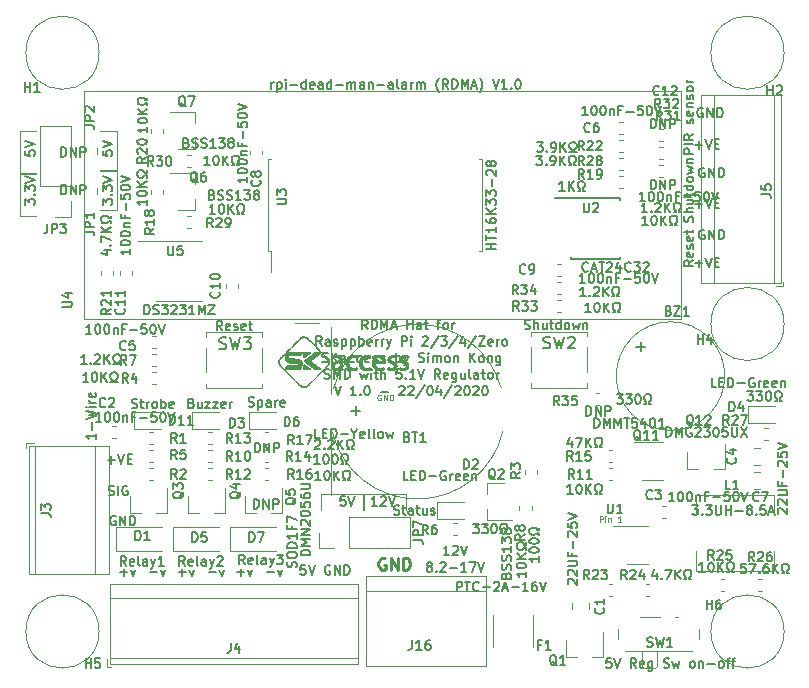
<source format=gto>
G04 #@! TF.GenerationSoftware,KiCad,Pcbnew,(5.1.5)-3*
G04 #@! TF.CreationDate,2020-04-22T10:50:02+08:00*
G04 #@! TF.ProjectId,RDMA,52444d41-2e6b-4696-9361-645f70636258,1.0*
G04 #@! TF.SameCoordinates,Original*
G04 #@! TF.FileFunction,Legend,Top*
G04 #@! TF.FilePolarity,Positive*
%FSLAX46Y46*%
G04 Gerber Fmt 4.6, Leading zero omitted, Abs format (unit mm)*
G04 Created by KiCad (PCBNEW (5.1.5)-3) date 2020-04-22 10:50:02*
%MOMM*%
%LPD*%
G04 APERTURE LIST*
%ADD10C,0.200000*%
%ADD11C,0.120000*%
%ADD12C,0.125000*%
%ADD13C,0.250000*%
%ADD14C,0.010000*%
%ADD15C,0.060000*%
%ADD16C,0.150000*%
G04 APERTURE END LIST*
D10*
X145021428Y-62909404D02*
X145021428Y-62109404D01*
X145211904Y-62109404D01*
X145326190Y-62147500D01*
X145402380Y-62223690D01*
X145440476Y-62299880D01*
X145478571Y-62452261D01*
X145478571Y-62566547D01*
X145440476Y-62718928D01*
X145402380Y-62795119D01*
X145326190Y-62871309D01*
X145211904Y-62909404D01*
X145021428Y-62909404D01*
X145821428Y-62909404D02*
X145821428Y-62109404D01*
X146278571Y-62909404D01*
X146278571Y-62109404D01*
X146659523Y-62909404D02*
X146659523Y-62109404D01*
X146964285Y-62109404D01*
X147040476Y-62147500D01*
X147078571Y-62185595D01*
X147116666Y-62261785D01*
X147116666Y-62376071D01*
X147078571Y-62452261D01*
X147040476Y-62490357D01*
X146964285Y-62528452D01*
X146659523Y-62528452D01*
X145021428Y-68052904D02*
X145021428Y-67252904D01*
X145211904Y-67252904D01*
X145326190Y-67291000D01*
X145402380Y-67367190D01*
X145440476Y-67443380D01*
X145478571Y-67595761D01*
X145478571Y-67710047D01*
X145440476Y-67862428D01*
X145402380Y-67938619D01*
X145326190Y-68014809D01*
X145211904Y-68052904D01*
X145021428Y-68052904D01*
X145821428Y-68052904D02*
X145821428Y-67252904D01*
X146278571Y-68052904D01*
X146278571Y-67252904D01*
X146659523Y-68052904D02*
X146659523Y-67252904D01*
X146964285Y-67252904D01*
X147040476Y-67291000D01*
X147078571Y-67329095D01*
X147116666Y-67405285D01*
X147116666Y-67519571D01*
X147078571Y-67595761D01*
X147040476Y-67633857D01*
X146964285Y-67671952D01*
X146659523Y-67671952D01*
X139560428Y-87229904D02*
X139560428Y-86429904D01*
X139750904Y-86429904D01*
X139865190Y-86468000D01*
X139941380Y-86544190D01*
X139979476Y-86620380D01*
X140017571Y-86772761D01*
X140017571Y-86887047D01*
X139979476Y-87039428D01*
X139941380Y-87115619D01*
X139865190Y-87191809D01*
X139750904Y-87229904D01*
X139560428Y-87229904D01*
X140360428Y-87229904D02*
X140360428Y-86429904D01*
X140817571Y-87229904D01*
X140817571Y-86429904D01*
X141198523Y-87229904D02*
X141198523Y-86429904D01*
X141503285Y-86429904D01*
X141579476Y-86468000D01*
X141617571Y-86506095D01*
X141655666Y-86582285D01*
X141655666Y-86696571D01*
X141617571Y-86772761D01*
X141579476Y-86810857D01*
X141503285Y-86848952D01*
X141198523Y-86848952D01*
X95110428Y-68497404D02*
X95110428Y-67697404D01*
X95300904Y-67697404D01*
X95415190Y-67735500D01*
X95491380Y-67811690D01*
X95529476Y-67887880D01*
X95567571Y-68040261D01*
X95567571Y-68154547D01*
X95529476Y-68306928D01*
X95491380Y-68383119D01*
X95415190Y-68459309D01*
X95300904Y-68497404D01*
X95110428Y-68497404D01*
X95910428Y-68497404D02*
X95910428Y-67697404D01*
X96367571Y-68497404D01*
X96367571Y-67697404D01*
X96748523Y-68497404D02*
X96748523Y-67697404D01*
X97053285Y-67697404D01*
X97129476Y-67735500D01*
X97167571Y-67773595D01*
X97205666Y-67849785D01*
X97205666Y-67964071D01*
X97167571Y-68040261D01*
X97129476Y-68078357D01*
X97053285Y-68116452D01*
X96748523Y-68116452D01*
X108737523Y-79990904D02*
X108470857Y-79609952D01*
X108280380Y-79990904D02*
X108280380Y-79190904D01*
X108585142Y-79190904D01*
X108661333Y-79229000D01*
X108699428Y-79267095D01*
X108737523Y-79343285D01*
X108737523Y-79457571D01*
X108699428Y-79533761D01*
X108661333Y-79571857D01*
X108585142Y-79609952D01*
X108280380Y-79609952D01*
X109385142Y-79952809D02*
X109308952Y-79990904D01*
X109156571Y-79990904D01*
X109080380Y-79952809D01*
X109042285Y-79876619D01*
X109042285Y-79571857D01*
X109080380Y-79495666D01*
X109156571Y-79457571D01*
X109308952Y-79457571D01*
X109385142Y-79495666D01*
X109423238Y-79571857D01*
X109423238Y-79648047D01*
X109042285Y-79724238D01*
X109728000Y-79952809D02*
X109804190Y-79990904D01*
X109956571Y-79990904D01*
X110032761Y-79952809D01*
X110070857Y-79876619D01*
X110070857Y-79838523D01*
X110032761Y-79762333D01*
X109956571Y-79724238D01*
X109842285Y-79724238D01*
X109766095Y-79686142D01*
X109728000Y-79609952D01*
X109728000Y-79571857D01*
X109766095Y-79495666D01*
X109842285Y-79457571D01*
X109956571Y-79457571D01*
X110032761Y-79495666D01*
X110718476Y-79952809D02*
X110642285Y-79990904D01*
X110489904Y-79990904D01*
X110413714Y-79952809D01*
X110375619Y-79876619D01*
X110375619Y-79571857D01*
X110413714Y-79495666D01*
X110489904Y-79457571D01*
X110642285Y-79457571D01*
X110718476Y-79495666D01*
X110756571Y-79571857D01*
X110756571Y-79648047D01*
X110375619Y-79724238D01*
X110985142Y-79457571D02*
X111289904Y-79457571D01*
X111099428Y-79190904D02*
X111099428Y-79876619D01*
X111137523Y-79952809D01*
X111213714Y-79990904D01*
X111289904Y-79990904D01*
X134347285Y-79889309D02*
X134461571Y-79927404D01*
X134652047Y-79927404D01*
X134728238Y-79889309D01*
X134766333Y-79851214D01*
X134804428Y-79775023D01*
X134804428Y-79698833D01*
X134766333Y-79622642D01*
X134728238Y-79584547D01*
X134652047Y-79546452D01*
X134499666Y-79508357D01*
X134423476Y-79470261D01*
X134385380Y-79432166D01*
X134347285Y-79355976D01*
X134347285Y-79279785D01*
X134385380Y-79203595D01*
X134423476Y-79165500D01*
X134499666Y-79127404D01*
X134690142Y-79127404D01*
X134804428Y-79165500D01*
X135147285Y-79927404D02*
X135147285Y-79127404D01*
X135490142Y-79927404D02*
X135490142Y-79508357D01*
X135452047Y-79432166D01*
X135375857Y-79394071D01*
X135261571Y-79394071D01*
X135185380Y-79432166D01*
X135147285Y-79470261D01*
X136213952Y-79394071D02*
X136213952Y-79927404D01*
X135871095Y-79394071D02*
X135871095Y-79813119D01*
X135909190Y-79889309D01*
X135985380Y-79927404D01*
X136099666Y-79927404D01*
X136175857Y-79889309D01*
X136213952Y-79851214D01*
X136480619Y-79394071D02*
X136785380Y-79394071D01*
X136594904Y-79127404D02*
X136594904Y-79813119D01*
X136633000Y-79889309D01*
X136709190Y-79927404D01*
X136785380Y-79927404D01*
X137394904Y-79927404D02*
X137394904Y-79127404D01*
X137394904Y-79889309D02*
X137318714Y-79927404D01*
X137166333Y-79927404D01*
X137090142Y-79889309D01*
X137052047Y-79851214D01*
X137013952Y-79775023D01*
X137013952Y-79546452D01*
X137052047Y-79470261D01*
X137090142Y-79432166D01*
X137166333Y-79394071D01*
X137318714Y-79394071D01*
X137394904Y-79432166D01*
X137890142Y-79927404D02*
X137813952Y-79889309D01*
X137775857Y-79851214D01*
X137737761Y-79775023D01*
X137737761Y-79546452D01*
X137775857Y-79470261D01*
X137813952Y-79432166D01*
X137890142Y-79394071D01*
X138004428Y-79394071D01*
X138080619Y-79432166D01*
X138118714Y-79470261D01*
X138156809Y-79546452D01*
X138156809Y-79775023D01*
X138118714Y-79851214D01*
X138080619Y-79889309D01*
X138004428Y-79927404D01*
X137890142Y-79927404D01*
X138423476Y-79394071D02*
X138575857Y-79927404D01*
X138728238Y-79546452D01*
X138880619Y-79927404D01*
X139033000Y-79394071D01*
X139337761Y-79394071D02*
X139337761Y-79927404D01*
X139337761Y-79470261D02*
X139375857Y-79432166D01*
X139452047Y-79394071D01*
X139566333Y-79394071D01*
X139642523Y-79432166D01*
X139680619Y-79508357D01*
X139680619Y-79927404D01*
X123298166Y-95573809D02*
X123412452Y-95611904D01*
X123602928Y-95611904D01*
X123679119Y-95573809D01*
X123717214Y-95535714D01*
X123755309Y-95459523D01*
X123755309Y-95383333D01*
X123717214Y-95307142D01*
X123679119Y-95269047D01*
X123602928Y-95230952D01*
X123450547Y-95192857D01*
X123374357Y-95154761D01*
X123336261Y-95116666D01*
X123298166Y-95040476D01*
X123298166Y-94964285D01*
X123336261Y-94888095D01*
X123374357Y-94850000D01*
X123450547Y-94811904D01*
X123641023Y-94811904D01*
X123755309Y-94850000D01*
X123983880Y-95078571D02*
X124288642Y-95078571D01*
X124098166Y-94811904D02*
X124098166Y-95497619D01*
X124136261Y-95573809D01*
X124212452Y-95611904D01*
X124288642Y-95611904D01*
X124898166Y-95611904D02*
X124898166Y-95192857D01*
X124860071Y-95116666D01*
X124783880Y-95078571D01*
X124631500Y-95078571D01*
X124555309Y-95116666D01*
X124898166Y-95573809D02*
X124821976Y-95611904D01*
X124631500Y-95611904D01*
X124555309Y-95573809D01*
X124517214Y-95497619D01*
X124517214Y-95421428D01*
X124555309Y-95345238D01*
X124631500Y-95307142D01*
X124821976Y-95307142D01*
X124898166Y-95269047D01*
X125164833Y-95078571D02*
X125469595Y-95078571D01*
X125279119Y-94811904D02*
X125279119Y-95497619D01*
X125317214Y-95573809D01*
X125393404Y-95611904D01*
X125469595Y-95611904D01*
X126079119Y-95078571D02*
X126079119Y-95611904D01*
X125736261Y-95078571D02*
X125736261Y-95497619D01*
X125774357Y-95573809D01*
X125850547Y-95611904D01*
X125964833Y-95611904D01*
X126041023Y-95573809D01*
X126079119Y-95535714D01*
X126421976Y-95573809D02*
X126498166Y-95611904D01*
X126650547Y-95611904D01*
X126726738Y-95573809D01*
X126764833Y-95497619D01*
X126764833Y-95459523D01*
X126726738Y-95383333D01*
X126650547Y-95345238D01*
X126536261Y-95345238D01*
X126460071Y-95307142D01*
X126421976Y-95230952D01*
X126421976Y-95192857D01*
X126460071Y-95116666D01*
X126536261Y-95078571D01*
X126650547Y-95078571D01*
X126726738Y-95116666D01*
X148634404Y-65042666D02*
X147834404Y-65042666D01*
X147834404Y-64737904D01*
X147872500Y-64661714D01*
X147910595Y-64623619D01*
X147986785Y-64585523D01*
X148101071Y-64585523D01*
X148177261Y-64623619D01*
X148215357Y-64661714D01*
X148253452Y-64737904D01*
X148253452Y-65042666D01*
X148634404Y-64242666D02*
X147834404Y-64242666D01*
X148634404Y-63404571D02*
X148253452Y-63671238D01*
X148634404Y-63861714D02*
X147834404Y-63861714D01*
X147834404Y-63556952D01*
X147872500Y-63480761D01*
X147910595Y-63442666D01*
X147986785Y-63404571D01*
X148101071Y-63404571D01*
X148177261Y-63442666D01*
X148215357Y-63480761D01*
X148253452Y-63556952D01*
X148253452Y-63861714D01*
X148596309Y-62490285D02*
X148634404Y-62414095D01*
X148634404Y-62261714D01*
X148596309Y-62185523D01*
X148520119Y-62147428D01*
X148482023Y-62147428D01*
X148405833Y-62185523D01*
X148367738Y-62261714D01*
X148367738Y-62376000D01*
X148329642Y-62452190D01*
X148253452Y-62490285D01*
X148215357Y-62490285D01*
X148139166Y-62452190D01*
X148101071Y-62376000D01*
X148101071Y-62261714D01*
X148139166Y-62185523D01*
X148596309Y-61499809D02*
X148634404Y-61576000D01*
X148634404Y-61728380D01*
X148596309Y-61804571D01*
X148520119Y-61842666D01*
X148215357Y-61842666D01*
X148139166Y-61804571D01*
X148101071Y-61728380D01*
X148101071Y-61576000D01*
X148139166Y-61499809D01*
X148215357Y-61461714D01*
X148291547Y-61461714D01*
X148367738Y-61842666D01*
X148101071Y-61118857D02*
X148634404Y-61118857D01*
X148177261Y-61118857D02*
X148139166Y-61080761D01*
X148101071Y-61004571D01*
X148101071Y-60890285D01*
X148139166Y-60814095D01*
X148215357Y-60776000D01*
X148634404Y-60776000D01*
X148596309Y-60433142D02*
X148634404Y-60356952D01*
X148634404Y-60204571D01*
X148596309Y-60128380D01*
X148520119Y-60090285D01*
X148482023Y-60090285D01*
X148405833Y-60128380D01*
X148367738Y-60204571D01*
X148367738Y-60318857D01*
X148329642Y-60395047D01*
X148253452Y-60433142D01*
X148215357Y-60433142D01*
X148139166Y-60395047D01*
X148101071Y-60318857D01*
X148101071Y-60204571D01*
X148139166Y-60128380D01*
X148634404Y-59633142D02*
X148596309Y-59709333D01*
X148558214Y-59747428D01*
X148482023Y-59785523D01*
X148253452Y-59785523D01*
X148177261Y-59747428D01*
X148139166Y-59709333D01*
X148101071Y-59633142D01*
X148101071Y-59518857D01*
X148139166Y-59442666D01*
X148177261Y-59404571D01*
X148253452Y-59366476D01*
X148482023Y-59366476D01*
X148558214Y-59404571D01*
X148596309Y-59442666D01*
X148634404Y-59518857D01*
X148634404Y-59633142D01*
X148634404Y-59023619D02*
X148101071Y-59023619D01*
X148253452Y-59023619D02*
X148177261Y-58985523D01*
X148139166Y-58947428D01*
X148101071Y-58871238D01*
X148101071Y-58795047D01*
X111493428Y-90341404D02*
X111493428Y-89541404D01*
X111683904Y-89541404D01*
X111798190Y-89579500D01*
X111874380Y-89655690D01*
X111912476Y-89731880D01*
X111950571Y-89884261D01*
X111950571Y-89998547D01*
X111912476Y-90150928D01*
X111874380Y-90227119D01*
X111798190Y-90303309D01*
X111683904Y-90341404D01*
X111493428Y-90341404D01*
X112293428Y-90341404D02*
X112293428Y-89541404D01*
X112750571Y-90341404D01*
X112750571Y-89541404D01*
X113131523Y-90341404D02*
X113131523Y-89541404D01*
X113436285Y-89541404D01*
X113512476Y-89579500D01*
X113550571Y-89617595D01*
X113588666Y-89693785D01*
X113588666Y-89808071D01*
X113550571Y-89884261D01*
X113512476Y-89922357D01*
X113436285Y-89960452D01*
X113131523Y-89960452D01*
X112910666Y-59543904D02*
X112910666Y-59010571D01*
X112910666Y-59162952D02*
X112948761Y-59086761D01*
X112986857Y-59048666D01*
X113063047Y-59010571D01*
X113139238Y-59010571D01*
X113405904Y-59010571D02*
X113405904Y-59810571D01*
X113405904Y-59048666D02*
X113482095Y-59010571D01*
X113634476Y-59010571D01*
X113710666Y-59048666D01*
X113748761Y-59086761D01*
X113786857Y-59162952D01*
X113786857Y-59391523D01*
X113748761Y-59467714D01*
X113710666Y-59505809D01*
X113634476Y-59543904D01*
X113482095Y-59543904D01*
X113405904Y-59505809D01*
X114129714Y-59543904D02*
X114129714Y-59010571D01*
X114129714Y-58743904D02*
X114091619Y-58782000D01*
X114129714Y-58820095D01*
X114167809Y-58782000D01*
X114129714Y-58743904D01*
X114129714Y-58820095D01*
X114510666Y-59239142D02*
X115120190Y-59239142D01*
X115844000Y-59543904D02*
X115844000Y-58743904D01*
X115844000Y-59505809D02*
X115767809Y-59543904D01*
X115615428Y-59543904D01*
X115539238Y-59505809D01*
X115501142Y-59467714D01*
X115463047Y-59391523D01*
X115463047Y-59162952D01*
X115501142Y-59086761D01*
X115539238Y-59048666D01*
X115615428Y-59010571D01*
X115767809Y-59010571D01*
X115844000Y-59048666D01*
X116529714Y-59505809D02*
X116453523Y-59543904D01*
X116301142Y-59543904D01*
X116224952Y-59505809D01*
X116186857Y-59429619D01*
X116186857Y-59124857D01*
X116224952Y-59048666D01*
X116301142Y-59010571D01*
X116453523Y-59010571D01*
X116529714Y-59048666D01*
X116567809Y-59124857D01*
X116567809Y-59201047D01*
X116186857Y-59277238D01*
X117253523Y-59543904D02*
X117253523Y-59124857D01*
X117215428Y-59048666D01*
X117139238Y-59010571D01*
X116986857Y-59010571D01*
X116910666Y-59048666D01*
X117253523Y-59505809D02*
X117177333Y-59543904D01*
X116986857Y-59543904D01*
X116910666Y-59505809D01*
X116872571Y-59429619D01*
X116872571Y-59353428D01*
X116910666Y-59277238D01*
X116986857Y-59239142D01*
X117177333Y-59239142D01*
X117253523Y-59201047D01*
X117977333Y-59543904D02*
X117977333Y-58743904D01*
X117977333Y-59505809D02*
X117901142Y-59543904D01*
X117748761Y-59543904D01*
X117672571Y-59505809D01*
X117634476Y-59467714D01*
X117596380Y-59391523D01*
X117596380Y-59162952D01*
X117634476Y-59086761D01*
X117672571Y-59048666D01*
X117748761Y-59010571D01*
X117901142Y-59010571D01*
X117977333Y-59048666D01*
X118358285Y-59239142D02*
X118967809Y-59239142D01*
X119348761Y-59543904D02*
X119348761Y-59010571D01*
X119348761Y-59086761D02*
X119386857Y-59048666D01*
X119463047Y-59010571D01*
X119577333Y-59010571D01*
X119653523Y-59048666D01*
X119691619Y-59124857D01*
X119691619Y-59543904D01*
X119691619Y-59124857D02*
X119729714Y-59048666D01*
X119805904Y-59010571D01*
X119920190Y-59010571D01*
X119996380Y-59048666D01*
X120034476Y-59124857D01*
X120034476Y-59543904D01*
X120758285Y-59543904D02*
X120758285Y-59124857D01*
X120720190Y-59048666D01*
X120644000Y-59010571D01*
X120491619Y-59010571D01*
X120415428Y-59048666D01*
X120758285Y-59505809D02*
X120682095Y-59543904D01*
X120491619Y-59543904D01*
X120415428Y-59505809D01*
X120377333Y-59429619D01*
X120377333Y-59353428D01*
X120415428Y-59277238D01*
X120491619Y-59239142D01*
X120682095Y-59239142D01*
X120758285Y-59201047D01*
X121139238Y-59010571D02*
X121139238Y-59543904D01*
X121139238Y-59086761D02*
X121177333Y-59048666D01*
X121253523Y-59010571D01*
X121367809Y-59010571D01*
X121444000Y-59048666D01*
X121482095Y-59124857D01*
X121482095Y-59543904D01*
X121863047Y-59239142D02*
X122472571Y-59239142D01*
X123196380Y-59543904D02*
X123196380Y-59124857D01*
X123158285Y-59048666D01*
X123082095Y-59010571D01*
X122929714Y-59010571D01*
X122853523Y-59048666D01*
X123196380Y-59505809D02*
X123120190Y-59543904D01*
X122929714Y-59543904D01*
X122853523Y-59505809D01*
X122815428Y-59429619D01*
X122815428Y-59353428D01*
X122853523Y-59277238D01*
X122929714Y-59239142D01*
X123120190Y-59239142D01*
X123196380Y-59201047D01*
X123691619Y-59543904D02*
X123615428Y-59505809D01*
X123577333Y-59429619D01*
X123577333Y-58743904D01*
X124339238Y-59543904D02*
X124339238Y-59124857D01*
X124301142Y-59048666D01*
X124224952Y-59010571D01*
X124072571Y-59010571D01*
X123996380Y-59048666D01*
X124339238Y-59505809D02*
X124263047Y-59543904D01*
X124072571Y-59543904D01*
X123996380Y-59505809D01*
X123958285Y-59429619D01*
X123958285Y-59353428D01*
X123996380Y-59277238D01*
X124072571Y-59239142D01*
X124263047Y-59239142D01*
X124339238Y-59201047D01*
X124720190Y-59543904D02*
X124720190Y-59010571D01*
X124720190Y-59162952D02*
X124758285Y-59086761D01*
X124796380Y-59048666D01*
X124872571Y-59010571D01*
X124948761Y-59010571D01*
X125215428Y-59543904D02*
X125215428Y-59010571D01*
X125215428Y-59086761D02*
X125253523Y-59048666D01*
X125329714Y-59010571D01*
X125444000Y-59010571D01*
X125520190Y-59048666D01*
X125558285Y-59124857D01*
X125558285Y-59543904D01*
X125558285Y-59124857D02*
X125596380Y-59048666D01*
X125672571Y-59010571D01*
X125786857Y-59010571D01*
X125863047Y-59048666D01*
X125901142Y-59124857D01*
X125901142Y-59543904D01*
X127120190Y-59848666D02*
X127082095Y-59810571D01*
X127005904Y-59696285D01*
X126967809Y-59620095D01*
X126929714Y-59505809D01*
X126891619Y-59315333D01*
X126891619Y-59162952D01*
X126929714Y-58972476D01*
X126967809Y-58858190D01*
X127005904Y-58782000D01*
X127082095Y-58667714D01*
X127120190Y-58629619D01*
X127882095Y-59543904D02*
X127615428Y-59162952D01*
X127424952Y-59543904D02*
X127424952Y-58743904D01*
X127729714Y-58743904D01*
X127805904Y-58782000D01*
X127844000Y-58820095D01*
X127882095Y-58896285D01*
X127882095Y-59010571D01*
X127844000Y-59086761D01*
X127805904Y-59124857D01*
X127729714Y-59162952D01*
X127424952Y-59162952D01*
X128224952Y-59543904D02*
X128224952Y-58743904D01*
X128415428Y-58743904D01*
X128529714Y-58782000D01*
X128605904Y-58858190D01*
X128644000Y-58934380D01*
X128682095Y-59086761D01*
X128682095Y-59201047D01*
X128644000Y-59353428D01*
X128605904Y-59429619D01*
X128529714Y-59505809D01*
X128415428Y-59543904D01*
X128224952Y-59543904D01*
X129024952Y-59543904D02*
X129024952Y-58743904D01*
X129291619Y-59315333D01*
X129558285Y-58743904D01*
X129558285Y-59543904D01*
X129901142Y-59315333D02*
X130282095Y-59315333D01*
X129824952Y-59543904D02*
X130091619Y-58743904D01*
X130358285Y-59543904D01*
X130548761Y-59848666D02*
X130586857Y-59810571D01*
X130663047Y-59696285D01*
X130701142Y-59620095D01*
X130739238Y-59505809D01*
X130777333Y-59315333D01*
X130777333Y-59162952D01*
X130739238Y-58972476D01*
X130701142Y-58858190D01*
X130663047Y-58782000D01*
X130586857Y-58667714D01*
X130548761Y-58629619D01*
X131653523Y-58743904D02*
X131920190Y-59543904D01*
X132186857Y-58743904D01*
X132872571Y-59543904D02*
X132415428Y-59543904D01*
X132644000Y-59543904D02*
X132644000Y-58743904D01*
X132567809Y-58858190D01*
X132491619Y-58934380D01*
X132415428Y-58972476D01*
X133215428Y-59467714D02*
X133253523Y-59505809D01*
X133215428Y-59543904D01*
X133177333Y-59505809D01*
X133215428Y-59467714D01*
X133215428Y-59543904D01*
X133748761Y-58743904D02*
X133824952Y-58743904D01*
X133901142Y-58782000D01*
X133939238Y-58820095D01*
X133977333Y-58896285D01*
X134015428Y-59048666D01*
X134015428Y-59239142D01*
X133977333Y-59391523D01*
X133939238Y-59467714D01*
X133901142Y-59505809D01*
X133824952Y-59543904D01*
X133748761Y-59543904D01*
X133672571Y-59505809D01*
X133634476Y-59467714D01*
X133596380Y-59391523D01*
X133558285Y-59239142D01*
X133558285Y-59048666D01*
X133596380Y-58896285D01*
X133634476Y-58820095D01*
X133672571Y-58782000D01*
X133748761Y-58743904D01*
X98024904Y-88753761D02*
X98024904Y-89210904D01*
X98024904Y-88982333D02*
X97224904Y-88982333D01*
X97339190Y-89058523D01*
X97415380Y-89134714D01*
X97453476Y-89210904D01*
X97720142Y-88410904D02*
X97720142Y-87801380D01*
X97224904Y-87496619D02*
X98024904Y-87306142D01*
X97453476Y-87153761D01*
X98024904Y-87001380D01*
X97224904Y-86810904D01*
X98024904Y-86506142D02*
X97491571Y-86506142D01*
X97224904Y-86506142D02*
X97263000Y-86544238D01*
X97301095Y-86506142D01*
X97263000Y-86468047D01*
X97224904Y-86506142D01*
X97301095Y-86506142D01*
X98024904Y-86125190D02*
X97491571Y-86125190D01*
X97643952Y-86125190D02*
X97567761Y-86087095D01*
X97529666Y-86049000D01*
X97491571Y-85972809D01*
X97491571Y-85896619D01*
X97986809Y-85325190D02*
X98024904Y-85401380D01*
X98024904Y-85553761D01*
X97986809Y-85629952D01*
X97910619Y-85668047D01*
X97605857Y-85668047D01*
X97529666Y-85629952D01*
X97491571Y-85553761D01*
X97491571Y-85401380D01*
X97529666Y-85325190D01*
X97605857Y-85287095D01*
X97682047Y-85287095D01*
X97758238Y-85668047D01*
X99129952Y-93922809D02*
X99244238Y-93960904D01*
X99434714Y-93960904D01*
X99510904Y-93922809D01*
X99549000Y-93884714D01*
X99587095Y-93808523D01*
X99587095Y-93732333D01*
X99549000Y-93656142D01*
X99510904Y-93618047D01*
X99434714Y-93579952D01*
X99282333Y-93541857D01*
X99206142Y-93503761D01*
X99168047Y-93465666D01*
X99129952Y-93389476D01*
X99129952Y-93313285D01*
X99168047Y-93237095D01*
X99206142Y-93199000D01*
X99282333Y-93160904D01*
X99472809Y-93160904D01*
X99587095Y-93199000D01*
X99929952Y-93960904D02*
X99929952Y-93160904D01*
X100729952Y-93199000D02*
X100653761Y-93160904D01*
X100539476Y-93160904D01*
X100425190Y-93199000D01*
X100349000Y-93275190D01*
X100310904Y-93351380D01*
X100272809Y-93503761D01*
X100272809Y-93618047D01*
X100310904Y-93770428D01*
X100349000Y-93846619D01*
X100425190Y-93922809D01*
X100539476Y-93960904D01*
X100615666Y-93960904D01*
X100729952Y-93922809D01*
X100768047Y-93884714D01*
X100768047Y-93618047D01*
X100615666Y-93618047D01*
X99066476Y-90989142D02*
X99676000Y-90989142D01*
X99371238Y-91293904D02*
X99371238Y-90684380D01*
X99942666Y-90493904D02*
X100209333Y-91293904D01*
X100476000Y-90493904D01*
X100742666Y-90874857D02*
X101009333Y-90874857D01*
X101123619Y-91293904D02*
X100742666Y-91293904D01*
X100742666Y-90493904D01*
X101123619Y-90493904D01*
X99720476Y-95739000D02*
X99644285Y-95700904D01*
X99530000Y-95700904D01*
X99415714Y-95739000D01*
X99339523Y-95815190D01*
X99301428Y-95891380D01*
X99263333Y-96043761D01*
X99263333Y-96158047D01*
X99301428Y-96310428D01*
X99339523Y-96386619D01*
X99415714Y-96462809D01*
X99530000Y-96500904D01*
X99606190Y-96500904D01*
X99720476Y-96462809D01*
X99758571Y-96424714D01*
X99758571Y-96158047D01*
X99606190Y-96158047D01*
X100101428Y-96500904D02*
X100101428Y-95700904D01*
X100558571Y-96500904D01*
X100558571Y-95700904D01*
X100939523Y-96500904D02*
X100939523Y-95700904D01*
X101130000Y-95700904D01*
X101244285Y-95739000D01*
X101320476Y-95815190D01*
X101358571Y-95891380D01*
X101396666Y-96043761D01*
X101396666Y-96158047D01*
X101358571Y-96310428D01*
X101320476Y-96386619D01*
X101244285Y-96462809D01*
X101130000Y-96500904D01*
X100939523Y-96500904D01*
X148634404Y-74078976D02*
X148253452Y-74345642D01*
X148634404Y-74536119D02*
X147834404Y-74536119D01*
X147834404Y-74231357D01*
X147872500Y-74155166D01*
X147910595Y-74117071D01*
X147986785Y-74078976D01*
X148101071Y-74078976D01*
X148177261Y-74117071D01*
X148215357Y-74155166D01*
X148253452Y-74231357D01*
X148253452Y-74536119D01*
X148596309Y-73431357D02*
X148634404Y-73507547D01*
X148634404Y-73659928D01*
X148596309Y-73736119D01*
X148520119Y-73774214D01*
X148215357Y-73774214D01*
X148139166Y-73736119D01*
X148101071Y-73659928D01*
X148101071Y-73507547D01*
X148139166Y-73431357D01*
X148215357Y-73393261D01*
X148291547Y-73393261D01*
X148367738Y-73774214D01*
X148596309Y-73088500D02*
X148634404Y-73012309D01*
X148634404Y-72859928D01*
X148596309Y-72783738D01*
X148520119Y-72745642D01*
X148482023Y-72745642D01*
X148405833Y-72783738D01*
X148367738Y-72859928D01*
X148367738Y-72974214D01*
X148329642Y-73050404D01*
X148253452Y-73088500D01*
X148215357Y-73088500D01*
X148139166Y-73050404D01*
X148101071Y-72974214D01*
X148101071Y-72859928D01*
X148139166Y-72783738D01*
X148596309Y-72098023D02*
X148634404Y-72174214D01*
X148634404Y-72326595D01*
X148596309Y-72402785D01*
X148520119Y-72440880D01*
X148215357Y-72440880D01*
X148139166Y-72402785D01*
X148101071Y-72326595D01*
X148101071Y-72174214D01*
X148139166Y-72098023D01*
X148215357Y-72059928D01*
X148291547Y-72059928D01*
X148367738Y-72440880D01*
X148101071Y-71831357D02*
X148101071Y-71526595D01*
X147834404Y-71717071D02*
X148520119Y-71717071D01*
X148596309Y-71678976D01*
X148634404Y-71602785D01*
X148634404Y-71526595D01*
X148786976Y-74352142D02*
X149396500Y-74352142D01*
X149091738Y-74656904D02*
X149091738Y-74047380D01*
X149663166Y-73856904D02*
X149929833Y-74656904D01*
X150196500Y-73856904D01*
X150463166Y-74237857D02*
X150729833Y-74237857D01*
X150844119Y-74656904D02*
X150463166Y-74656904D01*
X150463166Y-73856904D01*
X150844119Y-73856904D01*
X149567976Y-66275000D02*
X149491785Y-66236904D01*
X149377500Y-66236904D01*
X149263214Y-66275000D01*
X149187023Y-66351190D01*
X149148928Y-66427380D01*
X149110833Y-66579761D01*
X149110833Y-66694047D01*
X149148928Y-66846428D01*
X149187023Y-66922619D01*
X149263214Y-66998809D01*
X149377500Y-67036904D01*
X149453690Y-67036904D01*
X149567976Y-66998809D01*
X149606071Y-66960714D01*
X149606071Y-66694047D01*
X149453690Y-66694047D01*
X149948928Y-67036904D02*
X149948928Y-66236904D01*
X150406071Y-67036904D01*
X150406071Y-66236904D01*
X150787023Y-67036904D02*
X150787023Y-66236904D01*
X150977500Y-66236904D01*
X151091785Y-66275000D01*
X151167976Y-66351190D01*
X151206071Y-66427380D01*
X151244166Y-66579761D01*
X151244166Y-66694047D01*
X151206071Y-66846428D01*
X151167976Y-66922619D01*
X151091785Y-66998809D01*
X150977500Y-67036904D01*
X150787023Y-67036904D01*
X149567976Y-71545500D02*
X149491785Y-71507404D01*
X149377500Y-71507404D01*
X149263214Y-71545500D01*
X149187023Y-71621690D01*
X149148928Y-71697880D01*
X149110833Y-71850261D01*
X149110833Y-71964547D01*
X149148928Y-72116928D01*
X149187023Y-72193119D01*
X149263214Y-72269309D01*
X149377500Y-72307404D01*
X149453690Y-72307404D01*
X149567976Y-72269309D01*
X149606071Y-72231214D01*
X149606071Y-71964547D01*
X149453690Y-71964547D01*
X149948928Y-72307404D02*
X149948928Y-71507404D01*
X150406071Y-72307404D01*
X150406071Y-71507404D01*
X150787023Y-72307404D02*
X150787023Y-71507404D01*
X150977500Y-71507404D01*
X151091785Y-71545500D01*
X151167976Y-71621690D01*
X151206071Y-71697880D01*
X151244166Y-71850261D01*
X151244166Y-71964547D01*
X151206071Y-72116928D01*
X151167976Y-72193119D01*
X151091785Y-72269309D01*
X150977500Y-72307404D01*
X150787023Y-72307404D01*
X148786976Y-69335642D02*
X149396500Y-69335642D01*
X149091738Y-69640404D02*
X149091738Y-69030880D01*
X149663166Y-68840404D02*
X149929833Y-69640404D01*
X150196500Y-68840404D01*
X150463166Y-69221357D02*
X150729833Y-69221357D01*
X150844119Y-69640404D02*
X150463166Y-69640404D01*
X150463166Y-68840404D01*
X150844119Y-68840404D01*
X148786976Y-64319142D02*
X149396500Y-64319142D01*
X149091738Y-64623904D02*
X149091738Y-64014380D01*
X149663166Y-63823904D02*
X149929833Y-64623904D01*
X150196500Y-63823904D01*
X150463166Y-64204857D02*
X150729833Y-64204857D01*
X150844119Y-64623904D02*
X150463166Y-64623904D01*
X150463166Y-63823904D01*
X150844119Y-63823904D01*
X149440976Y-61195000D02*
X149364785Y-61156904D01*
X149250500Y-61156904D01*
X149136214Y-61195000D01*
X149060023Y-61271190D01*
X149021928Y-61347380D01*
X148983833Y-61499761D01*
X148983833Y-61614047D01*
X149021928Y-61766428D01*
X149060023Y-61842619D01*
X149136214Y-61918809D01*
X149250500Y-61956904D01*
X149326690Y-61956904D01*
X149440976Y-61918809D01*
X149479071Y-61880714D01*
X149479071Y-61614047D01*
X149326690Y-61614047D01*
X149821928Y-61956904D02*
X149821928Y-61156904D01*
X150279071Y-61956904D01*
X150279071Y-61156904D01*
X150660023Y-61956904D02*
X150660023Y-61156904D01*
X150850500Y-61156904D01*
X150964785Y-61195000D01*
X151040976Y-61271190D01*
X151079071Y-61347380D01*
X151117166Y-61499761D01*
X151117166Y-61614047D01*
X151079071Y-61766428D01*
X151040976Y-61842619D01*
X150964785Y-61918809D01*
X150850500Y-61956904D01*
X150660023Y-61956904D01*
X148596309Y-70821214D02*
X148634404Y-70706928D01*
X148634404Y-70516452D01*
X148596309Y-70440261D01*
X148558214Y-70402166D01*
X148482023Y-70364071D01*
X148405833Y-70364071D01*
X148329642Y-70402166D01*
X148291547Y-70440261D01*
X148253452Y-70516452D01*
X148215357Y-70668833D01*
X148177261Y-70745023D01*
X148139166Y-70783119D01*
X148062976Y-70821214D01*
X147986785Y-70821214D01*
X147910595Y-70783119D01*
X147872500Y-70745023D01*
X147834404Y-70668833D01*
X147834404Y-70478357D01*
X147872500Y-70364071D01*
X148634404Y-70021214D02*
X147834404Y-70021214D01*
X148634404Y-69678357D02*
X148215357Y-69678357D01*
X148139166Y-69716452D01*
X148101071Y-69792642D01*
X148101071Y-69906928D01*
X148139166Y-69983119D01*
X148177261Y-70021214D01*
X148101071Y-68954547D02*
X148634404Y-68954547D01*
X148101071Y-69297404D02*
X148520119Y-69297404D01*
X148596309Y-69259309D01*
X148634404Y-69183119D01*
X148634404Y-69068833D01*
X148596309Y-68992642D01*
X148558214Y-68954547D01*
X148101071Y-68687880D02*
X148101071Y-68383119D01*
X147834404Y-68573595D02*
X148520119Y-68573595D01*
X148596309Y-68535500D01*
X148634404Y-68459309D01*
X148634404Y-68383119D01*
X148634404Y-67773595D02*
X147834404Y-67773595D01*
X148596309Y-67773595D02*
X148634404Y-67849785D01*
X148634404Y-68002166D01*
X148596309Y-68078357D01*
X148558214Y-68116452D01*
X148482023Y-68154547D01*
X148253452Y-68154547D01*
X148177261Y-68116452D01*
X148139166Y-68078357D01*
X148101071Y-68002166D01*
X148101071Y-67849785D01*
X148139166Y-67773595D01*
X148634404Y-67278357D02*
X148596309Y-67354547D01*
X148558214Y-67392642D01*
X148482023Y-67430738D01*
X148253452Y-67430738D01*
X148177261Y-67392642D01*
X148139166Y-67354547D01*
X148101071Y-67278357D01*
X148101071Y-67164071D01*
X148139166Y-67087880D01*
X148177261Y-67049785D01*
X148253452Y-67011690D01*
X148482023Y-67011690D01*
X148558214Y-67049785D01*
X148596309Y-67087880D01*
X148634404Y-67164071D01*
X148634404Y-67278357D01*
X148101071Y-66745023D02*
X148634404Y-66592642D01*
X148253452Y-66440261D01*
X148634404Y-66287880D01*
X148101071Y-66135500D01*
X148101071Y-65830738D02*
X148634404Y-65830738D01*
X148177261Y-65830738D02*
X148139166Y-65792642D01*
X148101071Y-65716452D01*
X148101071Y-65602166D01*
X148139166Y-65525976D01*
X148215357Y-65487880D01*
X148634404Y-65487880D01*
X95110428Y-65322404D02*
X95110428Y-64522404D01*
X95300904Y-64522404D01*
X95415190Y-64560500D01*
X95491380Y-64636690D01*
X95529476Y-64712880D01*
X95567571Y-64865261D01*
X95567571Y-64979547D01*
X95529476Y-65131928D01*
X95491380Y-65208119D01*
X95415190Y-65284309D01*
X95300904Y-65322404D01*
X95110428Y-65322404D01*
X95910428Y-65322404D02*
X95910428Y-64522404D01*
X96367571Y-65322404D01*
X96367571Y-64522404D01*
X96748523Y-65322404D02*
X96748523Y-64522404D01*
X97053285Y-64522404D01*
X97129476Y-64560500D01*
X97167571Y-64598595D01*
X97205666Y-64674785D01*
X97205666Y-64789071D01*
X97167571Y-64865261D01*
X97129476Y-64903357D01*
X97053285Y-64941452D01*
X96748523Y-64941452D01*
X111429928Y-95103904D02*
X111429928Y-94303904D01*
X111620404Y-94303904D01*
X111734690Y-94342000D01*
X111810880Y-94418190D01*
X111848976Y-94494380D01*
X111887071Y-94646761D01*
X111887071Y-94761047D01*
X111848976Y-94913428D01*
X111810880Y-94989619D01*
X111734690Y-95065809D01*
X111620404Y-95103904D01*
X111429928Y-95103904D01*
X112229928Y-95103904D02*
X112229928Y-94303904D01*
X112687071Y-95103904D01*
X112687071Y-94303904D01*
X113068023Y-95103904D02*
X113068023Y-94303904D01*
X113372785Y-94303904D01*
X113448976Y-94342000D01*
X113487071Y-94380095D01*
X113525166Y-94456285D01*
X113525166Y-94570571D01*
X113487071Y-94646761D01*
X113448976Y-94684857D01*
X113372785Y-94722952D01*
X113068023Y-94722952D01*
D11*
X99822000Y-63119000D02*
X98425000Y-63119000D01*
X99822000Y-66421000D02*
X99822000Y-63119000D01*
X98425000Y-66421000D02*
X99822000Y-66421000D01*
X99822000Y-66548000D02*
X98425000Y-66548000D01*
X99822000Y-69850000D02*
X99822000Y-66548000D01*
X98425000Y-69850000D02*
X99822000Y-69850000D01*
X91630500Y-66675000D02*
X93027500Y-66675000D01*
X91630500Y-63119000D02*
X91630500Y-66675000D01*
X93027500Y-63119000D02*
X91630500Y-63119000D01*
X91630500Y-70358000D02*
X93027500Y-70358000D01*
X91630500Y-66802000D02*
X91630500Y-70358000D01*
X93027500Y-66802000D02*
X91630500Y-66802000D01*
X117094000Y-93853000D02*
X117094000Y-95250000D01*
X120650000Y-93853000D02*
X117094000Y-93853000D01*
X120650000Y-95250000D02*
X120650000Y-93853000D01*
X120777000Y-93853000D02*
X120777000Y-95250000D01*
X124333000Y-93853000D02*
X120777000Y-93853000D01*
X124333000Y-95250000D02*
X124333000Y-93853000D01*
D10*
X119164333Y-94049904D02*
X118783380Y-94049904D01*
X118745285Y-94430857D01*
X118783380Y-94392761D01*
X118859571Y-94354666D01*
X119050047Y-94354666D01*
X119126238Y-94392761D01*
X119164333Y-94430857D01*
X119202428Y-94507047D01*
X119202428Y-94697523D01*
X119164333Y-94773714D01*
X119126238Y-94811809D01*
X119050047Y-94849904D01*
X118859571Y-94849904D01*
X118783380Y-94811809D01*
X118745285Y-94773714D01*
X119431000Y-94049904D02*
X119697666Y-94849904D01*
X119964333Y-94049904D01*
X121869095Y-94849904D02*
X121411952Y-94849904D01*
X121640523Y-94849904D02*
X121640523Y-94049904D01*
X121564333Y-94164190D01*
X121488142Y-94240380D01*
X121411952Y-94278476D01*
X122173857Y-94126095D02*
X122211952Y-94088000D01*
X122288142Y-94049904D01*
X122478619Y-94049904D01*
X122554809Y-94088000D01*
X122592904Y-94126095D01*
X122631000Y-94202285D01*
X122631000Y-94278476D01*
X122592904Y-94392761D01*
X122135761Y-94849904D01*
X122631000Y-94849904D01*
X122859571Y-94049904D02*
X123126238Y-94849904D01*
X123392904Y-94049904D01*
X92081404Y-69379952D02*
X92081404Y-68884714D01*
X92386166Y-69151380D01*
X92386166Y-69037095D01*
X92424261Y-68960904D01*
X92462357Y-68922809D01*
X92538547Y-68884714D01*
X92729023Y-68884714D01*
X92805214Y-68922809D01*
X92843309Y-68960904D01*
X92881404Y-69037095D01*
X92881404Y-69265666D01*
X92843309Y-69341857D01*
X92805214Y-69379952D01*
X92805214Y-68541857D02*
X92843309Y-68503761D01*
X92881404Y-68541857D01*
X92843309Y-68579952D01*
X92805214Y-68541857D01*
X92881404Y-68541857D01*
X92081404Y-68237095D02*
X92081404Y-67741857D01*
X92386166Y-68008523D01*
X92386166Y-67894238D01*
X92424261Y-67818047D01*
X92462357Y-67779952D01*
X92538547Y-67741857D01*
X92729023Y-67741857D01*
X92805214Y-67779952D01*
X92843309Y-67818047D01*
X92881404Y-67894238D01*
X92881404Y-68122809D01*
X92843309Y-68199000D01*
X92805214Y-68237095D01*
X92081404Y-67513285D02*
X92881404Y-67246619D01*
X92081404Y-66979952D01*
X92081404Y-64795380D02*
X92081404Y-65176333D01*
X92462357Y-65214428D01*
X92424261Y-65176333D01*
X92386166Y-65100142D01*
X92386166Y-64909666D01*
X92424261Y-64833476D01*
X92462357Y-64795380D01*
X92538547Y-64757285D01*
X92729023Y-64757285D01*
X92805214Y-64795380D01*
X92843309Y-64833476D01*
X92881404Y-64909666D01*
X92881404Y-65100142D01*
X92843309Y-65176333D01*
X92805214Y-65214428D01*
X92081404Y-64528714D02*
X92881404Y-64262047D01*
X92081404Y-63995380D01*
X98621904Y-64795380D02*
X98621904Y-65176333D01*
X99002857Y-65214428D01*
X98964761Y-65176333D01*
X98926666Y-65100142D01*
X98926666Y-64909666D01*
X98964761Y-64833476D01*
X99002857Y-64795380D01*
X99079047Y-64757285D01*
X99269523Y-64757285D01*
X99345714Y-64795380D01*
X99383809Y-64833476D01*
X99421904Y-64909666D01*
X99421904Y-65100142D01*
X99383809Y-65176333D01*
X99345714Y-65214428D01*
X98621904Y-64528714D02*
X99421904Y-64262047D01*
X98621904Y-63995380D01*
X98621904Y-69379952D02*
X98621904Y-68884714D01*
X98926666Y-69151380D01*
X98926666Y-69037095D01*
X98964761Y-68960904D01*
X99002857Y-68922809D01*
X99079047Y-68884714D01*
X99269523Y-68884714D01*
X99345714Y-68922809D01*
X99383809Y-68960904D01*
X99421904Y-69037095D01*
X99421904Y-69265666D01*
X99383809Y-69341857D01*
X99345714Y-69379952D01*
X99345714Y-68541857D02*
X99383809Y-68503761D01*
X99421904Y-68541857D01*
X99383809Y-68579952D01*
X99345714Y-68541857D01*
X99421904Y-68541857D01*
X98621904Y-68237095D02*
X98621904Y-67741857D01*
X98926666Y-68008523D01*
X98926666Y-67894238D01*
X98964761Y-67818047D01*
X99002857Y-67779952D01*
X99079047Y-67741857D01*
X99269523Y-67741857D01*
X99345714Y-67779952D01*
X99383809Y-67818047D01*
X99421904Y-67894238D01*
X99421904Y-68122809D01*
X99383809Y-68199000D01*
X99345714Y-68237095D01*
X98621904Y-67513285D02*
X99421904Y-67246619D01*
X98621904Y-66979952D01*
X110661619Y-99802904D02*
X110394952Y-99421952D01*
X110204476Y-99802904D02*
X110204476Y-99002904D01*
X110509238Y-99002904D01*
X110585428Y-99041000D01*
X110623523Y-99079095D01*
X110661619Y-99155285D01*
X110661619Y-99269571D01*
X110623523Y-99345761D01*
X110585428Y-99383857D01*
X110509238Y-99421952D01*
X110204476Y-99421952D01*
X111309238Y-99764809D02*
X111233047Y-99802904D01*
X111080666Y-99802904D01*
X111004476Y-99764809D01*
X110966380Y-99688619D01*
X110966380Y-99383857D01*
X111004476Y-99307666D01*
X111080666Y-99269571D01*
X111233047Y-99269571D01*
X111309238Y-99307666D01*
X111347333Y-99383857D01*
X111347333Y-99460047D01*
X110966380Y-99536238D01*
X111804476Y-99802904D02*
X111728285Y-99764809D01*
X111690190Y-99688619D01*
X111690190Y-99002904D01*
X112452095Y-99802904D02*
X112452095Y-99383857D01*
X112414000Y-99307666D01*
X112337809Y-99269571D01*
X112185428Y-99269571D01*
X112109238Y-99307666D01*
X112452095Y-99764809D02*
X112375904Y-99802904D01*
X112185428Y-99802904D01*
X112109238Y-99764809D01*
X112071142Y-99688619D01*
X112071142Y-99612428D01*
X112109238Y-99536238D01*
X112185428Y-99498142D01*
X112375904Y-99498142D01*
X112452095Y-99460047D01*
X112756857Y-99269571D02*
X112947333Y-99802904D01*
X113137809Y-99269571D02*
X112947333Y-99802904D01*
X112871142Y-99993380D01*
X112833047Y-100031476D01*
X112756857Y-100069571D01*
X113366380Y-99002904D02*
X113861619Y-99002904D01*
X113594952Y-99307666D01*
X113709238Y-99307666D01*
X113785428Y-99345761D01*
X113823523Y-99383857D01*
X113861619Y-99460047D01*
X113861619Y-99650523D01*
X113823523Y-99726714D01*
X113785428Y-99764809D01*
X113709238Y-99802904D01*
X113480666Y-99802904D01*
X113404476Y-99764809D01*
X113366380Y-99726714D01*
X105581619Y-99929904D02*
X105314952Y-99548952D01*
X105124476Y-99929904D02*
X105124476Y-99129904D01*
X105429238Y-99129904D01*
X105505428Y-99168000D01*
X105543523Y-99206095D01*
X105581619Y-99282285D01*
X105581619Y-99396571D01*
X105543523Y-99472761D01*
X105505428Y-99510857D01*
X105429238Y-99548952D01*
X105124476Y-99548952D01*
X106229238Y-99891809D02*
X106153047Y-99929904D01*
X106000666Y-99929904D01*
X105924476Y-99891809D01*
X105886380Y-99815619D01*
X105886380Y-99510857D01*
X105924476Y-99434666D01*
X106000666Y-99396571D01*
X106153047Y-99396571D01*
X106229238Y-99434666D01*
X106267333Y-99510857D01*
X106267333Y-99587047D01*
X105886380Y-99663238D01*
X106724476Y-99929904D02*
X106648285Y-99891809D01*
X106610190Y-99815619D01*
X106610190Y-99129904D01*
X107372095Y-99929904D02*
X107372095Y-99510857D01*
X107334000Y-99434666D01*
X107257809Y-99396571D01*
X107105428Y-99396571D01*
X107029238Y-99434666D01*
X107372095Y-99891809D02*
X107295904Y-99929904D01*
X107105428Y-99929904D01*
X107029238Y-99891809D01*
X106991142Y-99815619D01*
X106991142Y-99739428D01*
X107029238Y-99663238D01*
X107105428Y-99625142D01*
X107295904Y-99625142D01*
X107372095Y-99587047D01*
X107676857Y-99396571D02*
X107867333Y-99929904D01*
X108057809Y-99396571D02*
X107867333Y-99929904D01*
X107791142Y-100120380D01*
X107753047Y-100158476D01*
X107676857Y-100196571D01*
X108324476Y-99206095D02*
X108362571Y-99168000D01*
X108438761Y-99129904D01*
X108629238Y-99129904D01*
X108705428Y-99168000D01*
X108743523Y-99206095D01*
X108781619Y-99282285D01*
X108781619Y-99358476D01*
X108743523Y-99472761D01*
X108286380Y-99929904D01*
X108781619Y-99929904D01*
X100628619Y-99929904D02*
X100361952Y-99548952D01*
X100171476Y-99929904D02*
X100171476Y-99129904D01*
X100476238Y-99129904D01*
X100552428Y-99168000D01*
X100590523Y-99206095D01*
X100628619Y-99282285D01*
X100628619Y-99396571D01*
X100590523Y-99472761D01*
X100552428Y-99510857D01*
X100476238Y-99548952D01*
X100171476Y-99548952D01*
X101276238Y-99891809D02*
X101200047Y-99929904D01*
X101047666Y-99929904D01*
X100971476Y-99891809D01*
X100933380Y-99815619D01*
X100933380Y-99510857D01*
X100971476Y-99434666D01*
X101047666Y-99396571D01*
X101200047Y-99396571D01*
X101276238Y-99434666D01*
X101314333Y-99510857D01*
X101314333Y-99587047D01*
X100933380Y-99663238D01*
X101771476Y-99929904D02*
X101695285Y-99891809D01*
X101657190Y-99815619D01*
X101657190Y-99129904D01*
X102419095Y-99929904D02*
X102419095Y-99510857D01*
X102381000Y-99434666D01*
X102304809Y-99396571D01*
X102152428Y-99396571D01*
X102076238Y-99434666D01*
X102419095Y-99891809D02*
X102342904Y-99929904D01*
X102152428Y-99929904D01*
X102076238Y-99891809D01*
X102038142Y-99815619D01*
X102038142Y-99739428D01*
X102076238Y-99663238D01*
X102152428Y-99625142D01*
X102342904Y-99625142D01*
X102419095Y-99587047D01*
X102723857Y-99396571D02*
X102914333Y-99929904D01*
X103104809Y-99396571D02*
X102914333Y-99929904D01*
X102838142Y-100120380D01*
X102800047Y-100158476D01*
X102723857Y-100196571D01*
X103828619Y-99929904D02*
X103371476Y-99929904D01*
X103600047Y-99929904D02*
X103600047Y-99129904D01*
X103523857Y-99244190D01*
X103447666Y-99320380D01*
X103371476Y-99358476D01*
X117881476Y-99930000D02*
X117805285Y-99891904D01*
X117691000Y-99891904D01*
X117576714Y-99930000D01*
X117500523Y-100006190D01*
X117462428Y-100082380D01*
X117424333Y-100234761D01*
X117424333Y-100349047D01*
X117462428Y-100501428D01*
X117500523Y-100577619D01*
X117576714Y-100653809D01*
X117691000Y-100691904D01*
X117767190Y-100691904D01*
X117881476Y-100653809D01*
X117919571Y-100615714D01*
X117919571Y-100349047D01*
X117767190Y-100349047D01*
X118262428Y-100691904D02*
X118262428Y-99891904D01*
X118719571Y-100691904D01*
X118719571Y-99891904D01*
X119100523Y-100691904D02*
X119100523Y-99891904D01*
X119291000Y-99891904D01*
X119405285Y-99930000D01*
X119481476Y-100006190D01*
X119519571Y-100082380D01*
X119557666Y-100234761D01*
X119557666Y-100349047D01*
X119519571Y-100501428D01*
X119481476Y-100577619D01*
X119405285Y-100653809D01*
X119291000Y-100691904D01*
X119100523Y-100691904D01*
X115798619Y-99891904D02*
X115417666Y-99891904D01*
X115379571Y-100272857D01*
X115417666Y-100234761D01*
X115493857Y-100196666D01*
X115684333Y-100196666D01*
X115760523Y-100234761D01*
X115798619Y-100272857D01*
X115836714Y-100349047D01*
X115836714Y-100539523D01*
X115798619Y-100615714D01*
X115760523Y-100653809D01*
X115684333Y-100691904D01*
X115493857Y-100691904D01*
X115417666Y-100653809D01*
X115379571Y-100615714D01*
X116065285Y-99891904D02*
X116331952Y-100691904D01*
X116598619Y-99891904D01*
X112547476Y-100514142D02*
X113157000Y-100514142D01*
X113461761Y-100285571D02*
X113652238Y-100818904D01*
X113842714Y-100285571D01*
X110007476Y-100514142D02*
X110617000Y-100514142D01*
X110312238Y-100818904D02*
X110312238Y-100209380D01*
X110921761Y-100285571D02*
X111112238Y-100818904D01*
X111302714Y-100285571D01*
X107594476Y-100514142D02*
X108204000Y-100514142D01*
X108508761Y-100285571D02*
X108699238Y-100818904D01*
X108889714Y-100285571D01*
X105054476Y-100514142D02*
X105664000Y-100514142D01*
X105359238Y-100818904D02*
X105359238Y-100209380D01*
X105968761Y-100285571D02*
X106159238Y-100818904D01*
X106349714Y-100285571D01*
X102641476Y-100514142D02*
X103251000Y-100514142D01*
X103555761Y-100285571D02*
X103746238Y-100818904D01*
X103936714Y-100285571D01*
X100101476Y-100514142D02*
X100711000Y-100514142D01*
X100406238Y-100818904D02*
X100406238Y-100209380D01*
X101015761Y-100285571D02*
X101206238Y-100818904D01*
X101396714Y-100285571D01*
X110979142Y-86429809D02*
X111093428Y-86467904D01*
X111283904Y-86467904D01*
X111360095Y-86429809D01*
X111398190Y-86391714D01*
X111436285Y-86315523D01*
X111436285Y-86239333D01*
X111398190Y-86163142D01*
X111360095Y-86125047D01*
X111283904Y-86086952D01*
X111131523Y-86048857D01*
X111055333Y-86010761D01*
X111017238Y-85972666D01*
X110979142Y-85896476D01*
X110979142Y-85820285D01*
X111017238Y-85744095D01*
X111055333Y-85706000D01*
X111131523Y-85667904D01*
X111322000Y-85667904D01*
X111436285Y-85706000D01*
X111779142Y-85934571D02*
X111779142Y-86734571D01*
X111779142Y-85972666D02*
X111855333Y-85934571D01*
X112007714Y-85934571D01*
X112083904Y-85972666D01*
X112122000Y-86010761D01*
X112160095Y-86086952D01*
X112160095Y-86315523D01*
X112122000Y-86391714D01*
X112083904Y-86429809D01*
X112007714Y-86467904D01*
X111855333Y-86467904D01*
X111779142Y-86429809D01*
X112845809Y-86467904D02*
X112845809Y-86048857D01*
X112807714Y-85972666D01*
X112731523Y-85934571D01*
X112579142Y-85934571D01*
X112502952Y-85972666D01*
X112845809Y-86429809D02*
X112769619Y-86467904D01*
X112579142Y-86467904D01*
X112502952Y-86429809D01*
X112464857Y-86353619D01*
X112464857Y-86277428D01*
X112502952Y-86201238D01*
X112579142Y-86163142D01*
X112769619Y-86163142D01*
X112845809Y-86125047D01*
X113226761Y-86467904D02*
X113226761Y-85934571D01*
X113226761Y-86086952D02*
X113264857Y-86010761D01*
X113302952Y-85972666D01*
X113379142Y-85934571D01*
X113455333Y-85934571D01*
X114026761Y-86429809D02*
X113950571Y-86467904D01*
X113798190Y-86467904D01*
X113722000Y-86429809D01*
X113683904Y-86353619D01*
X113683904Y-86048857D01*
X113722000Y-85972666D01*
X113798190Y-85934571D01*
X113950571Y-85934571D01*
X114026761Y-85972666D01*
X114064857Y-86048857D01*
X114064857Y-86125047D01*
X113683904Y-86201238D01*
X106153142Y-86175857D02*
X106267428Y-86213952D01*
X106305523Y-86252047D01*
X106343619Y-86328238D01*
X106343619Y-86442523D01*
X106305523Y-86518714D01*
X106267428Y-86556809D01*
X106191238Y-86594904D01*
X105886476Y-86594904D01*
X105886476Y-85794904D01*
X106153142Y-85794904D01*
X106229333Y-85833000D01*
X106267428Y-85871095D01*
X106305523Y-85947285D01*
X106305523Y-86023476D01*
X106267428Y-86099666D01*
X106229333Y-86137761D01*
X106153142Y-86175857D01*
X105886476Y-86175857D01*
X107029333Y-86061571D02*
X107029333Y-86594904D01*
X106686476Y-86061571D02*
X106686476Y-86480619D01*
X106724571Y-86556809D01*
X106800761Y-86594904D01*
X106915047Y-86594904D01*
X106991238Y-86556809D01*
X107029333Y-86518714D01*
X107334095Y-86061571D02*
X107753142Y-86061571D01*
X107334095Y-86594904D01*
X107753142Y-86594904D01*
X107981714Y-86061571D02*
X108400761Y-86061571D01*
X107981714Y-86594904D01*
X108400761Y-86594904D01*
X109010285Y-86556809D02*
X108934095Y-86594904D01*
X108781714Y-86594904D01*
X108705523Y-86556809D01*
X108667428Y-86480619D01*
X108667428Y-86175857D01*
X108705523Y-86099666D01*
X108781714Y-86061571D01*
X108934095Y-86061571D01*
X109010285Y-86099666D01*
X109048380Y-86175857D01*
X109048380Y-86252047D01*
X108667428Y-86328238D01*
X109391238Y-86594904D02*
X109391238Y-86061571D01*
X109391238Y-86213952D02*
X109429333Y-86137761D01*
X109467428Y-86099666D01*
X109543619Y-86061571D01*
X109619809Y-86061571D01*
X101098571Y-86556809D02*
X101212857Y-86594904D01*
X101403333Y-86594904D01*
X101479523Y-86556809D01*
X101517619Y-86518714D01*
X101555714Y-86442523D01*
X101555714Y-86366333D01*
X101517619Y-86290142D01*
X101479523Y-86252047D01*
X101403333Y-86213952D01*
X101250952Y-86175857D01*
X101174761Y-86137761D01*
X101136666Y-86099666D01*
X101098571Y-86023476D01*
X101098571Y-85947285D01*
X101136666Y-85871095D01*
X101174761Y-85833000D01*
X101250952Y-85794904D01*
X101441428Y-85794904D01*
X101555714Y-85833000D01*
X101784285Y-86061571D02*
X102089047Y-86061571D01*
X101898571Y-85794904D02*
X101898571Y-86480619D01*
X101936666Y-86556809D01*
X102012857Y-86594904D01*
X102089047Y-86594904D01*
X102355714Y-86594904D02*
X102355714Y-86061571D01*
X102355714Y-86213952D02*
X102393809Y-86137761D01*
X102431904Y-86099666D01*
X102508095Y-86061571D01*
X102584285Y-86061571D01*
X102965238Y-86594904D02*
X102889047Y-86556809D01*
X102850952Y-86518714D01*
X102812857Y-86442523D01*
X102812857Y-86213952D01*
X102850952Y-86137761D01*
X102889047Y-86099666D01*
X102965238Y-86061571D01*
X103079523Y-86061571D01*
X103155714Y-86099666D01*
X103193809Y-86137761D01*
X103231904Y-86213952D01*
X103231904Y-86442523D01*
X103193809Y-86518714D01*
X103155714Y-86556809D01*
X103079523Y-86594904D01*
X102965238Y-86594904D01*
X103574761Y-86594904D02*
X103574761Y-85794904D01*
X103574761Y-86099666D02*
X103650952Y-86061571D01*
X103803333Y-86061571D01*
X103879523Y-86099666D01*
X103917619Y-86137761D01*
X103955714Y-86213952D01*
X103955714Y-86442523D01*
X103917619Y-86518714D01*
X103879523Y-86556809D01*
X103803333Y-86594904D01*
X103650952Y-86594904D01*
X103574761Y-86556809D01*
X104603333Y-86556809D02*
X104527142Y-86594904D01*
X104374761Y-86594904D01*
X104298571Y-86556809D01*
X104260476Y-86480619D01*
X104260476Y-86175857D01*
X104298571Y-86099666D01*
X104374761Y-86061571D01*
X104527142Y-86061571D01*
X104603333Y-86099666D01*
X104641428Y-86175857D01*
X104641428Y-86252047D01*
X104260476Y-86328238D01*
D12*
X122174047Y-85475000D02*
X122126428Y-85451190D01*
X122055000Y-85451190D01*
X121983571Y-85475000D01*
X121935952Y-85522619D01*
X121912142Y-85570238D01*
X121888333Y-85665476D01*
X121888333Y-85736904D01*
X121912142Y-85832142D01*
X121935952Y-85879761D01*
X121983571Y-85927380D01*
X122055000Y-85951190D01*
X122102619Y-85951190D01*
X122174047Y-85927380D01*
X122197857Y-85903571D01*
X122197857Y-85736904D01*
X122102619Y-85736904D01*
X122412142Y-85951190D02*
X122412142Y-85451190D01*
X122697857Y-85951190D01*
X122697857Y-85451190D01*
X122935952Y-85951190D02*
X122935952Y-85451190D01*
X123055000Y-85451190D01*
X123126428Y-85475000D01*
X123174047Y-85522619D01*
X123197857Y-85570238D01*
X123221666Y-85665476D01*
X123221666Y-85736904D01*
X123197857Y-85832142D01*
X123174047Y-85879761D01*
X123126428Y-85927380D01*
X123055000Y-85951190D01*
X122935952Y-85951190D01*
D10*
X127965261Y-99039404D02*
X127508119Y-99039404D01*
X127736690Y-99039404D02*
X127736690Y-98239404D01*
X127660500Y-98353690D01*
X127584309Y-98429880D01*
X127508119Y-98467976D01*
X128270023Y-98315595D02*
X128308119Y-98277500D01*
X128384309Y-98239404D01*
X128574785Y-98239404D01*
X128650976Y-98277500D01*
X128689071Y-98315595D01*
X128727166Y-98391785D01*
X128727166Y-98467976D01*
X128689071Y-98582261D01*
X128231928Y-99039404D01*
X128727166Y-99039404D01*
X128955738Y-98239404D02*
X129222404Y-99039404D01*
X129489071Y-98239404D01*
X126212880Y-99982261D02*
X126136690Y-99944166D01*
X126098595Y-99906071D01*
X126060500Y-99829880D01*
X126060500Y-99791785D01*
X126098595Y-99715595D01*
X126136690Y-99677500D01*
X126212880Y-99639404D01*
X126365261Y-99639404D01*
X126441452Y-99677500D01*
X126479547Y-99715595D01*
X126517642Y-99791785D01*
X126517642Y-99829880D01*
X126479547Y-99906071D01*
X126441452Y-99944166D01*
X126365261Y-99982261D01*
X126212880Y-99982261D01*
X126136690Y-100020357D01*
X126098595Y-100058452D01*
X126060500Y-100134642D01*
X126060500Y-100287023D01*
X126098595Y-100363214D01*
X126136690Y-100401309D01*
X126212880Y-100439404D01*
X126365261Y-100439404D01*
X126441452Y-100401309D01*
X126479547Y-100363214D01*
X126517642Y-100287023D01*
X126517642Y-100134642D01*
X126479547Y-100058452D01*
X126441452Y-100020357D01*
X126365261Y-99982261D01*
X126860500Y-100363214D02*
X126898595Y-100401309D01*
X126860500Y-100439404D01*
X126822404Y-100401309D01*
X126860500Y-100363214D01*
X126860500Y-100439404D01*
X127203357Y-99715595D02*
X127241452Y-99677500D01*
X127317642Y-99639404D01*
X127508119Y-99639404D01*
X127584309Y-99677500D01*
X127622404Y-99715595D01*
X127660500Y-99791785D01*
X127660500Y-99867976D01*
X127622404Y-99982261D01*
X127165261Y-100439404D01*
X127660500Y-100439404D01*
X128003357Y-100134642D02*
X128612880Y-100134642D01*
X129412880Y-100439404D02*
X128955738Y-100439404D01*
X129184309Y-100439404D02*
X129184309Y-99639404D01*
X129108119Y-99753690D01*
X129031928Y-99829880D01*
X128955738Y-99867976D01*
X129679547Y-99639404D02*
X130212880Y-99639404D01*
X129870023Y-100439404D01*
X130403357Y-99639404D02*
X130670023Y-100439404D01*
X130936690Y-99639404D01*
D12*
X140700238Y-96238190D02*
X140700238Y-95738190D01*
X140890714Y-95738190D01*
X140938333Y-95762000D01*
X140962142Y-95785809D01*
X140985952Y-95833428D01*
X140985952Y-95904857D01*
X140962142Y-95952476D01*
X140938333Y-95976285D01*
X140890714Y-96000095D01*
X140700238Y-96000095D01*
X141200238Y-96238190D02*
X141200238Y-95904857D01*
X141200238Y-95738190D02*
X141176428Y-95762000D01*
X141200238Y-95785809D01*
X141224047Y-95762000D01*
X141200238Y-95738190D01*
X141200238Y-95785809D01*
X141438333Y-95904857D02*
X141438333Y-96238190D01*
X141438333Y-95952476D02*
X141462142Y-95928666D01*
X141509761Y-95904857D01*
X141581190Y-95904857D01*
X141628809Y-95928666D01*
X141652619Y-95976285D01*
X141652619Y-96238190D01*
X142533571Y-96238190D02*
X142247857Y-96238190D01*
X142390714Y-96238190D02*
X142390714Y-95738190D01*
X142343095Y-95809619D01*
X142295476Y-95857238D01*
X142247857Y-95881047D01*
D13*
X122555095Y-99322000D02*
X122459857Y-99274380D01*
X122317000Y-99274380D01*
X122174142Y-99322000D01*
X122078904Y-99417238D01*
X122031285Y-99512476D01*
X121983666Y-99702952D01*
X121983666Y-99845809D01*
X122031285Y-100036285D01*
X122078904Y-100131523D01*
X122174142Y-100226761D01*
X122317000Y-100274380D01*
X122412238Y-100274380D01*
X122555095Y-100226761D01*
X122602714Y-100179142D01*
X122602714Y-99845809D01*
X122412238Y-99845809D01*
X123031285Y-100274380D02*
X123031285Y-99274380D01*
X123602714Y-100274380D01*
X123602714Y-99274380D01*
X124078904Y-100274380D02*
X124078904Y-99274380D01*
X124317000Y-99274380D01*
X124459857Y-99322000D01*
X124555095Y-99417238D01*
X124602714Y-99512476D01*
X124650333Y-99702952D01*
X124650333Y-99845809D01*
X124602714Y-100036285D01*
X124555095Y-100131523D01*
X124459857Y-100226761D01*
X124317000Y-100274380D01*
X124078904Y-100274380D01*
D10*
X121063214Y-79921404D02*
X120796547Y-79540452D01*
X120606071Y-79921404D02*
X120606071Y-79121404D01*
X120910833Y-79121404D01*
X120987023Y-79159500D01*
X121025119Y-79197595D01*
X121063214Y-79273785D01*
X121063214Y-79388071D01*
X121025119Y-79464261D01*
X120987023Y-79502357D01*
X120910833Y-79540452D01*
X120606071Y-79540452D01*
X121406071Y-79921404D02*
X121406071Y-79121404D01*
X121596547Y-79121404D01*
X121710833Y-79159500D01*
X121787023Y-79235690D01*
X121825119Y-79311880D01*
X121863214Y-79464261D01*
X121863214Y-79578547D01*
X121825119Y-79730928D01*
X121787023Y-79807119D01*
X121710833Y-79883309D01*
X121596547Y-79921404D01*
X121406071Y-79921404D01*
X122206071Y-79921404D02*
X122206071Y-79121404D01*
X122472738Y-79692833D01*
X122739404Y-79121404D01*
X122739404Y-79921404D01*
X123082261Y-79692833D02*
X123463214Y-79692833D01*
X123006071Y-79921404D02*
X123272738Y-79121404D01*
X123539404Y-79921404D01*
X124415595Y-79921404D02*
X124415595Y-79121404D01*
X124415595Y-79502357D02*
X124872738Y-79502357D01*
X124872738Y-79921404D02*
X124872738Y-79121404D01*
X125596547Y-79921404D02*
X125596547Y-79502357D01*
X125558452Y-79426166D01*
X125482261Y-79388071D01*
X125329880Y-79388071D01*
X125253690Y-79426166D01*
X125596547Y-79883309D02*
X125520357Y-79921404D01*
X125329880Y-79921404D01*
X125253690Y-79883309D01*
X125215595Y-79807119D01*
X125215595Y-79730928D01*
X125253690Y-79654738D01*
X125329880Y-79616642D01*
X125520357Y-79616642D01*
X125596547Y-79578547D01*
X125863214Y-79388071D02*
X126167976Y-79388071D01*
X125977500Y-79121404D02*
X125977500Y-79807119D01*
X126015595Y-79883309D01*
X126091785Y-79921404D01*
X126167976Y-79921404D01*
X126929880Y-79388071D02*
X127234642Y-79388071D01*
X127044166Y-79921404D02*
X127044166Y-79235690D01*
X127082261Y-79159500D01*
X127158452Y-79121404D01*
X127234642Y-79121404D01*
X127615595Y-79921404D02*
X127539404Y-79883309D01*
X127501309Y-79845214D01*
X127463214Y-79769023D01*
X127463214Y-79540452D01*
X127501309Y-79464261D01*
X127539404Y-79426166D01*
X127615595Y-79388071D01*
X127729880Y-79388071D01*
X127806071Y-79426166D01*
X127844166Y-79464261D01*
X127882261Y-79540452D01*
X127882261Y-79769023D01*
X127844166Y-79845214D01*
X127806071Y-79883309D01*
X127729880Y-79921404D01*
X127615595Y-79921404D01*
X128225119Y-79921404D02*
X128225119Y-79388071D01*
X128225119Y-79540452D02*
X128263214Y-79464261D01*
X128301309Y-79426166D01*
X128377500Y-79388071D01*
X128453690Y-79388071D01*
X117177500Y-81321404D02*
X116910833Y-80940452D01*
X116720357Y-81321404D02*
X116720357Y-80521404D01*
X117025119Y-80521404D01*
X117101309Y-80559500D01*
X117139404Y-80597595D01*
X117177500Y-80673785D01*
X117177500Y-80788071D01*
X117139404Y-80864261D01*
X117101309Y-80902357D01*
X117025119Y-80940452D01*
X116720357Y-80940452D01*
X117863214Y-81321404D02*
X117863214Y-80902357D01*
X117825119Y-80826166D01*
X117748928Y-80788071D01*
X117596547Y-80788071D01*
X117520357Y-80826166D01*
X117863214Y-81283309D02*
X117787023Y-81321404D01*
X117596547Y-81321404D01*
X117520357Y-81283309D01*
X117482261Y-81207119D01*
X117482261Y-81130928D01*
X117520357Y-81054738D01*
X117596547Y-81016642D01*
X117787023Y-81016642D01*
X117863214Y-80978547D01*
X118206071Y-81283309D02*
X118282261Y-81321404D01*
X118434642Y-81321404D01*
X118510833Y-81283309D01*
X118548928Y-81207119D01*
X118548928Y-81169023D01*
X118510833Y-81092833D01*
X118434642Y-81054738D01*
X118320357Y-81054738D01*
X118244166Y-81016642D01*
X118206071Y-80940452D01*
X118206071Y-80902357D01*
X118244166Y-80826166D01*
X118320357Y-80788071D01*
X118434642Y-80788071D01*
X118510833Y-80826166D01*
X118891785Y-80788071D02*
X118891785Y-81588071D01*
X118891785Y-80826166D02*
X118967976Y-80788071D01*
X119120357Y-80788071D01*
X119196547Y-80826166D01*
X119234642Y-80864261D01*
X119272738Y-80940452D01*
X119272738Y-81169023D01*
X119234642Y-81245214D01*
X119196547Y-81283309D01*
X119120357Y-81321404D01*
X118967976Y-81321404D01*
X118891785Y-81283309D01*
X119615595Y-80788071D02*
X119615595Y-81588071D01*
X119615595Y-80826166D02*
X119691785Y-80788071D01*
X119844166Y-80788071D01*
X119920357Y-80826166D01*
X119958452Y-80864261D01*
X119996547Y-80940452D01*
X119996547Y-81169023D01*
X119958452Y-81245214D01*
X119920357Y-81283309D01*
X119844166Y-81321404D01*
X119691785Y-81321404D01*
X119615595Y-81283309D01*
X120339404Y-81321404D02*
X120339404Y-80521404D01*
X120339404Y-80826166D02*
X120415595Y-80788071D01*
X120567976Y-80788071D01*
X120644166Y-80826166D01*
X120682261Y-80864261D01*
X120720357Y-80940452D01*
X120720357Y-81169023D01*
X120682261Y-81245214D01*
X120644166Y-81283309D01*
X120567976Y-81321404D01*
X120415595Y-81321404D01*
X120339404Y-81283309D01*
X121367976Y-81283309D02*
X121291785Y-81321404D01*
X121139404Y-81321404D01*
X121063214Y-81283309D01*
X121025119Y-81207119D01*
X121025119Y-80902357D01*
X121063214Y-80826166D01*
X121139404Y-80788071D01*
X121291785Y-80788071D01*
X121367976Y-80826166D01*
X121406071Y-80902357D01*
X121406071Y-80978547D01*
X121025119Y-81054738D01*
X121748928Y-81321404D02*
X121748928Y-80788071D01*
X121748928Y-80940452D02*
X121787023Y-80864261D01*
X121825119Y-80826166D01*
X121901309Y-80788071D01*
X121977500Y-80788071D01*
X122244166Y-81321404D02*
X122244166Y-80788071D01*
X122244166Y-80940452D02*
X122282261Y-80864261D01*
X122320357Y-80826166D01*
X122396547Y-80788071D01*
X122472738Y-80788071D01*
X122663214Y-80788071D02*
X122853690Y-81321404D01*
X123044166Y-80788071D02*
X122853690Y-81321404D01*
X122777500Y-81511880D01*
X122739404Y-81549976D01*
X122663214Y-81588071D01*
X123958452Y-81321404D02*
X123958452Y-80521404D01*
X124263214Y-80521404D01*
X124339404Y-80559500D01*
X124377500Y-80597595D01*
X124415595Y-80673785D01*
X124415595Y-80788071D01*
X124377500Y-80864261D01*
X124339404Y-80902357D01*
X124263214Y-80940452D01*
X123958452Y-80940452D01*
X124758452Y-81321404D02*
X124758452Y-80788071D01*
X124758452Y-80521404D02*
X124720357Y-80559500D01*
X124758452Y-80597595D01*
X124796547Y-80559500D01*
X124758452Y-80521404D01*
X124758452Y-80597595D01*
X125710833Y-80597595D02*
X125748928Y-80559500D01*
X125825119Y-80521404D01*
X126015595Y-80521404D01*
X126091785Y-80559500D01*
X126129880Y-80597595D01*
X126167976Y-80673785D01*
X126167976Y-80749976D01*
X126129880Y-80864261D01*
X125672738Y-81321404D01*
X126167976Y-81321404D01*
X127082261Y-80483309D02*
X126396547Y-81511880D01*
X127272738Y-80521404D02*
X127767976Y-80521404D01*
X127501309Y-80826166D01*
X127615595Y-80826166D01*
X127691785Y-80864261D01*
X127729880Y-80902357D01*
X127767976Y-80978547D01*
X127767976Y-81169023D01*
X127729880Y-81245214D01*
X127691785Y-81283309D01*
X127615595Y-81321404D01*
X127387023Y-81321404D01*
X127310833Y-81283309D01*
X127272738Y-81245214D01*
X128682261Y-80483309D02*
X127996547Y-81511880D01*
X129291785Y-80788071D02*
X129291785Y-81321404D01*
X129101309Y-80483309D02*
X128910833Y-81054738D01*
X129406071Y-81054738D01*
X130282261Y-80483309D02*
X129596547Y-81511880D01*
X130472738Y-80521404D02*
X131006071Y-80521404D01*
X130472738Y-81321404D01*
X131006071Y-81321404D01*
X131615595Y-81283309D02*
X131539404Y-81321404D01*
X131387023Y-81321404D01*
X131310833Y-81283309D01*
X131272738Y-81207119D01*
X131272738Y-80902357D01*
X131310833Y-80826166D01*
X131387023Y-80788071D01*
X131539404Y-80788071D01*
X131615595Y-80826166D01*
X131653690Y-80902357D01*
X131653690Y-80978547D01*
X131272738Y-81054738D01*
X131996547Y-81321404D02*
X131996547Y-80788071D01*
X131996547Y-80940452D02*
X132034642Y-80864261D01*
X132072738Y-80826166D01*
X132148928Y-80788071D01*
X132225119Y-80788071D01*
X132606071Y-81321404D02*
X132529880Y-81283309D01*
X132491785Y-81245214D01*
X132453690Y-81169023D01*
X132453690Y-80940452D01*
X132491785Y-80864261D01*
X132529880Y-80826166D01*
X132606071Y-80788071D01*
X132720357Y-80788071D01*
X132796547Y-80826166D01*
X132834642Y-80864261D01*
X132872738Y-80940452D01*
X132872738Y-81169023D01*
X132834642Y-81245214D01*
X132796547Y-81283309D01*
X132720357Y-81321404D01*
X132606071Y-81321404D01*
X117215595Y-82683309D02*
X117329880Y-82721404D01*
X117520357Y-82721404D01*
X117596547Y-82683309D01*
X117634642Y-82645214D01*
X117672738Y-82569023D01*
X117672738Y-82492833D01*
X117634642Y-82416642D01*
X117596547Y-82378547D01*
X117520357Y-82340452D01*
X117367976Y-82302357D01*
X117291785Y-82264261D01*
X117253690Y-82226166D01*
X117215595Y-82149976D01*
X117215595Y-82073785D01*
X117253690Y-81997595D01*
X117291785Y-81959500D01*
X117367976Y-81921404D01*
X117558452Y-81921404D01*
X117672738Y-81959500D01*
X118015595Y-82721404D02*
X118015595Y-81921404D01*
X118472738Y-82721404D02*
X118129880Y-82264261D01*
X118472738Y-81921404D02*
X118015595Y-82378547D01*
X119158452Y-82721404D02*
X119158452Y-82302357D01*
X119120357Y-82226166D01*
X119044166Y-82188071D01*
X118891785Y-82188071D01*
X118815595Y-82226166D01*
X119158452Y-82683309D02*
X119082261Y-82721404D01*
X118891785Y-82721404D01*
X118815595Y-82683309D01*
X118777500Y-82607119D01*
X118777500Y-82530928D01*
X118815595Y-82454738D01*
X118891785Y-82416642D01*
X119082261Y-82416642D01*
X119158452Y-82378547D01*
X119882261Y-82683309D02*
X119806071Y-82721404D01*
X119653690Y-82721404D01*
X119577500Y-82683309D01*
X119539404Y-82645214D01*
X119501309Y-82569023D01*
X119501309Y-82340452D01*
X119539404Y-82264261D01*
X119577500Y-82226166D01*
X119653690Y-82188071D01*
X119806071Y-82188071D01*
X119882261Y-82226166D01*
X120567976Y-82683309D02*
X120491785Y-82721404D01*
X120339404Y-82721404D01*
X120263214Y-82683309D01*
X120225119Y-82645214D01*
X120187023Y-82569023D01*
X120187023Y-82340452D01*
X120225119Y-82264261D01*
X120263214Y-82226166D01*
X120339404Y-82188071D01*
X120491785Y-82188071D01*
X120567976Y-82226166D01*
X121215595Y-82683309D02*
X121139404Y-82721404D01*
X120987023Y-82721404D01*
X120910833Y-82683309D01*
X120872738Y-82607119D01*
X120872738Y-82302357D01*
X120910833Y-82226166D01*
X120987023Y-82188071D01*
X121139404Y-82188071D01*
X121215595Y-82226166D01*
X121253690Y-82302357D01*
X121253690Y-82378547D01*
X120872738Y-82454738D01*
X121558452Y-82683309D02*
X121634642Y-82721404D01*
X121787023Y-82721404D01*
X121863214Y-82683309D01*
X121901309Y-82607119D01*
X121901309Y-82569023D01*
X121863214Y-82492833D01*
X121787023Y-82454738D01*
X121672738Y-82454738D01*
X121596547Y-82416642D01*
X121558452Y-82340452D01*
X121558452Y-82302357D01*
X121596547Y-82226166D01*
X121672738Y-82188071D01*
X121787023Y-82188071D01*
X121863214Y-82226166D01*
X122206071Y-82683309D02*
X122282261Y-82721404D01*
X122434642Y-82721404D01*
X122510833Y-82683309D01*
X122548928Y-82607119D01*
X122548928Y-82569023D01*
X122510833Y-82492833D01*
X122434642Y-82454738D01*
X122320357Y-82454738D01*
X122244166Y-82416642D01*
X122206071Y-82340452D01*
X122206071Y-82302357D01*
X122244166Y-82226166D01*
X122320357Y-82188071D01*
X122434642Y-82188071D01*
X122510833Y-82226166D01*
X123501309Y-82721404D02*
X123501309Y-81921404D01*
X123501309Y-82226166D02*
X123577500Y-82188071D01*
X123729880Y-82188071D01*
X123806071Y-82226166D01*
X123844166Y-82264261D01*
X123882261Y-82340452D01*
X123882261Y-82569023D01*
X123844166Y-82645214D01*
X123806071Y-82683309D01*
X123729880Y-82721404D01*
X123577500Y-82721404D01*
X123501309Y-82683309D01*
X124148928Y-82188071D02*
X124339404Y-82721404D01*
X124529880Y-82188071D02*
X124339404Y-82721404D01*
X124263214Y-82911880D01*
X124225119Y-82949976D01*
X124148928Y-82988071D01*
X125406071Y-82683309D02*
X125520357Y-82721404D01*
X125710833Y-82721404D01*
X125787023Y-82683309D01*
X125825119Y-82645214D01*
X125863214Y-82569023D01*
X125863214Y-82492833D01*
X125825119Y-82416642D01*
X125787023Y-82378547D01*
X125710833Y-82340452D01*
X125558452Y-82302357D01*
X125482261Y-82264261D01*
X125444166Y-82226166D01*
X125406071Y-82149976D01*
X125406071Y-82073785D01*
X125444166Y-81997595D01*
X125482261Y-81959500D01*
X125558452Y-81921404D01*
X125748928Y-81921404D01*
X125863214Y-81959500D01*
X126206071Y-82721404D02*
X126206071Y-82188071D01*
X126206071Y-81921404D02*
X126167976Y-81959500D01*
X126206071Y-81997595D01*
X126244166Y-81959500D01*
X126206071Y-81921404D01*
X126206071Y-81997595D01*
X126587023Y-82721404D02*
X126587023Y-82188071D01*
X126587023Y-82264261D02*
X126625119Y-82226166D01*
X126701309Y-82188071D01*
X126815595Y-82188071D01*
X126891785Y-82226166D01*
X126929880Y-82302357D01*
X126929880Y-82721404D01*
X126929880Y-82302357D02*
X126967976Y-82226166D01*
X127044166Y-82188071D01*
X127158452Y-82188071D01*
X127234642Y-82226166D01*
X127272738Y-82302357D01*
X127272738Y-82721404D01*
X127767976Y-82721404D02*
X127691785Y-82683309D01*
X127653690Y-82645214D01*
X127615595Y-82569023D01*
X127615595Y-82340452D01*
X127653690Y-82264261D01*
X127691785Y-82226166D01*
X127767976Y-82188071D01*
X127882261Y-82188071D01*
X127958452Y-82226166D01*
X127996547Y-82264261D01*
X128034642Y-82340452D01*
X128034642Y-82569023D01*
X127996547Y-82645214D01*
X127958452Y-82683309D01*
X127882261Y-82721404D01*
X127767976Y-82721404D01*
X128377500Y-82188071D02*
X128377500Y-82721404D01*
X128377500Y-82264261D02*
X128415595Y-82226166D01*
X128491785Y-82188071D01*
X128606071Y-82188071D01*
X128682261Y-82226166D01*
X128720357Y-82302357D01*
X128720357Y-82721404D01*
X129710833Y-82721404D02*
X129710833Y-81921404D01*
X130167976Y-82721404D02*
X129825119Y-82264261D01*
X130167976Y-81921404D02*
X129710833Y-82378547D01*
X130625119Y-82721404D02*
X130548928Y-82683309D01*
X130510833Y-82645214D01*
X130472738Y-82569023D01*
X130472738Y-82340452D01*
X130510833Y-82264261D01*
X130548928Y-82226166D01*
X130625119Y-82188071D01*
X130739404Y-82188071D01*
X130815595Y-82226166D01*
X130853690Y-82264261D01*
X130891785Y-82340452D01*
X130891785Y-82569023D01*
X130853690Y-82645214D01*
X130815595Y-82683309D01*
X130739404Y-82721404D01*
X130625119Y-82721404D01*
X131234642Y-82188071D02*
X131234642Y-82721404D01*
X131234642Y-82264261D02*
X131272738Y-82226166D01*
X131348928Y-82188071D01*
X131463214Y-82188071D01*
X131539404Y-82226166D01*
X131577500Y-82302357D01*
X131577500Y-82721404D01*
X132301309Y-82188071D02*
X132301309Y-82835690D01*
X132263214Y-82911880D01*
X132225119Y-82949976D01*
X132148928Y-82988071D01*
X132034642Y-82988071D01*
X131958452Y-82949976D01*
X132301309Y-82683309D02*
X132225119Y-82721404D01*
X132072738Y-82721404D01*
X131996547Y-82683309D01*
X131958452Y-82645214D01*
X131920357Y-82569023D01*
X131920357Y-82340452D01*
X131958452Y-82264261D01*
X131996547Y-82226166D01*
X132072738Y-82188071D01*
X132225119Y-82188071D01*
X132301309Y-82226166D01*
X117406071Y-84083309D02*
X117520357Y-84121404D01*
X117710833Y-84121404D01*
X117787023Y-84083309D01*
X117825119Y-84045214D01*
X117863214Y-83969023D01*
X117863214Y-83892833D01*
X117825119Y-83816642D01*
X117787023Y-83778547D01*
X117710833Y-83740452D01*
X117558452Y-83702357D01*
X117482261Y-83664261D01*
X117444166Y-83626166D01*
X117406071Y-83549976D01*
X117406071Y-83473785D01*
X117444166Y-83397595D01*
X117482261Y-83359500D01*
X117558452Y-83321404D01*
X117748928Y-83321404D01*
X117863214Y-83359500D01*
X118206071Y-84121404D02*
X118206071Y-83321404D01*
X118472738Y-83892833D01*
X118739404Y-83321404D01*
X118739404Y-84121404D01*
X119120357Y-84121404D02*
X119120357Y-83321404D01*
X119310833Y-83321404D01*
X119425119Y-83359500D01*
X119501309Y-83435690D01*
X119539404Y-83511880D01*
X119577500Y-83664261D01*
X119577500Y-83778547D01*
X119539404Y-83930928D01*
X119501309Y-84007119D01*
X119425119Y-84083309D01*
X119310833Y-84121404D01*
X119120357Y-84121404D01*
X120453690Y-83588071D02*
X120606071Y-84121404D01*
X120758452Y-83740452D01*
X120910833Y-84121404D01*
X121063214Y-83588071D01*
X121367976Y-84121404D02*
X121367976Y-83588071D01*
X121367976Y-83321404D02*
X121329880Y-83359500D01*
X121367976Y-83397595D01*
X121406071Y-83359500D01*
X121367976Y-83321404D01*
X121367976Y-83397595D01*
X121634642Y-83588071D02*
X121939404Y-83588071D01*
X121748928Y-83321404D02*
X121748928Y-84007119D01*
X121787023Y-84083309D01*
X121863214Y-84121404D01*
X121939404Y-84121404D01*
X122206071Y-84121404D02*
X122206071Y-83321404D01*
X122548928Y-84121404D02*
X122548928Y-83702357D01*
X122510833Y-83626166D01*
X122434642Y-83588071D01*
X122320357Y-83588071D01*
X122244166Y-83626166D01*
X122206071Y-83664261D01*
X123920357Y-83321404D02*
X123539404Y-83321404D01*
X123501309Y-83702357D01*
X123539404Y-83664261D01*
X123615595Y-83626166D01*
X123806071Y-83626166D01*
X123882261Y-83664261D01*
X123920357Y-83702357D01*
X123958452Y-83778547D01*
X123958452Y-83969023D01*
X123920357Y-84045214D01*
X123882261Y-84083309D01*
X123806071Y-84121404D01*
X123615595Y-84121404D01*
X123539404Y-84083309D01*
X123501309Y-84045214D01*
X124301309Y-84045214D02*
X124339404Y-84083309D01*
X124301309Y-84121404D01*
X124263214Y-84083309D01*
X124301309Y-84045214D01*
X124301309Y-84121404D01*
X125101309Y-84121404D02*
X124644166Y-84121404D01*
X124872738Y-84121404D02*
X124872738Y-83321404D01*
X124796547Y-83435690D01*
X124720357Y-83511880D01*
X124644166Y-83549976D01*
X125329880Y-83321404D02*
X125596547Y-84121404D01*
X125863214Y-83321404D01*
X127196547Y-84121404D02*
X126929880Y-83740452D01*
X126739404Y-84121404D02*
X126739404Y-83321404D01*
X127044166Y-83321404D01*
X127120357Y-83359500D01*
X127158452Y-83397595D01*
X127196547Y-83473785D01*
X127196547Y-83588071D01*
X127158452Y-83664261D01*
X127120357Y-83702357D01*
X127044166Y-83740452D01*
X126739404Y-83740452D01*
X127844166Y-84083309D02*
X127767976Y-84121404D01*
X127615595Y-84121404D01*
X127539404Y-84083309D01*
X127501309Y-84007119D01*
X127501309Y-83702357D01*
X127539404Y-83626166D01*
X127615595Y-83588071D01*
X127767976Y-83588071D01*
X127844166Y-83626166D01*
X127882261Y-83702357D01*
X127882261Y-83778547D01*
X127501309Y-83854738D01*
X128567976Y-83588071D02*
X128567976Y-84235690D01*
X128529880Y-84311880D01*
X128491785Y-84349976D01*
X128415595Y-84388071D01*
X128301309Y-84388071D01*
X128225119Y-84349976D01*
X128567976Y-84083309D02*
X128491785Y-84121404D01*
X128339404Y-84121404D01*
X128263214Y-84083309D01*
X128225119Y-84045214D01*
X128187023Y-83969023D01*
X128187023Y-83740452D01*
X128225119Y-83664261D01*
X128263214Y-83626166D01*
X128339404Y-83588071D01*
X128491785Y-83588071D01*
X128567976Y-83626166D01*
X129291785Y-83588071D02*
X129291785Y-84121404D01*
X128948928Y-83588071D02*
X128948928Y-84007119D01*
X128987023Y-84083309D01*
X129063214Y-84121404D01*
X129177500Y-84121404D01*
X129253690Y-84083309D01*
X129291785Y-84045214D01*
X129787023Y-84121404D02*
X129710833Y-84083309D01*
X129672738Y-84007119D01*
X129672738Y-83321404D01*
X130434642Y-84121404D02*
X130434642Y-83702357D01*
X130396547Y-83626166D01*
X130320357Y-83588071D01*
X130167976Y-83588071D01*
X130091785Y-83626166D01*
X130434642Y-84083309D02*
X130358452Y-84121404D01*
X130167976Y-84121404D01*
X130091785Y-84083309D01*
X130053690Y-84007119D01*
X130053690Y-83930928D01*
X130091785Y-83854738D01*
X130167976Y-83816642D01*
X130358452Y-83816642D01*
X130434642Y-83778547D01*
X130701309Y-83588071D02*
X131006071Y-83588071D01*
X130815595Y-83321404D02*
X130815595Y-84007119D01*
X130853690Y-84083309D01*
X130929880Y-84121404D01*
X131006071Y-84121404D01*
X131387023Y-84121404D02*
X131310833Y-84083309D01*
X131272738Y-84045214D01*
X131234642Y-83969023D01*
X131234642Y-83740452D01*
X131272738Y-83664261D01*
X131310833Y-83626166D01*
X131387023Y-83588071D01*
X131501309Y-83588071D01*
X131577500Y-83626166D01*
X131615595Y-83664261D01*
X131653690Y-83740452D01*
X131653690Y-83969023D01*
X131615595Y-84045214D01*
X131577500Y-84083309D01*
X131501309Y-84121404D01*
X131387023Y-84121404D01*
X131996547Y-84121404D02*
X131996547Y-83588071D01*
X131996547Y-83740452D02*
X132034642Y-83664261D01*
X132072738Y-83626166D01*
X132148928Y-83588071D01*
X132225119Y-83588071D01*
X118263214Y-84721404D02*
X118529880Y-85521404D01*
X118796547Y-84721404D01*
X120091785Y-85521404D02*
X119634642Y-85521404D01*
X119863214Y-85521404D02*
X119863214Y-84721404D01*
X119787023Y-84835690D01*
X119710833Y-84911880D01*
X119634642Y-84949976D01*
X120434642Y-85445214D02*
X120472738Y-85483309D01*
X120434642Y-85521404D01*
X120396547Y-85483309D01*
X120434642Y-85445214D01*
X120434642Y-85521404D01*
X120967976Y-84721404D02*
X121044166Y-84721404D01*
X121120357Y-84759500D01*
X121158452Y-84797595D01*
X121196547Y-84873785D01*
X121234642Y-85026166D01*
X121234642Y-85216642D01*
X121196547Y-85369023D01*
X121158452Y-85445214D01*
X121120357Y-85483309D01*
X121044166Y-85521404D01*
X120967976Y-85521404D01*
X120891785Y-85483309D01*
X120853690Y-85445214D01*
X120815595Y-85369023D01*
X120777500Y-85216642D01*
X120777500Y-85026166D01*
X120815595Y-84873785D01*
X120853690Y-84797595D01*
X120891785Y-84759500D01*
X120967976Y-84721404D01*
X122187023Y-85216642D02*
X122796547Y-85216642D01*
X123748928Y-84797595D02*
X123787023Y-84759500D01*
X123863214Y-84721404D01*
X124053690Y-84721404D01*
X124129880Y-84759500D01*
X124167976Y-84797595D01*
X124206071Y-84873785D01*
X124206071Y-84949976D01*
X124167976Y-85064261D01*
X123710833Y-85521404D01*
X124206071Y-85521404D01*
X124510833Y-84797595D02*
X124548928Y-84759500D01*
X124625119Y-84721404D01*
X124815595Y-84721404D01*
X124891785Y-84759500D01*
X124929880Y-84797595D01*
X124967976Y-84873785D01*
X124967976Y-84949976D01*
X124929880Y-85064261D01*
X124472738Y-85521404D01*
X124967976Y-85521404D01*
X125882261Y-84683309D02*
X125196547Y-85711880D01*
X126301309Y-84721404D02*
X126377500Y-84721404D01*
X126453690Y-84759500D01*
X126491785Y-84797595D01*
X126529880Y-84873785D01*
X126567976Y-85026166D01*
X126567976Y-85216642D01*
X126529880Y-85369023D01*
X126491785Y-85445214D01*
X126453690Y-85483309D01*
X126377500Y-85521404D01*
X126301309Y-85521404D01*
X126225119Y-85483309D01*
X126187023Y-85445214D01*
X126148928Y-85369023D01*
X126110833Y-85216642D01*
X126110833Y-85026166D01*
X126148928Y-84873785D01*
X126187023Y-84797595D01*
X126225119Y-84759500D01*
X126301309Y-84721404D01*
X127253690Y-84988071D02*
X127253690Y-85521404D01*
X127063214Y-84683309D02*
X126872738Y-85254738D01*
X127367976Y-85254738D01*
X128244166Y-84683309D02*
X127558452Y-85711880D01*
X128472738Y-84797595D02*
X128510833Y-84759500D01*
X128587023Y-84721404D01*
X128777500Y-84721404D01*
X128853690Y-84759500D01*
X128891785Y-84797595D01*
X128929880Y-84873785D01*
X128929880Y-84949976D01*
X128891785Y-85064261D01*
X128434642Y-85521404D01*
X128929880Y-85521404D01*
X129425119Y-84721404D02*
X129501309Y-84721404D01*
X129577500Y-84759500D01*
X129615595Y-84797595D01*
X129653690Y-84873785D01*
X129691785Y-85026166D01*
X129691785Y-85216642D01*
X129653690Y-85369023D01*
X129615595Y-85445214D01*
X129577500Y-85483309D01*
X129501309Y-85521404D01*
X129425119Y-85521404D01*
X129348928Y-85483309D01*
X129310833Y-85445214D01*
X129272738Y-85369023D01*
X129234642Y-85216642D01*
X129234642Y-85026166D01*
X129272738Y-84873785D01*
X129310833Y-84797595D01*
X129348928Y-84759500D01*
X129425119Y-84721404D01*
X129996547Y-84797595D02*
X130034642Y-84759500D01*
X130110833Y-84721404D01*
X130301309Y-84721404D01*
X130377500Y-84759500D01*
X130415595Y-84797595D01*
X130453690Y-84873785D01*
X130453690Y-84949976D01*
X130415595Y-85064261D01*
X129958452Y-85521404D01*
X130453690Y-85521404D01*
X130948928Y-84721404D02*
X131025119Y-84721404D01*
X131101309Y-84759500D01*
X131139404Y-84797595D01*
X131177500Y-84873785D01*
X131215595Y-85026166D01*
X131215595Y-85216642D01*
X131177500Y-85369023D01*
X131139404Y-85445214D01*
X131101309Y-85483309D01*
X131025119Y-85521404D01*
X130948928Y-85521404D01*
X130872738Y-85483309D01*
X130834642Y-85445214D01*
X130796547Y-85369023D01*
X130758452Y-85216642D01*
X130758452Y-85026166D01*
X130796547Y-84873785D01*
X130834642Y-84797595D01*
X130872738Y-84759500D01*
X130948928Y-84721404D01*
D11*
X132376612Y-84886660D02*
G75*
G03X118173500Y-84963000I-7091112J-1981340D01*
G01*
X118074924Y-88639019D02*
G75*
G03X132524500Y-88519000I7210576J1771019D01*
G01*
X117985500Y-88368000D02*
X117985500Y-93968000D01*
X117985500Y-79768000D02*
X117985500Y-85368000D01*
X107421500Y-83580000D02*
X107421500Y-81520000D01*
X112161500Y-83580000D02*
X112161500Y-81520000D01*
X112161500Y-84920000D02*
X112161500Y-84520000D01*
X107421500Y-84920000D02*
X112161500Y-84920000D01*
X107421500Y-84920000D02*
X107421500Y-84520000D01*
X112161500Y-80180000D02*
X112161500Y-80580000D01*
X107421500Y-80180000D02*
X107421500Y-80580000D01*
X107421500Y-80180000D02*
X112161500Y-80180000D01*
X134917000Y-83516500D02*
X134917000Y-81456500D01*
X139657000Y-83516500D02*
X139657000Y-81456500D01*
X139657000Y-84856500D02*
X139657000Y-84456500D01*
X134917000Y-84856500D02*
X139657000Y-84856500D01*
X134917000Y-84856500D02*
X134917000Y-84456500D01*
X139657000Y-80116500D02*
X139657000Y-80516500D01*
X134917000Y-80116500D02*
X134917000Y-80516500D01*
X134917000Y-80116500D02*
X139657000Y-80116500D01*
X151308500Y-83883500D02*
G75*
G03X151308500Y-83883500I-4600000J0D01*
G01*
X135384000Y-92148779D02*
X135384000Y-91823221D01*
X134364000Y-92148779D02*
X134364000Y-91823221D01*
X114951000Y-79405500D02*
X116951000Y-79405500D01*
X147571000Y-59785500D02*
X97031000Y-59785500D01*
X147571000Y-79025500D02*
X147571000Y-59785500D01*
X97031000Y-79025500D02*
X147571000Y-79025500D01*
X97031000Y-79025500D02*
X97031000Y-59785500D01*
D14*
G36*
X115713109Y-80528430D02*
G01*
X115796358Y-80549870D01*
X115876476Y-80586949D01*
X115881418Y-80589837D01*
X115891854Y-80597397D01*
X115908646Y-80611593D01*
X115932203Y-80632825D01*
X115962932Y-80661493D01*
X116001243Y-80697999D01*
X116047543Y-80742742D01*
X116102240Y-80796124D01*
X116165742Y-80858545D01*
X116238458Y-80930405D01*
X116320795Y-81012105D01*
X116413162Y-81104045D01*
X116515966Y-81206627D01*
X116629616Y-81320250D01*
X116754521Y-81445316D01*
X116827670Y-81518631D01*
X116949335Y-81640627D01*
X117059602Y-81751248D01*
X117159051Y-81851092D01*
X117248257Y-81940756D01*
X117327800Y-82020837D01*
X117398256Y-82091933D01*
X117460204Y-82154641D01*
X117514221Y-82209559D01*
X117560885Y-82257283D01*
X117600774Y-82298412D01*
X117634465Y-82333542D01*
X117662537Y-82363272D01*
X117685567Y-82388198D01*
X117704132Y-82408918D01*
X117718812Y-82426030D01*
X117730182Y-82440130D01*
X117738821Y-82451817D01*
X117745308Y-82461687D01*
X117750218Y-82470338D01*
X117752537Y-82474959D01*
X117773723Y-82524566D01*
X117787315Y-82571805D01*
X117794301Y-82622167D01*
X117795671Y-82681142D01*
X117794813Y-82709695D01*
X117789334Y-82775546D01*
X117777803Y-82830804D01*
X117758501Y-82881247D01*
X117729713Y-82932650D01*
X117727497Y-82936124D01*
X117717641Y-82948126D01*
X117696568Y-82971204D01*
X117665103Y-83004534D01*
X117624072Y-83047287D01*
X117574300Y-83098639D01*
X117516613Y-83157761D01*
X117451837Y-83223828D01*
X117380797Y-83296012D01*
X117304319Y-83373488D01*
X117223229Y-83455429D01*
X117138352Y-83541008D01*
X117050513Y-83629399D01*
X116960538Y-83719775D01*
X116869254Y-83811309D01*
X116777485Y-83903175D01*
X116686057Y-83994546D01*
X116595796Y-84084596D01*
X116507527Y-84172499D01*
X116422076Y-84257427D01*
X116340269Y-84338554D01*
X116262931Y-84415053D01*
X116190887Y-84486098D01*
X116124964Y-84550863D01*
X116065987Y-84608520D01*
X116014782Y-84658244D01*
X115972174Y-84699207D01*
X115938988Y-84730583D01*
X115916051Y-84751546D01*
X115905090Y-84760658D01*
X115830173Y-84804328D01*
X115750839Y-84831721D01*
X115666143Y-84843134D01*
X115639413Y-84843484D01*
X115603794Y-84842580D01*
X115573151Y-84841028D01*
X115552598Y-84839114D01*
X115548833Y-84838435D01*
X115507458Y-84825210D01*
X115459602Y-84804907D01*
X115412207Y-84780774D01*
X115372213Y-84756060D01*
X115371033Y-84755225D01*
X115359381Y-84745196D01*
X115336644Y-84723969D01*
X115303657Y-84692377D01*
X115261252Y-84651252D01*
X115210262Y-84601426D01*
X115151519Y-84543733D01*
X115085857Y-84479005D01*
X115014108Y-84408074D01*
X114937105Y-84331774D01*
X114855681Y-84250936D01*
X114770668Y-84166393D01*
X114682900Y-84078979D01*
X114593209Y-83989525D01*
X114502428Y-83898864D01*
X114411390Y-83807829D01*
X114320928Y-83717252D01*
X114231874Y-83627966D01*
X114145062Y-83540804D01*
X114061323Y-83456597D01*
X113981492Y-83376180D01*
X113906400Y-83300384D01*
X113836880Y-83230042D01*
X113773766Y-83165986D01*
X113717890Y-83109049D01*
X113670085Y-83060065D01*
X113631184Y-83019864D01*
X113602019Y-82989281D01*
X113583423Y-82969147D01*
X113577311Y-82961942D01*
X113535057Y-82894259D01*
X113504331Y-82817119D01*
X113492558Y-82772695D01*
X113482909Y-82722754D01*
X113480324Y-82689699D01*
X113563400Y-82689699D01*
X113568387Y-82761813D01*
X113584309Y-82827411D01*
X113612609Y-82890281D01*
X113654730Y-82954209D01*
X113673029Y-82977566D01*
X113684770Y-82990619D01*
X113707788Y-83014858D01*
X113741344Y-83049538D01*
X113784699Y-83093915D01*
X113837116Y-83147242D01*
X113897854Y-83208775D01*
X113966176Y-83277768D01*
X114041343Y-83353475D01*
X114122616Y-83435153D01*
X114209257Y-83522054D01*
X114300527Y-83613435D01*
X114395687Y-83708550D01*
X114493999Y-83806652D01*
X114550334Y-83862795D01*
X114668512Y-83980518D01*
X114775338Y-84086902D01*
X114871463Y-84182546D01*
X114957541Y-84268050D01*
X115034226Y-84344015D01*
X115102171Y-84411041D01*
X115162028Y-84469729D01*
X115214453Y-84520679D01*
X115260097Y-84564491D01*
X115299615Y-84601765D01*
X115333659Y-84633103D01*
X115362882Y-84659104D01*
X115387939Y-84680368D01*
X115409483Y-84697497D01*
X115428166Y-84711089D01*
X115444643Y-84721746D01*
X115459566Y-84730069D01*
X115473589Y-84736656D01*
X115487365Y-84742109D01*
X115501547Y-84747029D01*
X115516789Y-84752014D01*
X115518735Y-84752650D01*
X115562736Y-84762177D01*
X115617046Y-84766701D01*
X115675883Y-84766395D01*
X115733467Y-84761433D01*
X115784015Y-84751988D01*
X115809298Y-84743952D01*
X115844541Y-84727797D01*
X115882691Y-84707041D01*
X115904347Y-84693532D01*
X115916618Y-84683307D01*
X115939942Y-84661886D01*
X115973474Y-84630115D01*
X116016364Y-84588843D01*
X116067765Y-84538916D01*
X116126830Y-84481180D01*
X116192711Y-84416484D01*
X116264561Y-84345673D01*
X116341531Y-84269596D01*
X116422774Y-84189099D01*
X116507443Y-84105029D01*
X116594690Y-84018234D01*
X116683667Y-83929560D01*
X116773526Y-83839854D01*
X116863421Y-83749964D01*
X116952503Y-83660736D01*
X117039925Y-83573018D01*
X117124840Y-83487657D01*
X117206398Y-83405499D01*
X117283754Y-83327392D01*
X117356059Y-83254183D01*
X117422466Y-83186718D01*
X117482127Y-83125846D01*
X117534194Y-83072413D01*
X117577820Y-83027265D01*
X117612158Y-82991251D01*
X117636359Y-82965217D01*
X117649576Y-82950010D01*
X117651109Y-82947933D01*
X117667824Y-82923555D01*
X117680993Y-82905210D01*
X117687525Y-82897133D01*
X117692945Y-82887551D01*
X117702046Y-82866745D01*
X117711753Y-82842100D01*
X117728128Y-82781011D01*
X117735747Y-82711545D01*
X117734278Y-82640014D01*
X117725501Y-82581707D01*
X117721945Y-82565762D01*
X117718325Y-82550913D01*
X117714065Y-82536526D01*
X117708590Y-82521971D01*
X117701322Y-82506615D01*
X117691687Y-82489827D01*
X117679107Y-82470976D01*
X117663008Y-82449429D01*
X117642812Y-82424555D01*
X117617944Y-82395723D01*
X117587828Y-82362300D01*
X117551887Y-82323654D01*
X117509547Y-82279155D01*
X117460229Y-82228170D01*
X117403360Y-82170068D01*
X117338362Y-82104217D01*
X117264660Y-82029985D01*
X117181677Y-81946741D01*
X117088838Y-81853853D01*
X116985566Y-81750689D01*
X116871286Y-81636617D01*
X116786751Y-81552254D01*
X116686542Y-81452281D01*
X116589406Y-81355437D01*
X116496038Y-81262414D01*
X116407136Y-81173902D01*
X116323394Y-81090592D01*
X116245511Y-81013177D01*
X116174181Y-80942346D01*
X116110101Y-80878791D01*
X116053968Y-80823203D01*
X116006477Y-80776273D01*
X115968326Y-80738692D01*
X115940209Y-80711151D01*
X115922824Y-80694342D01*
X115917134Y-80689103D01*
X115878691Y-80664488D01*
X115830020Y-80640948D01*
X115777712Y-80621502D01*
X115755662Y-80615130D01*
X115700869Y-80606238D01*
X115638257Y-80604622D01*
X115575160Y-80609999D01*
X115518914Y-80622092D01*
X115511579Y-80624448D01*
X115497259Y-80629409D01*
X115483559Y-80634637D01*
X115469843Y-80640723D01*
X115455477Y-80648257D01*
X115439823Y-80657832D01*
X115422246Y-80670038D01*
X115402110Y-80685467D01*
X115378780Y-80704710D01*
X115351619Y-80728358D01*
X115319992Y-80757001D01*
X115283263Y-80791232D01*
X115240796Y-80831641D01*
X115191955Y-80878820D01*
X115136105Y-80933360D01*
X115072609Y-80995851D01*
X115000832Y-81066886D01*
X114920137Y-81147054D01*
X114829890Y-81236948D01*
X114729454Y-81337159D01*
X114618193Y-81448277D01*
X114520303Y-81546082D01*
X114420285Y-81646061D01*
X114323422Y-81742965D01*
X114230403Y-81836100D01*
X114141921Y-81924770D01*
X114058665Y-82008280D01*
X113981328Y-82085936D01*
X113910600Y-82157041D01*
X113847172Y-82220901D01*
X113791735Y-82276821D01*
X113744981Y-82324106D01*
X113707600Y-82362060D01*
X113680283Y-82389989D01*
X113663722Y-82407197D01*
X113658710Y-82412737D01*
X113644875Y-82431028D01*
X113634928Y-82442988D01*
X113615505Y-82471986D01*
X113597411Y-82513411D01*
X113581951Y-82562755D01*
X113570433Y-82615512D01*
X113564162Y-82667174D01*
X113563400Y-82689699D01*
X113480324Y-82689699D01*
X113479631Y-82680851D01*
X113482835Y-82639630D01*
X113492632Y-82591732D01*
X113495459Y-82580446D01*
X113499794Y-82562958D01*
X113503707Y-82547107D01*
X113507768Y-82532265D01*
X113512546Y-82517800D01*
X113518612Y-82503083D01*
X113526535Y-82487485D01*
X113536884Y-82470377D01*
X113550230Y-82451127D01*
X113567142Y-82429107D01*
X113588190Y-82403688D01*
X113613943Y-82374238D01*
X113644971Y-82340130D01*
X113681844Y-82300732D01*
X113725132Y-82255416D01*
X113775404Y-82203552D01*
X113833229Y-82144510D01*
X113899179Y-82077660D01*
X113973822Y-82002373D01*
X114057728Y-81918019D01*
X114151466Y-81823969D01*
X114255607Y-81719593D01*
X114370721Y-81604260D01*
X114456021Y-81518789D01*
X114558909Y-81415778D01*
X114659004Y-81315751D01*
X114755610Y-81219396D01*
X114848027Y-81127402D01*
X114935557Y-81040457D01*
X115017505Y-80959250D01*
X115093170Y-80884470D01*
X115161856Y-80816805D01*
X115222864Y-80756943D01*
X115275497Y-80705573D01*
X115319057Y-80663383D01*
X115352847Y-80631063D01*
X115376167Y-80609299D01*
X115388321Y-80598782D01*
X115388931Y-80598352D01*
X115464642Y-80557588D01*
X115545246Y-80532323D01*
X115628737Y-80522592D01*
X115713109Y-80528430D01*
G37*
X115713109Y-80528430D02*
X115796358Y-80549870D01*
X115876476Y-80586949D01*
X115881418Y-80589837D01*
X115891854Y-80597397D01*
X115908646Y-80611593D01*
X115932203Y-80632825D01*
X115962932Y-80661493D01*
X116001243Y-80697999D01*
X116047543Y-80742742D01*
X116102240Y-80796124D01*
X116165742Y-80858545D01*
X116238458Y-80930405D01*
X116320795Y-81012105D01*
X116413162Y-81104045D01*
X116515966Y-81206627D01*
X116629616Y-81320250D01*
X116754521Y-81445316D01*
X116827670Y-81518631D01*
X116949335Y-81640627D01*
X117059602Y-81751248D01*
X117159051Y-81851092D01*
X117248257Y-81940756D01*
X117327800Y-82020837D01*
X117398256Y-82091933D01*
X117460204Y-82154641D01*
X117514221Y-82209559D01*
X117560885Y-82257283D01*
X117600774Y-82298412D01*
X117634465Y-82333542D01*
X117662537Y-82363272D01*
X117685567Y-82388198D01*
X117704132Y-82408918D01*
X117718812Y-82426030D01*
X117730182Y-82440130D01*
X117738821Y-82451817D01*
X117745308Y-82461687D01*
X117750218Y-82470338D01*
X117752537Y-82474959D01*
X117773723Y-82524566D01*
X117787315Y-82571805D01*
X117794301Y-82622167D01*
X117795671Y-82681142D01*
X117794813Y-82709695D01*
X117789334Y-82775546D01*
X117777803Y-82830804D01*
X117758501Y-82881247D01*
X117729713Y-82932650D01*
X117727497Y-82936124D01*
X117717641Y-82948126D01*
X117696568Y-82971204D01*
X117665103Y-83004534D01*
X117624072Y-83047287D01*
X117574300Y-83098639D01*
X117516613Y-83157761D01*
X117451837Y-83223828D01*
X117380797Y-83296012D01*
X117304319Y-83373488D01*
X117223229Y-83455429D01*
X117138352Y-83541008D01*
X117050513Y-83629399D01*
X116960538Y-83719775D01*
X116869254Y-83811309D01*
X116777485Y-83903175D01*
X116686057Y-83994546D01*
X116595796Y-84084596D01*
X116507527Y-84172499D01*
X116422076Y-84257427D01*
X116340269Y-84338554D01*
X116262931Y-84415053D01*
X116190887Y-84486098D01*
X116124964Y-84550863D01*
X116065987Y-84608520D01*
X116014782Y-84658244D01*
X115972174Y-84699207D01*
X115938988Y-84730583D01*
X115916051Y-84751546D01*
X115905090Y-84760658D01*
X115830173Y-84804328D01*
X115750839Y-84831721D01*
X115666143Y-84843134D01*
X115639413Y-84843484D01*
X115603794Y-84842580D01*
X115573151Y-84841028D01*
X115552598Y-84839114D01*
X115548833Y-84838435D01*
X115507458Y-84825210D01*
X115459602Y-84804907D01*
X115412207Y-84780774D01*
X115372213Y-84756060D01*
X115371033Y-84755225D01*
X115359381Y-84745196D01*
X115336644Y-84723969D01*
X115303657Y-84692377D01*
X115261252Y-84651252D01*
X115210262Y-84601426D01*
X115151519Y-84543733D01*
X115085857Y-84479005D01*
X115014108Y-84408074D01*
X114937105Y-84331774D01*
X114855681Y-84250936D01*
X114770668Y-84166393D01*
X114682900Y-84078979D01*
X114593209Y-83989525D01*
X114502428Y-83898864D01*
X114411390Y-83807829D01*
X114320928Y-83717252D01*
X114231874Y-83627966D01*
X114145062Y-83540804D01*
X114061323Y-83456597D01*
X113981492Y-83376180D01*
X113906400Y-83300384D01*
X113836880Y-83230042D01*
X113773766Y-83165986D01*
X113717890Y-83109049D01*
X113670085Y-83060065D01*
X113631184Y-83019864D01*
X113602019Y-82989281D01*
X113583423Y-82969147D01*
X113577311Y-82961942D01*
X113535057Y-82894259D01*
X113504331Y-82817119D01*
X113492558Y-82772695D01*
X113482909Y-82722754D01*
X113480324Y-82689699D01*
X113563400Y-82689699D01*
X113568387Y-82761813D01*
X113584309Y-82827411D01*
X113612609Y-82890281D01*
X113654730Y-82954209D01*
X113673029Y-82977566D01*
X113684770Y-82990619D01*
X113707788Y-83014858D01*
X113741344Y-83049538D01*
X113784699Y-83093915D01*
X113837116Y-83147242D01*
X113897854Y-83208775D01*
X113966176Y-83277768D01*
X114041343Y-83353475D01*
X114122616Y-83435153D01*
X114209257Y-83522054D01*
X114300527Y-83613435D01*
X114395687Y-83708550D01*
X114493999Y-83806652D01*
X114550334Y-83862795D01*
X114668512Y-83980518D01*
X114775338Y-84086902D01*
X114871463Y-84182546D01*
X114957541Y-84268050D01*
X115034226Y-84344015D01*
X115102171Y-84411041D01*
X115162028Y-84469729D01*
X115214453Y-84520679D01*
X115260097Y-84564491D01*
X115299615Y-84601765D01*
X115333659Y-84633103D01*
X115362882Y-84659104D01*
X115387939Y-84680368D01*
X115409483Y-84697497D01*
X115428166Y-84711089D01*
X115444643Y-84721746D01*
X115459566Y-84730069D01*
X115473589Y-84736656D01*
X115487365Y-84742109D01*
X115501547Y-84747029D01*
X115516789Y-84752014D01*
X115518735Y-84752650D01*
X115562736Y-84762177D01*
X115617046Y-84766701D01*
X115675883Y-84766395D01*
X115733467Y-84761433D01*
X115784015Y-84751988D01*
X115809298Y-84743952D01*
X115844541Y-84727797D01*
X115882691Y-84707041D01*
X115904347Y-84693532D01*
X115916618Y-84683307D01*
X115939942Y-84661886D01*
X115973474Y-84630115D01*
X116016364Y-84588843D01*
X116067765Y-84538916D01*
X116126830Y-84481180D01*
X116192711Y-84416484D01*
X116264561Y-84345673D01*
X116341531Y-84269596D01*
X116422774Y-84189099D01*
X116507443Y-84105029D01*
X116594690Y-84018234D01*
X116683667Y-83929560D01*
X116773526Y-83839854D01*
X116863421Y-83749964D01*
X116952503Y-83660736D01*
X117039925Y-83573018D01*
X117124840Y-83487657D01*
X117206398Y-83405499D01*
X117283754Y-83327392D01*
X117356059Y-83254183D01*
X117422466Y-83186718D01*
X117482127Y-83125846D01*
X117534194Y-83072413D01*
X117577820Y-83027265D01*
X117612158Y-82991251D01*
X117636359Y-82965217D01*
X117649576Y-82950010D01*
X117651109Y-82947933D01*
X117667824Y-82923555D01*
X117680993Y-82905210D01*
X117687525Y-82897133D01*
X117692945Y-82887551D01*
X117702046Y-82866745D01*
X117711753Y-82842100D01*
X117728128Y-82781011D01*
X117735747Y-82711545D01*
X117734278Y-82640014D01*
X117725501Y-82581707D01*
X117721945Y-82565762D01*
X117718325Y-82550913D01*
X117714065Y-82536526D01*
X117708590Y-82521971D01*
X117701322Y-82506615D01*
X117691687Y-82489827D01*
X117679107Y-82470976D01*
X117663008Y-82449429D01*
X117642812Y-82424555D01*
X117617944Y-82395723D01*
X117587828Y-82362300D01*
X117551887Y-82323654D01*
X117509547Y-82279155D01*
X117460229Y-82228170D01*
X117403360Y-82170068D01*
X117338362Y-82104217D01*
X117264660Y-82029985D01*
X117181677Y-81946741D01*
X117088838Y-81853853D01*
X116985566Y-81750689D01*
X116871286Y-81636617D01*
X116786751Y-81552254D01*
X116686542Y-81452281D01*
X116589406Y-81355437D01*
X116496038Y-81262414D01*
X116407136Y-81173902D01*
X116323394Y-81090592D01*
X116245511Y-81013177D01*
X116174181Y-80942346D01*
X116110101Y-80878791D01*
X116053968Y-80823203D01*
X116006477Y-80776273D01*
X115968326Y-80738692D01*
X115940209Y-80711151D01*
X115922824Y-80694342D01*
X115917134Y-80689103D01*
X115878691Y-80664488D01*
X115830020Y-80640948D01*
X115777712Y-80621502D01*
X115755662Y-80615130D01*
X115700869Y-80606238D01*
X115638257Y-80604622D01*
X115575160Y-80609999D01*
X115518914Y-80622092D01*
X115511579Y-80624448D01*
X115497259Y-80629409D01*
X115483559Y-80634637D01*
X115469843Y-80640723D01*
X115455477Y-80648257D01*
X115439823Y-80657832D01*
X115422246Y-80670038D01*
X115402110Y-80685467D01*
X115378780Y-80704710D01*
X115351619Y-80728358D01*
X115319992Y-80757001D01*
X115283263Y-80791232D01*
X115240796Y-80831641D01*
X115191955Y-80878820D01*
X115136105Y-80933360D01*
X115072609Y-80995851D01*
X115000832Y-81066886D01*
X114920137Y-81147054D01*
X114829890Y-81236948D01*
X114729454Y-81337159D01*
X114618193Y-81448277D01*
X114520303Y-81546082D01*
X114420285Y-81646061D01*
X114323422Y-81742965D01*
X114230403Y-81836100D01*
X114141921Y-81924770D01*
X114058665Y-82008280D01*
X113981328Y-82085936D01*
X113910600Y-82157041D01*
X113847172Y-82220901D01*
X113791735Y-82276821D01*
X113744981Y-82324106D01*
X113707600Y-82362060D01*
X113680283Y-82389989D01*
X113663722Y-82407197D01*
X113658710Y-82412737D01*
X113644875Y-82431028D01*
X113634928Y-82442988D01*
X113615505Y-82471986D01*
X113597411Y-82513411D01*
X113581951Y-82562755D01*
X113570433Y-82615512D01*
X113564162Y-82667174D01*
X113563400Y-82689699D01*
X113480324Y-82689699D01*
X113479631Y-82680851D01*
X113482835Y-82639630D01*
X113492632Y-82591732D01*
X113495459Y-82580446D01*
X113499794Y-82562958D01*
X113503707Y-82547107D01*
X113507768Y-82532265D01*
X113512546Y-82517800D01*
X113518612Y-82503083D01*
X113526535Y-82487485D01*
X113536884Y-82470377D01*
X113550230Y-82451127D01*
X113567142Y-82429107D01*
X113588190Y-82403688D01*
X113613943Y-82374238D01*
X113644971Y-82340130D01*
X113681844Y-82300732D01*
X113725132Y-82255416D01*
X113775404Y-82203552D01*
X113833229Y-82144510D01*
X113899179Y-82077660D01*
X113973822Y-82002373D01*
X114057728Y-81918019D01*
X114151466Y-81823969D01*
X114255607Y-81719593D01*
X114370721Y-81604260D01*
X114456021Y-81518789D01*
X114558909Y-81415778D01*
X114659004Y-81315751D01*
X114755610Y-81219396D01*
X114848027Y-81127402D01*
X114935557Y-81040457D01*
X115017505Y-80959250D01*
X115093170Y-80884470D01*
X115161856Y-80816805D01*
X115222864Y-80756943D01*
X115275497Y-80705573D01*
X115319057Y-80663383D01*
X115352847Y-80631063D01*
X115376167Y-80609299D01*
X115388321Y-80598782D01*
X115388931Y-80598352D01*
X115464642Y-80557588D01*
X115545246Y-80532323D01*
X115628737Y-80522592D01*
X115713109Y-80528430D01*
G36*
X122104146Y-82094998D02*
G01*
X122175732Y-82109564D01*
X122240011Y-82135652D01*
X122300635Y-82174740D01*
X122361035Y-82228094D01*
X122420887Y-82298239D01*
X122466802Y-82376583D01*
X122499073Y-82463877D01*
X122517993Y-82560875D01*
X122523712Y-82645892D01*
X122524290Y-82686334D01*
X122523801Y-82713494D01*
X122521527Y-82731018D01*
X122516748Y-82742552D01*
X122508748Y-82751743D01*
X122501611Y-82758075D01*
X122477856Y-82778600D01*
X122217978Y-82780716D01*
X122146918Y-82781168D01*
X122075693Y-82781389D01*
X122007630Y-82781385D01*
X121946057Y-82781164D01*
X121894304Y-82780732D01*
X121855698Y-82780096D01*
X121851609Y-82779993D01*
X121787506Y-82780008D01*
X121738597Y-82784469D01*
X121703529Y-82794226D01*
X121680948Y-82810132D01*
X121669502Y-82833037D01*
X121667837Y-82863793D01*
X121672255Y-82892819D01*
X121692664Y-82957523D01*
X121724944Y-83019725D01*
X121766360Y-83075550D01*
X121814180Y-83121123D01*
X121850027Y-83144863D01*
X121917818Y-83173251D01*
X121995870Y-83191285D01*
X122080929Y-83198812D01*
X122169739Y-83195679D01*
X122259046Y-83181732D01*
X122315778Y-83166809D01*
X122355408Y-83156972D01*
X122383920Y-83156863D01*
X122404799Y-83167637D01*
X122421529Y-83190447D01*
X122428232Y-83204058D01*
X122441981Y-83244000D01*
X122442572Y-83276120D01*
X122430018Y-83303236D01*
X122428721Y-83304926D01*
X122408839Y-83322403D01*
X122376904Y-83341898D01*
X122337282Y-83361297D01*
X122294341Y-83378483D01*
X122252450Y-83391344D01*
X122248039Y-83392416D01*
X122213313Y-83397976D01*
X122167082Y-83401778D01*
X122114692Y-83403746D01*
X122061487Y-83403801D01*
X122012813Y-83401865D01*
X121974014Y-83397859D01*
X121966566Y-83396541D01*
X121873122Y-83370336D01*
X121781909Y-83330273D01*
X121696525Y-83278470D01*
X121620566Y-83217048D01*
X121568897Y-83162279D01*
X121515765Y-83086379D01*
X121475876Y-83002990D01*
X121448685Y-82910587D01*
X121433648Y-82807648D01*
X121431642Y-82778600D01*
X121431475Y-82683952D01*
X121442535Y-82595840D01*
X121462576Y-82519493D01*
X121678388Y-82519493D01*
X121678480Y-82558264D01*
X121690238Y-82589502D01*
X121712198Y-82610217D01*
X121725368Y-82615402D01*
X121740162Y-82617020D01*
X121769492Y-82618355D01*
X121810964Y-82619368D01*
X121862181Y-82620017D01*
X121920749Y-82620263D01*
X121984272Y-82620065D01*
X121997515Y-82619967D01*
X122069709Y-82619289D01*
X122126858Y-82618476D01*
X122170847Y-82617414D01*
X122203566Y-82615985D01*
X122226901Y-82614074D01*
X122242739Y-82611565D01*
X122252969Y-82608341D01*
X122259477Y-82604286D01*
X122260022Y-82603806D01*
X122275499Y-82580937D01*
X122286085Y-82548305D01*
X122290051Y-82512785D01*
X122288279Y-82491501D01*
X122271589Y-82441912D01*
X122241629Y-82392365D01*
X122201664Y-82346545D01*
X122154961Y-82308139D01*
X122104786Y-82280832D01*
X122099889Y-82278923D01*
X122036410Y-82263824D01*
X121970308Y-82264009D01*
X121904635Y-82278808D01*
X121842441Y-82307549D01*
X121789350Y-82347166D01*
X121753756Y-82384558D01*
X121722057Y-82426354D01*
X121697031Y-82468241D01*
X121681454Y-82505908D01*
X121678388Y-82519493D01*
X121462576Y-82519493D01*
X121465765Y-82507348D01*
X121470653Y-82492755D01*
X121496818Y-82426368D01*
X121527551Y-82369100D01*
X121566314Y-82315467D01*
X121616571Y-82259984D01*
X121619433Y-82257076D01*
X121693802Y-82192912D01*
X121774782Y-82144322D01*
X121862508Y-82111253D01*
X121957113Y-82093648D01*
X122021600Y-82090471D01*
X122104146Y-82094998D01*
G37*
X122104146Y-82094998D02*
X122175732Y-82109564D01*
X122240011Y-82135652D01*
X122300635Y-82174740D01*
X122361035Y-82228094D01*
X122420887Y-82298239D01*
X122466802Y-82376583D01*
X122499073Y-82463877D01*
X122517993Y-82560875D01*
X122523712Y-82645892D01*
X122524290Y-82686334D01*
X122523801Y-82713494D01*
X122521527Y-82731018D01*
X122516748Y-82742552D01*
X122508748Y-82751743D01*
X122501611Y-82758075D01*
X122477856Y-82778600D01*
X122217978Y-82780716D01*
X122146918Y-82781168D01*
X122075693Y-82781389D01*
X122007630Y-82781385D01*
X121946057Y-82781164D01*
X121894304Y-82780732D01*
X121855698Y-82780096D01*
X121851609Y-82779993D01*
X121787506Y-82780008D01*
X121738597Y-82784469D01*
X121703529Y-82794226D01*
X121680948Y-82810132D01*
X121669502Y-82833037D01*
X121667837Y-82863793D01*
X121672255Y-82892819D01*
X121692664Y-82957523D01*
X121724944Y-83019725D01*
X121766360Y-83075550D01*
X121814180Y-83121123D01*
X121850027Y-83144863D01*
X121917818Y-83173251D01*
X121995870Y-83191285D01*
X122080929Y-83198812D01*
X122169739Y-83195679D01*
X122259046Y-83181732D01*
X122315778Y-83166809D01*
X122355408Y-83156972D01*
X122383920Y-83156863D01*
X122404799Y-83167637D01*
X122421529Y-83190447D01*
X122428232Y-83204058D01*
X122441981Y-83244000D01*
X122442572Y-83276120D01*
X122430018Y-83303236D01*
X122428721Y-83304926D01*
X122408839Y-83322403D01*
X122376904Y-83341898D01*
X122337282Y-83361297D01*
X122294341Y-83378483D01*
X122252450Y-83391344D01*
X122248039Y-83392416D01*
X122213313Y-83397976D01*
X122167082Y-83401778D01*
X122114692Y-83403746D01*
X122061487Y-83403801D01*
X122012813Y-83401865D01*
X121974014Y-83397859D01*
X121966566Y-83396541D01*
X121873122Y-83370336D01*
X121781909Y-83330273D01*
X121696525Y-83278470D01*
X121620566Y-83217048D01*
X121568897Y-83162279D01*
X121515765Y-83086379D01*
X121475876Y-83002990D01*
X121448685Y-82910587D01*
X121433648Y-82807648D01*
X121431642Y-82778600D01*
X121431475Y-82683952D01*
X121442535Y-82595840D01*
X121462576Y-82519493D01*
X121678388Y-82519493D01*
X121678480Y-82558264D01*
X121690238Y-82589502D01*
X121712198Y-82610217D01*
X121725368Y-82615402D01*
X121740162Y-82617020D01*
X121769492Y-82618355D01*
X121810964Y-82619368D01*
X121862181Y-82620017D01*
X121920749Y-82620263D01*
X121984272Y-82620065D01*
X121997515Y-82619967D01*
X122069709Y-82619289D01*
X122126858Y-82618476D01*
X122170847Y-82617414D01*
X122203566Y-82615985D01*
X122226901Y-82614074D01*
X122242739Y-82611565D01*
X122252969Y-82608341D01*
X122259477Y-82604286D01*
X122260022Y-82603806D01*
X122275499Y-82580937D01*
X122286085Y-82548305D01*
X122290051Y-82512785D01*
X122288279Y-82491501D01*
X122271589Y-82441912D01*
X122241629Y-82392365D01*
X122201664Y-82346545D01*
X122154961Y-82308139D01*
X122104786Y-82280832D01*
X122099889Y-82278923D01*
X122036410Y-82263824D01*
X121970308Y-82264009D01*
X121904635Y-82278808D01*
X121842441Y-82307549D01*
X121789350Y-82347166D01*
X121753756Y-82384558D01*
X121722057Y-82426354D01*
X121697031Y-82468241D01*
X121681454Y-82505908D01*
X121678388Y-82519493D01*
X121462576Y-82519493D01*
X121465765Y-82507348D01*
X121470653Y-82492755D01*
X121496818Y-82426368D01*
X121527551Y-82369100D01*
X121566314Y-82315467D01*
X121616571Y-82259984D01*
X121619433Y-82257076D01*
X121693802Y-82192912D01*
X121774782Y-82144322D01*
X121862508Y-82111253D01*
X121957113Y-82093648D01*
X122021600Y-82090471D01*
X122104146Y-82094998D01*
G36*
X118519764Y-82086864D02*
G01*
X118599948Y-82098377D01*
X118671333Y-82120441D01*
X118694602Y-82131103D01*
X118752793Y-82169709D01*
X118804714Y-82222507D01*
X118848889Y-82287450D01*
X118883844Y-82362488D01*
X118901733Y-82418766D01*
X118910163Y-82461349D01*
X118917150Y-82519505D01*
X118922708Y-82593474D01*
X118926849Y-82683499D01*
X118929586Y-82789820D01*
X118930933Y-82912680D01*
X118931086Y-82967467D01*
X118931487Y-83052309D01*
X118932545Y-83124813D01*
X118934223Y-83183956D01*
X118936491Y-83228714D01*
X118939313Y-83258064D01*
X118940865Y-83266417D01*
X118946011Y-83302248D01*
X118939171Y-83327793D01*
X118918667Y-83346196D01*
X118892303Y-83357551D01*
X118844841Y-83369047D01*
X118804275Y-83369489D01*
X118773470Y-83358872D01*
X118771822Y-83357762D01*
X118757775Y-83342627D01*
X118742035Y-83317966D01*
X118732304Y-83298496D01*
X118716542Y-83268704D01*
X118702546Y-83254089D01*
X118697565Y-83252733D01*
X118683609Y-83257667D01*
X118661705Y-83270519D01*
X118639759Y-83286143D01*
X118564283Y-83334008D01*
X118482534Y-83366677D01*
X118396504Y-83383648D01*
X118308188Y-83384419D01*
X118268864Y-83379455D01*
X118187468Y-83358600D01*
X118117718Y-83325671D01*
X118060048Y-83281141D01*
X118014893Y-83225480D01*
X117982686Y-83159161D01*
X117963863Y-83082653D01*
X117959819Y-83044190D01*
X117961510Y-82998733D01*
X118196597Y-82998733D01*
X118200630Y-83056333D01*
X118218773Y-83105965D01*
X118249680Y-83146577D01*
X118292005Y-83177117D01*
X118344403Y-83196532D01*
X118405527Y-83203772D01*
X118455089Y-83200737D01*
X118490509Y-83193207D01*
X118526834Y-83181181D01*
X118538555Y-83176054D01*
X118592556Y-83140711D01*
X118636730Y-83092395D01*
X118669943Y-83032664D01*
X118690061Y-82967944D01*
X118697836Y-82919703D01*
X118701711Y-82869901D01*
X118701589Y-82823682D01*
X118697371Y-82786191D01*
X118693779Y-82772563D01*
X118684503Y-82753704D01*
X118670387Y-82741250D01*
X118648669Y-82734467D01*
X118616590Y-82732623D01*
X118571389Y-82734985D01*
X118556886Y-82736221D01*
X118462812Y-82749742D01*
X118382655Y-82772104D01*
X118316573Y-82803192D01*
X118264722Y-82842892D01*
X118227259Y-82891090D01*
X118204343Y-82947671D01*
X118196597Y-82998733D01*
X117961510Y-82998733D01*
X117962752Y-82965351D01*
X117981438Y-82890766D01*
X118014978Y-82821616D01*
X118062473Y-82759083D01*
X118123024Y-82704347D01*
X118195733Y-82658591D01*
X118279699Y-82622996D01*
X118280577Y-82622700D01*
X118312521Y-82613498D01*
X118356256Y-82602995D01*
X118406810Y-82592285D01*
X118459210Y-82582462D01*
X118478014Y-82579280D01*
X118536082Y-82569533D01*
X118580011Y-82561394D01*
X118612428Y-82554106D01*
X118635962Y-82546913D01*
X118653238Y-82539060D01*
X118666887Y-82529790D01*
X118675150Y-82522560D01*
X118689761Y-82501795D01*
X118692773Y-82475878D01*
X118684157Y-82442038D01*
X118674064Y-82418212D01*
X118640374Y-82361332D01*
X118598402Y-82318354D01*
X118547488Y-82288985D01*
X118486972Y-82272931D01*
X118416195Y-82269896D01*
X118355534Y-82276055D01*
X118307409Y-82283773D01*
X118271099Y-82290804D01*
X118241603Y-82298458D01*
X118213920Y-82308043D01*
X118183050Y-82320870D01*
X118180982Y-82321774D01*
X118143310Y-82334467D01*
X118115129Y-82334459D01*
X118094237Y-82321294D01*
X118081375Y-82301162D01*
X118072577Y-82272523D01*
X118068098Y-82237294D01*
X118068502Y-82203418D01*
X118072926Y-82182079D01*
X118080133Y-82170899D01*
X118093819Y-82160506D01*
X118115593Y-82150400D01*
X118147067Y-82140078D01*
X118189849Y-82129042D01*
X118245552Y-82116791D01*
X118315785Y-82102824D01*
X118347067Y-82096877D01*
X118434297Y-82086249D01*
X118519764Y-82086864D01*
G37*
X118519764Y-82086864D02*
X118599948Y-82098377D01*
X118671333Y-82120441D01*
X118694602Y-82131103D01*
X118752793Y-82169709D01*
X118804714Y-82222507D01*
X118848889Y-82287450D01*
X118883844Y-82362488D01*
X118901733Y-82418766D01*
X118910163Y-82461349D01*
X118917150Y-82519505D01*
X118922708Y-82593474D01*
X118926849Y-82683499D01*
X118929586Y-82789820D01*
X118930933Y-82912680D01*
X118931086Y-82967467D01*
X118931487Y-83052309D01*
X118932545Y-83124813D01*
X118934223Y-83183956D01*
X118936491Y-83228714D01*
X118939313Y-83258064D01*
X118940865Y-83266417D01*
X118946011Y-83302248D01*
X118939171Y-83327793D01*
X118918667Y-83346196D01*
X118892303Y-83357551D01*
X118844841Y-83369047D01*
X118804275Y-83369489D01*
X118773470Y-83358872D01*
X118771822Y-83357762D01*
X118757775Y-83342627D01*
X118742035Y-83317966D01*
X118732304Y-83298496D01*
X118716542Y-83268704D01*
X118702546Y-83254089D01*
X118697565Y-83252733D01*
X118683609Y-83257667D01*
X118661705Y-83270519D01*
X118639759Y-83286143D01*
X118564283Y-83334008D01*
X118482534Y-83366677D01*
X118396504Y-83383648D01*
X118308188Y-83384419D01*
X118268864Y-83379455D01*
X118187468Y-83358600D01*
X118117718Y-83325671D01*
X118060048Y-83281141D01*
X118014893Y-83225480D01*
X117982686Y-83159161D01*
X117963863Y-83082653D01*
X117959819Y-83044190D01*
X117961510Y-82998733D01*
X118196597Y-82998733D01*
X118200630Y-83056333D01*
X118218773Y-83105965D01*
X118249680Y-83146577D01*
X118292005Y-83177117D01*
X118344403Y-83196532D01*
X118405527Y-83203772D01*
X118455089Y-83200737D01*
X118490509Y-83193207D01*
X118526834Y-83181181D01*
X118538555Y-83176054D01*
X118592556Y-83140711D01*
X118636730Y-83092395D01*
X118669943Y-83032664D01*
X118690061Y-82967944D01*
X118697836Y-82919703D01*
X118701711Y-82869901D01*
X118701589Y-82823682D01*
X118697371Y-82786191D01*
X118693779Y-82772563D01*
X118684503Y-82753704D01*
X118670387Y-82741250D01*
X118648669Y-82734467D01*
X118616590Y-82732623D01*
X118571389Y-82734985D01*
X118556886Y-82736221D01*
X118462812Y-82749742D01*
X118382655Y-82772104D01*
X118316573Y-82803192D01*
X118264722Y-82842892D01*
X118227259Y-82891090D01*
X118204343Y-82947671D01*
X118196597Y-82998733D01*
X117961510Y-82998733D01*
X117962752Y-82965351D01*
X117981438Y-82890766D01*
X118014978Y-82821616D01*
X118062473Y-82759083D01*
X118123024Y-82704347D01*
X118195733Y-82658591D01*
X118279699Y-82622996D01*
X118280577Y-82622700D01*
X118312521Y-82613498D01*
X118356256Y-82602995D01*
X118406810Y-82592285D01*
X118459210Y-82582462D01*
X118478014Y-82579280D01*
X118536082Y-82569533D01*
X118580011Y-82561394D01*
X118612428Y-82554106D01*
X118635962Y-82546913D01*
X118653238Y-82539060D01*
X118666887Y-82529790D01*
X118675150Y-82522560D01*
X118689761Y-82501795D01*
X118692773Y-82475878D01*
X118684157Y-82442038D01*
X118674064Y-82418212D01*
X118640374Y-82361332D01*
X118598402Y-82318354D01*
X118547488Y-82288985D01*
X118486972Y-82272931D01*
X118416195Y-82269896D01*
X118355534Y-82276055D01*
X118307409Y-82283773D01*
X118271099Y-82290804D01*
X118241603Y-82298458D01*
X118213920Y-82308043D01*
X118183050Y-82320870D01*
X118180982Y-82321774D01*
X118143310Y-82334467D01*
X118115129Y-82334459D01*
X118094237Y-82321294D01*
X118081375Y-82301162D01*
X118072577Y-82272523D01*
X118068098Y-82237294D01*
X118068502Y-82203418D01*
X118072926Y-82182079D01*
X118080133Y-82170899D01*
X118093819Y-82160506D01*
X118115593Y-82150400D01*
X118147067Y-82140078D01*
X118189849Y-82129042D01*
X118245552Y-82116791D01*
X118315785Y-82102824D01*
X118347067Y-82096877D01*
X118434297Y-82086249D01*
X118519764Y-82086864D01*
G36*
X120997141Y-82094179D02*
G01*
X121041226Y-82097856D01*
X121089215Y-82103303D01*
X121137274Y-82109968D01*
X121181569Y-82117299D01*
X121218268Y-82124743D01*
X121243535Y-82131749D01*
X121249861Y-82134452D01*
X121267414Y-82152625D01*
X121276154Y-82180542D01*
X121276720Y-82213896D01*
X121269752Y-82248381D01*
X121255891Y-82279693D01*
X121235776Y-82303524D01*
X121223579Y-82311286D01*
X121207719Y-82316847D01*
X121190044Y-82317391D01*
X121164910Y-82312690D01*
X121147379Y-82308192D01*
X121115204Y-82301560D01*
X121072987Y-82295581D01*
X121027620Y-82291150D01*
X121005494Y-82289774D01*
X120919597Y-82290748D01*
X120844968Y-82302921D01*
X120779613Y-82326960D01*
X120721542Y-82363531D01*
X120683573Y-82397538D01*
X120632872Y-82460511D01*
X120592946Y-82534254D01*
X120565049Y-82615532D01*
X120550435Y-82701111D01*
X120548501Y-82745955D01*
X120555973Y-82832276D01*
X120577329Y-82913135D01*
X120611354Y-82986912D01*
X120656835Y-83051986D01*
X120712558Y-83106738D01*
X120777308Y-83149546D01*
X120849872Y-83178791D01*
X120878050Y-83185766D01*
X120927440Y-83191598D01*
X120986354Y-83191711D01*
X121048535Y-83186526D01*
X121107728Y-83176464D01*
X121139654Y-83168125D01*
X121174886Y-83158261D01*
X121198718Y-83154339D01*
X121215402Y-83155844D01*
X121221756Y-83158176D01*
X121248590Y-83179461D01*
X121266196Y-83214744D01*
X121273806Y-83254194D01*
X121275184Y-83284317D01*
X121270687Y-83306851D01*
X121258067Y-83323844D01*
X121235077Y-83337342D01*
X121199470Y-83349393D01*
X121157664Y-83360014D01*
X121091150Y-83372680D01*
X121019092Y-83381172D01*
X120946282Y-83385297D01*
X120877510Y-83384859D01*
X120817567Y-83379663D01*
X120791002Y-83374912D01*
X120690219Y-83344547D01*
X120600063Y-83301289D01*
X120521090Y-83245856D01*
X120453851Y-83178964D01*
X120398901Y-83101332D01*
X120356792Y-83013676D01*
X120328079Y-82916713D01*
X120313315Y-82811162D01*
X120311333Y-82753199D01*
X120318956Y-82643990D01*
X120341205Y-82541863D01*
X120377149Y-82447763D01*
X120425858Y-82362636D01*
X120486402Y-82287428D01*
X120557850Y-82223085D01*
X120639273Y-82170553D01*
X120729741Y-82130778D01*
X120828322Y-82104705D01*
X120934088Y-82093281D01*
X120960793Y-82092824D01*
X120997141Y-82094179D01*
G37*
X120997141Y-82094179D02*
X121041226Y-82097856D01*
X121089215Y-82103303D01*
X121137274Y-82109968D01*
X121181569Y-82117299D01*
X121218268Y-82124743D01*
X121243535Y-82131749D01*
X121249861Y-82134452D01*
X121267414Y-82152625D01*
X121276154Y-82180542D01*
X121276720Y-82213896D01*
X121269752Y-82248381D01*
X121255891Y-82279693D01*
X121235776Y-82303524D01*
X121223579Y-82311286D01*
X121207719Y-82316847D01*
X121190044Y-82317391D01*
X121164910Y-82312690D01*
X121147379Y-82308192D01*
X121115204Y-82301560D01*
X121072987Y-82295581D01*
X121027620Y-82291150D01*
X121005494Y-82289774D01*
X120919597Y-82290748D01*
X120844968Y-82302921D01*
X120779613Y-82326960D01*
X120721542Y-82363531D01*
X120683573Y-82397538D01*
X120632872Y-82460511D01*
X120592946Y-82534254D01*
X120565049Y-82615532D01*
X120550435Y-82701111D01*
X120548501Y-82745955D01*
X120555973Y-82832276D01*
X120577329Y-82913135D01*
X120611354Y-82986912D01*
X120656835Y-83051986D01*
X120712558Y-83106738D01*
X120777308Y-83149546D01*
X120849872Y-83178791D01*
X120878050Y-83185766D01*
X120927440Y-83191598D01*
X120986354Y-83191711D01*
X121048535Y-83186526D01*
X121107728Y-83176464D01*
X121139654Y-83168125D01*
X121174886Y-83158261D01*
X121198718Y-83154339D01*
X121215402Y-83155844D01*
X121221756Y-83158176D01*
X121248590Y-83179461D01*
X121266196Y-83214744D01*
X121273806Y-83254194D01*
X121275184Y-83284317D01*
X121270687Y-83306851D01*
X121258067Y-83323844D01*
X121235077Y-83337342D01*
X121199470Y-83349393D01*
X121157664Y-83360014D01*
X121091150Y-83372680D01*
X121019092Y-83381172D01*
X120946282Y-83385297D01*
X120877510Y-83384859D01*
X120817567Y-83379663D01*
X120791002Y-83374912D01*
X120690219Y-83344547D01*
X120600063Y-83301289D01*
X120521090Y-83245856D01*
X120453851Y-83178964D01*
X120398901Y-83101332D01*
X120356792Y-83013676D01*
X120328079Y-82916713D01*
X120313315Y-82811162D01*
X120311333Y-82753199D01*
X120318956Y-82643990D01*
X120341205Y-82541863D01*
X120377149Y-82447763D01*
X120425858Y-82362636D01*
X120486402Y-82287428D01*
X120557850Y-82223085D01*
X120639273Y-82170553D01*
X120729741Y-82130778D01*
X120828322Y-82104705D01*
X120934088Y-82093281D01*
X120960793Y-82092824D01*
X120997141Y-82094179D01*
G36*
X119907039Y-82094988D02*
G01*
X119946145Y-82098726D01*
X119988496Y-82105783D01*
X120006533Y-82109373D01*
X120061377Y-82121510D01*
X120101522Y-82132838D01*
X120129101Y-82144415D01*
X120146243Y-82157298D01*
X120155082Y-82172543D01*
X120157380Y-82184175D01*
X120155338Y-82212545D01*
X120146513Y-82247454D01*
X120133362Y-82281249D01*
X120118341Y-82306280D01*
X120118086Y-82306583D01*
X120102706Y-82317396D01*
X120079605Y-82320556D01*
X120046017Y-82316117D01*
X120015000Y-82308575D01*
X119935371Y-82293316D01*
X119853279Y-82289082D01*
X119773093Y-82295612D01*
X119699182Y-82312645D01*
X119654659Y-82330130D01*
X119593542Y-82368358D01*
X119540894Y-82419553D01*
X119497531Y-82481573D01*
X119464270Y-82552279D01*
X119441928Y-82629531D01*
X119431321Y-82711188D01*
X119433266Y-82795110D01*
X119447179Y-82873800D01*
X119473835Y-82953880D01*
X119510107Y-83021130D01*
X119557317Y-83077481D01*
X119616784Y-83124863D01*
X119620403Y-83127226D01*
X119693667Y-83164987D01*
X119772282Y-83186921D01*
X119856555Y-83193069D01*
X119946793Y-83183474D01*
X119979553Y-83176474D01*
X120015770Y-83168568D01*
X120049070Y-83162646D01*
X120073483Y-83159736D01*
X120077561Y-83159600D01*
X120107708Y-83167164D01*
X120131109Y-83189984D01*
X120147934Y-83228251D01*
X120151685Y-83242597D01*
X120157088Y-83269579D01*
X120157143Y-83286835D01*
X120151181Y-83300915D01*
X120144793Y-83310086D01*
X120122318Y-83328384D01*
X120084825Y-83344319D01*
X120034118Y-83357473D01*
X119972000Y-83367430D01*
X119900275Y-83373772D01*
X119862600Y-83375420D01*
X119816115Y-83376165D01*
X119771863Y-83375714D01*
X119734583Y-83374189D01*
X119709015Y-83371711D01*
X119707319Y-83371422D01*
X119608899Y-83347847D01*
X119522321Y-83314388D01*
X119444765Y-83269623D01*
X119373406Y-83212131D01*
X119354299Y-83193706D01*
X119296937Y-83129300D01*
X119253392Y-83063187D01*
X119220832Y-82990558D01*
X119204734Y-82939466D01*
X119195671Y-82892332D01*
X119190215Y-82833726D01*
X119188312Y-82768710D01*
X119189909Y-82702346D01*
X119194954Y-82639695D01*
X119203393Y-82585820D01*
X119208662Y-82564465D01*
X119245826Y-82463642D01*
X119295737Y-82373201D01*
X119357792Y-82293884D01*
X119431388Y-82226433D01*
X119515922Y-82171590D01*
X119536634Y-82160943D01*
X119592151Y-82135870D01*
X119643708Y-82118035D01*
X119696797Y-82106133D01*
X119756912Y-82098860D01*
X119811800Y-82095577D01*
X119864488Y-82094097D01*
X119907039Y-82094988D01*
G37*
X119907039Y-82094988D02*
X119946145Y-82098726D01*
X119988496Y-82105783D01*
X120006533Y-82109373D01*
X120061377Y-82121510D01*
X120101522Y-82132838D01*
X120129101Y-82144415D01*
X120146243Y-82157298D01*
X120155082Y-82172543D01*
X120157380Y-82184175D01*
X120155338Y-82212545D01*
X120146513Y-82247454D01*
X120133362Y-82281249D01*
X120118341Y-82306280D01*
X120118086Y-82306583D01*
X120102706Y-82317396D01*
X120079605Y-82320556D01*
X120046017Y-82316117D01*
X120015000Y-82308575D01*
X119935371Y-82293316D01*
X119853279Y-82289082D01*
X119773093Y-82295612D01*
X119699182Y-82312645D01*
X119654659Y-82330130D01*
X119593542Y-82368358D01*
X119540894Y-82419553D01*
X119497531Y-82481573D01*
X119464270Y-82552279D01*
X119441928Y-82629531D01*
X119431321Y-82711188D01*
X119433266Y-82795110D01*
X119447179Y-82873800D01*
X119473835Y-82953880D01*
X119510107Y-83021130D01*
X119557317Y-83077481D01*
X119616784Y-83124863D01*
X119620403Y-83127226D01*
X119693667Y-83164987D01*
X119772282Y-83186921D01*
X119856555Y-83193069D01*
X119946793Y-83183474D01*
X119979553Y-83176474D01*
X120015770Y-83168568D01*
X120049070Y-83162646D01*
X120073483Y-83159736D01*
X120077561Y-83159600D01*
X120107708Y-83167164D01*
X120131109Y-83189984D01*
X120147934Y-83228251D01*
X120151685Y-83242597D01*
X120157088Y-83269579D01*
X120157143Y-83286835D01*
X120151181Y-83300915D01*
X120144793Y-83310086D01*
X120122318Y-83328384D01*
X120084825Y-83344319D01*
X120034118Y-83357473D01*
X119972000Y-83367430D01*
X119900275Y-83373772D01*
X119862600Y-83375420D01*
X119816115Y-83376165D01*
X119771863Y-83375714D01*
X119734583Y-83374189D01*
X119709015Y-83371711D01*
X119707319Y-83371422D01*
X119608899Y-83347847D01*
X119522321Y-83314388D01*
X119444765Y-83269623D01*
X119373406Y-83212131D01*
X119354299Y-83193706D01*
X119296937Y-83129300D01*
X119253392Y-83063187D01*
X119220832Y-82990558D01*
X119204734Y-82939466D01*
X119195671Y-82892332D01*
X119190215Y-82833726D01*
X119188312Y-82768710D01*
X119189909Y-82702346D01*
X119194954Y-82639695D01*
X119203393Y-82585820D01*
X119208662Y-82564465D01*
X119245826Y-82463642D01*
X119295737Y-82373201D01*
X119357792Y-82293884D01*
X119431388Y-82226433D01*
X119515922Y-82171590D01*
X119536634Y-82160943D01*
X119592151Y-82135870D01*
X119643708Y-82118035D01*
X119696797Y-82106133D01*
X119756912Y-82098860D01*
X119811800Y-82095577D01*
X119864488Y-82094097D01*
X119907039Y-82094988D01*
G36*
X123224307Y-82091033D02*
G01*
X123265394Y-82094476D01*
X123303045Y-82101097D01*
X123343980Y-82111767D01*
X123345533Y-82112218D01*
X123392879Y-82127623D01*
X123425756Y-82142932D01*
X123446497Y-82160153D01*
X123457437Y-82181296D01*
X123460907Y-82208367D01*
X123460934Y-82211557D01*
X123455393Y-82250964D01*
X123440191Y-82282937D01*
X123417462Y-82304214D01*
X123395727Y-82311302D01*
X123375621Y-82309981D01*
X123345006Y-82304208D01*
X123309365Y-82295092D01*
X123296149Y-82291140D01*
X123223041Y-82274404D01*
X123156602Y-82272314D01*
X123094884Y-82284935D01*
X123059927Y-82299294D01*
X123024164Y-82320166D01*
X123000616Y-82343985D01*
X122984935Y-82376136D01*
X122977591Y-82401276D01*
X122972287Y-82430099D01*
X122974322Y-82454049D01*
X122982170Y-82478172D01*
X122996983Y-82507203D01*
X123019156Y-82533309D01*
X123050847Y-82558115D01*
X123094212Y-82583247D01*
X123151409Y-82610327D01*
X123166246Y-82616787D01*
X123257415Y-82659138D01*
X123332938Y-82701325D01*
X123394067Y-82744292D01*
X123442054Y-82788983D01*
X123478150Y-82836339D01*
X123492958Y-82862984D01*
X123505594Y-82892481D01*
X123513319Y-82921987D01*
X123517547Y-82958083D01*
X123518924Y-82983864D01*
X123514923Y-83065663D01*
X123496391Y-83139934D01*
X123463747Y-83205783D01*
X123417414Y-83262317D01*
X123369311Y-83301224D01*
X123327351Y-83326992D01*
X123286354Y-83346234D01*
X123242648Y-83359875D01*
X123192562Y-83368839D01*
X123132424Y-83374051D01*
X123071467Y-83376205D01*
X123022672Y-83376630D01*
X122976807Y-83376020D01*
X122937955Y-83374501D01*
X122910197Y-83372198D01*
X122902715Y-83371003D01*
X122854104Y-83358876D01*
X122809268Y-83344085D01*
X122772119Y-83328160D01*
X122746566Y-83312627D01*
X122741465Y-83307978D01*
X122725751Y-83279692D01*
X122722490Y-83244716D01*
X122731236Y-83207325D01*
X122751538Y-83171796D01*
X122756367Y-83165950D01*
X122777550Y-83154051D01*
X122810207Y-83151993D01*
X122852122Y-83159653D01*
X122893003Y-83173563D01*
X122949859Y-83190445D01*
X123014271Y-83199825D01*
X123079764Y-83201320D01*
X123139859Y-83194545D01*
X123160916Y-83189439D01*
X123212033Y-83167196D01*
X123250307Y-83133919D01*
X123275734Y-83089609D01*
X123283788Y-83062615D01*
X123289342Y-83018079D01*
X123284114Y-82978358D01*
X123267062Y-82942201D01*
X123237149Y-82908354D01*
X123193333Y-82875563D01*
X123134576Y-82842575D01*
X123079906Y-82816876D01*
X122997187Y-82778026D01*
X122929336Y-82740966D01*
X122874584Y-82704328D01*
X122831163Y-82666748D01*
X122797302Y-82626860D01*
X122771233Y-82583299D01*
X122767615Y-82575786D01*
X122756523Y-82549399D01*
X122749980Y-82524925D01*
X122746943Y-82496310D01*
X122746371Y-82457497D01*
X122746411Y-82452633D01*
X122754318Y-82373607D01*
X122776485Y-82303622D01*
X122812969Y-82242606D01*
X122863825Y-82190484D01*
X122929110Y-82147186D01*
X123008880Y-82112636D01*
X123008886Y-82112634D01*
X123041604Y-82102057D01*
X123070083Y-82095282D01*
X123099948Y-82091530D01*
X123136820Y-82090022D01*
X123173067Y-82089899D01*
X123224307Y-82091033D01*
G37*
X123224307Y-82091033D02*
X123265394Y-82094476D01*
X123303045Y-82101097D01*
X123343980Y-82111767D01*
X123345533Y-82112218D01*
X123392879Y-82127623D01*
X123425756Y-82142932D01*
X123446497Y-82160153D01*
X123457437Y-82181296D01*
X123460907Y-82208367D01*
X123460934Y-82211557D01*
X123455393Y-82250964D01*
X123440191Y-82282937D01*
X123417462Y-82304214D01*
X123395727Y-82311302D01*
X123375621Y-82309981D01*
X123345006Y-82304208D01*
X123309365Y-82295092D01*
X123296149Y-82291140D01*
X123223041Y-82274404D01*
X123156602Y-82272314D01*
X123094884Y-82284935D01*
X123059927Y-82299294D01*
X123024164Y-82320166D01*
X123000616Y-82343985D01*
X122984935Y-82376136D01*
X122977591Y-82401276D01*
X122972287Y-82430099D01*
X122974322Y-82454049D01*
X122982170Y-82478172D01*
X122996983Y-82507203D01*
X123019156Y-82533309D01*
X123050847Y-82558115D01*
X123094212Y-82583247D01*
X123151409Y-82610327D01*
X123166246Y-82616787D01*
X123257415Y-82659138D01*
X123332938Y-82701325D01*
X123394067Y-82744292D01*
X123442054Y-82788983D01*
X123478150Y-82836339D01*
X123492958Y-82862984D01*
X123505594Y-82892481D01*
X123513319Y-82921987D01*
X123517547Y-82958083D01*
X123518924Y-82983864D01*
X123514923Y-83065663D01*
X123496391Y-83139934D01*
X123463747Y-83205783D01*
X123417414Y-83262317D01*
X123369311Y-83301224D01*
X123327351Y-83326992D01*
X123286354Y-83346234D01*
X123242648Y-83359875D01*
X123192562Y-83368839D01*
X123132424Y-83374051D01*
X123071467Y-83376205D01*
X123022672Y-83376630D01*
X122976807Y-83376020D01*
X122937955Y-83374501D01*
X122910197Y-83372198D01*
X122902715Y-83371003D01*
X122854104Y-83358876D01*
X122809268Y-83344085D01*
X122772119Y-83328160D01*
X122746566Y-83312627D01*
X122741465Y-83307978D01*
X122725751Y-83279692D01*
X122722490Y-83244716D01*
X122731236Y-83207325D01*
X122751538Y-83171796D01*
X122756367Y-83165950D01*
X122777550Y-83154051D01*
X122810207Y-83151993D01*
X122852122Y-83159653D01*
X122893003Y-83173563D01*
X122949859Y-83190445D01*
X123014271Y-83199825D01*
X123079764Y-83201320D01*
X123139859Y-83194545D01*
X123160916Y-83189439D01*
X123212033Y-83167196D01*
X123250307Y-83133919D01*
X123275734Y-83089609D01*
X123283788Y-83062615D01*
X123289342Y-83018079D01*
X123284114Y-82978358D01*
X123267062Y-82942201D01*
X123237149Y-82908354D01*
X123193333Y-82875563D01*
X123134576Y-82842575D01*
X123079906Y-82816876D01*
X122997187Y-82778026D01*
X122929336Y-82740966D01*
X122874584Y-82704328D01*
X122831163Y-82666748D01*
X122797302Y-82626860D01*
X122771233Y-82583299D01*
X122767615Y-82575786D01*
X122756523Y-82549399D01*
X122749980Y-82524925D01*
X122746943Y-82496310D01*
X122746371Y-82457497D01*
X122746411Y-82452633D01*
X122754318Y-82373607D01*
X122776485Y-82303622D01*
X122812969Y-82242606D01*
X122863825Y-82190484D01*
X122929110Y-82147186D01*
X123008880Y-82112636D01*
X123008886Y-82112634D01*
X123041604Y-82102057D01*
X123070083Y-82095282D01*
X123099948Y-82091530D01*
X123136820Y-82090022D01*
X123173067Y-82089899D01*
X123224307Y-82091033D01*
G36*
X124201767Y-82087813D02*
G01*
X124249474Y-82093303D01*
X124300707Y-82102294D01*
X124350387Y-82113625D01*
X124393433Y-82126134D01*
X124424767Y-82138661D01*
X124425239Y-82138904D01*
X124450028Y-82160613D01*
X124462878Y-82192415D01*
X124462920Y-82231587D01*
X124459687Y-82246765D01*
X124447994Y-82279695D01*
X124432129Y-82300929D01*
X124409733Y-82311217D01*
X124378451Y-82311312D01*
X124335922Y-82301964D01*
X124310609Y-82294275D01*
X124243034Y-82278614D01*
X124176446Y-82274490D01*
X124114896Y-82281860D01*
X124069767Y-82297030D01*
X124027913Y-82321275D01*
X124000758Y-82349431D01*
X123986074Y-82384896D01*
X123981634Y-82431068D01*
X123981634Y-82431466D01*
X123982476Y-82460452D01*
X123986194Y-82484209D01*
X123994576Y-82504468D01*
X124009410Y-82522960D01*
X124032484Y-82541418D01*
X124065586Y-82561572D01*
X124110504Y-82585155D01*
X124169026Y-82613898D01*
X124170980Y-82614844D01*
X124249349Y-82653907D01*
X124313721Y-82688897D01*
X124366079Y-82721346D01*
X124408405Y-82752785D01*
X124442681Y-82784745D01*
X124470890Y-82818760D01*
X124495013Y-82856360D01*
X124503429Y-82871733D01*
X124512329Y-82890488D01*
X124518158Y-82909171D01*
X124521544Y-82932028D01*
X124523115Y-82963305D01*
X124523500Y-83007249D01*
X124523500Y-83007378D01*
X124523229Y-83050311D01*
X124521853Y-83081030D01*
X124518528Y-83104251D01*
X124512413Y-83124691D01*
X124502664Y-83147065D01*
X124496122Y-83160535D01*
X124455877Y-83223472D01*
X124402273Y-83277322D01*
X124336909Y-83320932D01*
X124261384Y-83353150D01*
X124209492Y-83367040D01*
X124173285Y-83372371D01*
X124125723Y-83376096D01*
X124071844Y-83378153D01*
X124016683Y-83378481D01*
X123965277Y-83377017D01*
X123922663Y-83373699D01*
X123903567Y-83370823D01*
X123876426Y-83364092D01*
X123842626Y-83353796D01*
X123806816Y-83341591D01*
X123773647Y-83329135D01*
X123747769Y-83318085D01*
X123734279Y-83310488D01*
X123725188Y-83292983D01*
X123723959Y-83265844D01*
X123729491Y-83233807D01*
X123740687Y-83201607D01*
X123756448Y-83173982D01*
X123769103Y-83160316D01*
X123789342Y-83153317D01*
X123822107Y-83153971D01*
X123864982Y-83161963D01*
X123915552Y-83176977D01*
X123926600Y-83180876D01*
X123958311Y-83191665D01*
X123984507Y-83198136D01*
X124011223Y-83201069D01*
X124044490Y-83201244D01*
X124075441Y-83200120D01*
X124136388Y-83194825D01*
X124183745Y-83184172D01*
X124220336Y-83166960D01*
X124248987Y-83141987D01*
X124265873Y-83119180D01*
X124288817Y-83069802D01*
X124296288Y-83020323D01*
X124288562Y-82973158D01*
X124265918Y-82930719D01*
X124241305Y-82905089D01*
X124223404Y-82892771D01*
X124193416Y-82875063D01*
X124154588Y-82853761D01*
X124110168Y-82830658D01*
X124074767Y-82813049D01*
X123988658Y-82768878D01*
X123917869Y-82727222D01*
X123861238Y-82686719D01*
X123817603Y-82646005D01*
X123785799Y-82603717D01*
X123764666Y-82558492D01*
X123753040Y-82508966D01*
X123749759Y-82453775D01*
X123750378Y-82432648D01*
X123758552Y-82365689D01*
X123777309Y-82308657D01*
X123808732Y-82256856D01*
X123847992Y-82212389D01*
X123910084Y-82161933D01*
X123982152Y-82123546D01*
X124061352Y-82098229D01*
X124144844Y-82086980D01*
X124201767Y-82087813D01*
G37*
X124201767Y-82087813D02*
X124249474Y-82093303D01*
X124300707Y-82102294D01*
X124350387Y-82113625D01*
X124393433Y-82126134D01*
X124424767Y-82138661D01*
X124425239Y-82138904D01*
X124450028Y-82160613D01*
X124462878Y-82192415D01*
X124462920Y-82231587D01*
X124459687Y-82246765D01*
X124447994Y-82279695D01*
X124432129Y-82300929D01*
X124409733Y-82311217D01*
X124378451Y-82311312D01*
X124335922Y-82301964D01*
X124310609Y-82294275D01*
X124243034Y-82278614D01*
X124176446Y-82274490D01*
X124114896Y-82281860D01*
X124069767Y-82297030D01*
X124027913Y-82321275D01*
X124000758Y-82349431D01*
X123986074Y-82384896D01*
X123981634Y-82431068D01*
X123981634Y-82431466D01*
X123982476Y-82460452D01*
X123986194Y-82484209D01*
X123994576Y-82504468D01*
X124009410Y-82522960D01*
X124032484Y-82541418D01*
X124065586Y-82561572D01*
X124110504Y-82585155D01*
X124169026Y-82613898D01*
X124170980Y-82614844D01*
X124249349Y-82653907D01*
X124313721Y-82688897D01*
X124366079Y-82721346D01*
X124408405Y-82752785D01*
X124442681Y-82784745D01*
X124470890Y-82818760D01*
X124495013Y-82856360D01*
X124503429Y-82871733D01*
X124512329Y-82890488D01*
X124518158Y-82909171D01*
X124521544Y-82932028D01*
X124523115Y-82963305D01*
X124523500Y-83007249D01*
X124523500Y-83007378D01*
X124523229Y-83050311D01*
X124521853Y-83081030D01*
X124518528Y-83104251D01*
X124512413Y-83124691D01*
X124502664Y-83147065D01*
X124496122Y-83160535D01*
X124455877Y-83223472D01*
X124402273Y-83277322D01*
X124336909Y-83320932D01*
X124261384Y-83353150D01*
X124209492Y-83367040D01*
X124173285Y-83372371D01*
X124125723Y-83376096D01*
X124071844Y-83378153D01*
X124016683Y-83378481D01*
X123965277Y-83377017D01*
X123922663Y-83373699D01*
X123903567Y-83370823D01*
X123876426Y-83364092D01*
X123842626Y-83353796D01*
X123806816Y-83341591D01*
X123773647Y-83329135D01*
X123747769Y-83318085D01*
X123734279Y-83310488D01*
X123725188Y-83292983D01*
X123723959Y-83265844D01*
X123729491Y-83233807D01*
X123740687Y-83201607D01*
X123756448Y-83173982D01*
X123769103Y-83160316D01*
X123789342Y-83153317D01*
X123822107Y-83153971D01*
X123864982Y-83161963D01*
X123915552Y-83176977D01*
X123926600Y-83180876D01*
X123958311Y-83191665D01*
X123984507Y-83198136D01*
X124011223Y-83201069D01*
X124044490Y-83201244D01*
X124075441Y-83200120D01*
X124136388Y-83194825D01*
X124183745Y-83184172D01*
X124220336Y-83166960D01*
X124248987Y-83141987D01*
X124265873Y-83119180D01*
X124288817Y-83069802D01*
X124296288Y-83020323D01*
X124288562Y-82973158D01*
X124265918Y-82930719D01*
X124241305Y-82905089D01*
X124223404Y-82892771D01*
X124193416Y-82875063D01*
X124154588Y-82853761D01*
X124110168Y-82830658D01*
X124074767Y-82813049D01*
X123988658Y-82768878D01*
X123917869Y-82727222D01*
X123861238Y-82686719D01*
X123817603Y-82646005D01*
X123785799Y-82603717D01*
X123764666Y-82558492D01*
X123753040Y-82508966D01*
X123749759Y-82453775D01*
X123750378Y-82432648D01*
X123758552Y-82365689D01*
X123777309Y-82308657D01*
X123808732Y-82256856D01*
X123847992Y-82212389D01*
X123910084Y-82161933D01*
X123982152Y-82123546D01*
X124061352Y-82098229D01*
X124144844Y-82086980D01*
X124201767Y-82087813D01*
G36*
X115128766Y-81855855D02*
G01*
X115208768Y-81855970D01*
X115275529Y-81856207D01*
X115330282Y-81856602D01*
X115374257Y-81857193D01*
X115408686Y-81858018D01*
X115434799Y-81859116D01*
X115453828Y-81860523D01*
X115467003Y-81862278D01*
X115475557Y-81864419D01*
X115480720Y-81866984D01*
X115483723Y-81870010D01*
X115485567Y-81873103D01*
X115492008Y-81893709D01*
X115492215Y-81906023D01*
X115485426Y-81918846D01*
X115469218Y-81940864D01*
X115446107Y-81969258D01*
X115418608Y-82001210D01*
X115389239Y-82033904D01*
X115360514Y-82064520D01*
X115334949Y-82090241D01*
X115315062Y-82108249D01*
X115305837Y-82114771D01*
X115297879Y-82117539D01*
X115284652Y-82119865D01*
X115264821Y-82121784D01*
X115237053Y-82123333D01*
X115200014Y-82124548D01*
X115152370Y-82125464D01*
X115092788Y-82126117D01*
X115019934Y-82126543D01*
X114932473Y-82126779D01*
X114857104Y-82126852D01*
X114760799Y-82126925D01*
X114679931Y-82127088D01*
X114613004Y-82127393D01*
X114558524Y-82127893D01*
X114514994Y-82128641D01*
X114480919Y-82129690D01*
X114454802Y-82131092D01*
X114435147Y-82132900D01*
X114420460Y-82135168D01*
X114409244Y-82137947D01*
X114400004Y-82141290D01*
X114395812Y-82143120D01*
X114363253Y-82164715D01*
X114345536Y-82187384D01*
X114334236Y-82223203D01*
X114331735Y-82266157D01*
X114337982Y-82308944D01*
X114346513Y-82332791D01*
X114352966Y-82346200D01*
X114359483Y-82357464D01*
X114367519Y-82366789D01*
X114378527Y-82374380D01*
X114393962Y-82380443D01*
X114415279Y-82385183D01*
X114443930Y-82388808D01*
X114481369Y-82391521D01*
X114529052Y-82393530D01*
X114588432Y-82395040D01*
X114660963Y-82396257D01*
X114748099Y-82397386D01*
X114808000Y-82398108D01*
X114918575Y-82399656D01*
X115012593Y-82401435D01*
X115089986Y-82403443D01*
X115150689Y-82405678D01*
X115194634Y-82408138D01*
X115221753Y-82410820D01*
X115229930Y-82412538D01*
X115294698Y-82443505D01*
X115351929Y-82488597D01*
X115400698Y-82546353D01*
X115440081Y-82615308D01*
X115469152Y-82694000D01*
X115486987Y-82780967D01*
X115491343Y-82826134D01*
X115491717Y-82906116D01*
X115481303Y-82978683D01*
X115458845Y-83050292D01*
X115438771Y-83096100D01*
X115398057Y-83169100D01*
X115353272Y-83226595D01*
X115304832Y-83268072D01*
X115294115Y-83274768D01*
X115278834Y-83283562D01*
X115264293Y-83291144D01*
X115249167Y-83297602D01*
X115232130Y-83303027D01*
X115211857Y-83307511D01*
X115187024Y-83311143D01*
X115156305Y-83314012D01*
X115118374Y-83316211D01*
X115071908Y-83317828D01*
X115015580Y-83318954D01*
X114948065Y-83319680D01*
X114868039Y-83320096D01*
X114774176Y-83320291D01*
X114665152Y-83320357D01*
X114624788Y-83320366D01*
X114515104Y-83320361D01*
X114421100Y-83320283D01*
X114341520Y-83320098D01*
X114275113Y-83319773D01*
X114220624Y-83319276D01*
X114176798Y-83318573D01*
X114142383Y-83317631D01*
X114116124Y-83316418D01*
X114096768Y-83314901D01*
X114083060Y-83313047D01*
X114073747Y-83310823D01*
X114067575Y-83308195D01*
X114063897Y-83305650D01*
X114044615Y-83280307D01*
X114041140Y-83250753D01*
X114053551Y-83219044D01*
X114060254Y-83209583D01*
X114108488Y-83148649D01*
X114151505Y-83095619D01*
X114188275Y-83051709D01*
X114217764Y-83018134D01*
X114238942Y-82996108D01*
X114248279Y-82988205D01*
X114254361Y-82984866D01*
X114262722Y-82982062D01*
X114274800Y-82979741D01*
X114292032Y-82977854D01*
X114315855Y-82976351D01*
X114347707Y-82975181D01*
X114389024Y-82974295D01*
X114441245Y-82973643D01*
X114505806Y-82973175D01*
X114584144Y-82972840D01*
X114677696Y-82972588D01*
X114697934Y-82972545D01*
X114782057Y-82972258D01*
X114861495Y-82971776D01*
X114934550Y-82971123D01*
X114999525Y-82970325D01*
X115054720Y-82969407D01*
X115098438Y-82968393D01*
X115128981Y-82967310D01*
X115144650Y-82966181D01*
X115145904Y-82965937D01*
X115170757Y-82951036D01*
X115189043Y-82924691D01*
X115200511Y-82890900D01*
X115204910Y-82853661D01*
X115201990Y-82816970D01*
X115191502Y-82784824D01*
X115173194Y-82761221D01*
X115159225Y-82753146D01*
X115145249Y-82751082D01*
X115115568Y-82749255D01*
X115071411Y-82747691D01*
X115014006Y-82746417D01*
X114944579Y-82745461D01*
X114864360Y-82744849D01*
X114774575Y-82744609D01*
X114771466Y-82744608D01*
X114674969Y-82744479D01*
X114593694Y-82744061D01*
X114525930Y-82743199D01*
X114469965Y-82741739D01*
X114424087Y-82739526D01*
X114386587Y-82736405D01*
X114355753Y-82732221D01*
X114329873Y-82726820D01*
X114307236Y-82720048D01*
X114286132Y-82711748D01*
X114264848Y-82701767D01*
X114257650Y-82698158D01*
X114207178Y-82665321D01*
X114158397Y-82620443D01*
X114115725Y-82568194D01*
X114084353Y-82514899D01*
X114056630Y-82438096D01*
X114041748Y-82355056D01*
X114039592Y-82269541D01*
X114050049Y-82185314D01*
X114073005Y-82106139D01*
X114098400Y-82052256D01*
X114128018Y-82009340D01*
X114167068Y-81965583D01*
X114209979Y-81926669D01*
X114246793Y-81900782D01*
X114261760Y-81892174D01*
X114276050Y-81884745D01*
X114290973Y-81878407D01*
X114307841Y-81873074D01*
X114327963Y-81868657D01*
X114352651Y-81865072D01*
X114383215Y-81862230D01*
X114420965Y-81860044D01*
X114467214Y-81858428D01*
X114523270Y-81857294D01*
X114590446Y-81856556D01*
X114670051Y-81856127D01*
X114763396Y-81855919D01*
X114871792Y-81855845D01*
X114924119Y-81855833D01*
X115034294Y-81855822D01*
X115128766Y-81855855D01*
G37*
X115128766Y-81855855D02*
X115208768Y-81855970D01*
X115275529Y-81856207D01*
X115330282Y-81856602D01*
X115374257Y-81857193D01*
X115408686Y-81858018D01*
X115434799Y-81859116D01*
X115453828Y-81860523D01*
X115467003Y-81862278D01*
X115475557Y-81864419D01*
X115480720Y-81866984D01*
X115483723Y-81870010D01*
X115485567Y-81873103D01*
X115492008Y-81893709D01*
X115492215Y-81906023D01*
X115485426Y-81918846D01*
X115469218Y-81940864D01*
X115446107Y-81969258D01*
X115418608Y-82001210D01*
X115389239Y-82033904D01*
X115360514Y-82064520D01*
X115334949Y-82090241D01*
X115315062Y-82108249D01*
X115305837Y-82114771D01*
X115297879Y-82117539D01*
X115284652Y-82119865D01*
X115264821Y-82121784D01*
X115237053Y-82123333D01*
X115200014Y-82124548D01*
X115152370Y-82125464D01*
X115092788Y-82126117D01*
X115019934Y-82126543D01*
X114932473Y-82126779D01*
X114857104Y-82126852D01*
X114760799Y-82126925D01*
X114679931Y-82127088D01*
X114613004Y-82127393D01*
X114558524Y-82127893D01*
X114514994Y-82128641D01*
X114480919Y-82129690D01*
X114454802Y-82131092D01*
X114435147Y-82132900D01*
X114420460Y-82135168D01*
X114409244Y-82137947D01*
X114400004Y-82141290D01*
X114395812Y-82143120D01*
X114363253Y-82164715D01*
X114345536Y-82187384D01*
X114334236Y-82223203D01*
X114331735Y-82266157D01*
X114337982Y-82308944D01*
X114346513Y-82332791D01*
X114352966Y-82346200D01*
X114359483Y-82357464D01*
X114367519Y-82366789D01*
X114378527Y-82374380D01*
X114393962Y-82380443D01*
X114415279Y-82385183D01*
X114443930Y-82388808D01*
X114481369Y-82391521D01*
X114529052Y-82393530D01*
X114588432Y-82395040D01*
X114660963Y-82396257D01*
X114748099Y-82397386D01*
X114808000Y-82398108D01*
X114918575Y-82399656D01*
X115012593Y-82401435D01*
X115089986Y-82403443D01*
X115150689Y-82405678D01*
X115194634Y-82408138D01*
X115221753Y-82410820D01*
X115229930Y-82412538D01*
X115294698Y-82443505D01*
X115351929Y-82488597D01*
X115400698Y-82546353D01*
X115440081Y-82615308D01*
X115469152Y-82694000D01*
X115486987Y-82780967D01*
X115491343Y-82826134D01*
X115491717Y-82906116D01*
X115481303Y-82978683D01*
X115458845Y-83050292D01*
X115438771Y-83096100D01*
X115398057Y-83169100D01*
X115353272Y-83226595D01*
X115304832Y-83268072D01*
X115294115Y-83274768D01*
X115278834Y-83283562D01*
X115264293Y-83291144D01*
X115249167Y-83297602D01*
X115232130Y-83303027D01*
X115211857Y-83307511D01*
X115187024Y-83311143D01*
X115156305Y-83314012D01*
X115118374Y-83316211D01*
X115071908Y-83317828D01*
X115015580Y-83318954D01*
X114948065Y-83319680D01*
X114868039Y-83320096D01*
X114774176Y-83320291D01*
X114665152Y-83320357D01*
X114624788Y-83320366D01*
X114515104Y-83320361D01*
X114421100Y-83320283D01*
X114341520Y-83320098D01*
X114275113Y-83319773D01*
X114220624Y-83319276D01*
X114176798Y-83318573D01*
X114142383Y-83317631D01*
X114116124Y-83316418D01*
X114096768Y-83314901D01*
X114083060Y-83313047D01*
X114073747Y-83310823D01*
X114067575Y-83308195D01*
X114063897Y-83305650D01*
X114044615Y-83280307D01*
X114041140Y-83250753D01*
X114053551Y-83219044D01*
X114060254Y-83209583D01*
X114108488Y-83148649D01*
X114151505Y-83095619D01*
X114188275Y-83051709D01*
X114217764Y-83018134D01*
X114238942Y-82996108D01*
X114248279Y-82988205D01*
X114254361Y-82984866D01*
X114262722Y-82982062D01*
X114274800Y-82979741D01*
X114292032Y-82977854D01*
X114315855Y-82976351D01*
X114347707Y-82975181D01*
X114389024Y-82974295D01*
X114441245Y-82973643D01*
X114505806Y-82973175D01*
X114584144Y-82972840D01*
X114677696Y-82972588D01*
X114697934Y-82972545D01*
X114782057Y-82972258D01*
X114861495Y-82971776D01*
X114934550Y-82971123D01*
X114999525Y-82970325D01*
X115054720Y-82969407D01*
X115098438Y-82968393D01*
X115128981Y-82967310D01*
X115144650Y-82966181D01*
X115145904Y-82965937D01*
X115170757Y-82951036D01*
X115189043Y-82924691D01*
X115200511Y-82890900D01*
X115204910Y-82853661D01*
X115201990Y-82816970D01*
X115191502Y-82784824D01*
X115173194Y-82761221D01*
X115159225Y-82753146D01*
X115145249Y-82751082D01*
X115115568Y-82749255D01*
X115071411Y-82747691D01*
X115014006Y-82746417D01*
X114944579Y-82745461D01*
X114864360Y-82744849D01*
X114774575Y-82744609D01*
X114771466Y-82744608D01*
X114674969Y-82744479D01*
X114593694Y-82744061D01*
X114525930Y-82743199D01*
X114469965Y-82741739D01*
X114424087Y-82739526D01*
X114386587Y-82736405D01*
X114355753Y-82732221D01*
X114329873Y-82726820D01*
X114307236Y-82720048D01*
X114286132Y-82711748D01*
X114264848Y-82701767D01*
X114257650Y-82698158D01*
X114207178Y-82665321D01*
X114158397Y-82620443D01*
X114115725Y-82568194D01*
X114084353Y-82514899D01*
X114056630Y-82438096D01*
X114041748Y-82355056D01*
X114039592Y-82269541D01*
X114050049Y-82185314D01*
X114073005Y-82106139D01*
X114098400Y-82052256D01*
X114128018Y-82009340D01*
X114167068Y-81965583D01*
X114209979Y-81926669D01*
X114246793Y-81900782D01*
X114261760Y-81892174D01*
X114276050Y-81884745D01*
X114290973Y-81878407D01*
X114307841Y-81873074D01*
X114327963Y-81868657D01*
X114352651Y-81865072D01*
X114383215Y-81862230D01*
X114420965Y-81860044D01*
X114467214Y-81858428D01*
X114523270Y-81857294D01*
X114590446Y-81856556D01*
X114670051Y-81856127D01*
X114763396Y-81855919D01*
X114871792Y-81855845D01*
X114924119Y-81855833D01*
X115034294Y-81855822D01*
X115128766Y-81855855D01*
G36*
X115655758Y-82878087D02*
G01*
X115676637Y-82891464D01*
X115707282Y-82912473D01*
X115745870Y-82939761D01*
X115790582Y-82971971D01*
X115839596Y-83007749D01*
X115891090Y-83045739D01*
X115943243Y-83084588D01*
X115994235Y-83122939D01*
X116042243Y-83159439D01*
X116085448Y-83192731D01*
X116122026Y-83221461D01*
X116150158Y-83244275D01*
X116168023Y-83259816D01*
X116173577Y-83265866D01*
X116176382Y-83287327D01*
X116172253Y-83300224D01*
X116163030Y-83320466D01*
X115900116Y-83320466D01*
X115822808Y-83320317D01*
X115760983Y-83319832D01*
X115713193Y-83318953D01*
X115677989Y-83317621D01*
X115653924Y-83315777D01*
X115639548Y-83313365D01*
X115633414Y-83310325D01*
X115633082Y-83309730D01*
X115632037Y-83298600D01*
X115631270Y-83272963D01*
X115630802Y-83235243D01*
X115630652Y-83187864D01*
X115630840Y-83133250D01*
X115631231Y-83087592D01*
X115632061Y-83021399D01*
X115633045Y-82970253D01*
X115634316Y-82932266D01*
X115636010Y-82905553D01*
X115638261Y-82888227D01*
X115641203Y-82878400D01*
X115644970Y-82874187D01*
X115646465Y-82873697D01*
X115655758Y-82878087D01*
G37*
X115655758Y-82878087D02*
X115676637Y-82891464D01*
X115707282Y-82912473D01*
X115745870Y-82939761D01*
X115790582Y-82971971D01*
X115839596Y-83007749D01*
X115891090Y-83045739D01*
X115943243Y-83084588D01*
X115994235Y-83122939D01*
X116042243Y-83159439D01*
X116085448Y-83192731D01*
X116122026Y-83221461D01*
X116150158Y-83244275D01*
X116168023Y-83259816D01*
X116173577Y-83265866D01*
X116176382Y-83287327D01*
X116172253Y-83300224D01*
X116163030Y-83320466D01*
X115900116Y-83320466D01*
X115822808Y-83320317D01*
X115760983Y-83319832D01*
X115713193Y-83318953D01*
X115677989Y-83317621D01*
X115653924Y-83315777D01*
X115639548Y-83313365D01*
X115633414Y-83310325D01*
X115633082Y-83309730D01*
X115632037Y-83298600D01*
X115631270Y-83272963D01*
X115630802Y-83235243D01*
X115630652Y-83187864D01*
X115630840Y-83133250D01*
X115631231Y-83087592D01*
X115632061Y-83021399D01*
X115633045Y-82970253D01*
X115634316Y-82932266D01*
X115636010Y-82905553D01*
X115638261Y-82888227D01*
X115641203Y-82878400D01*
X115644970Y-82874187D01*
X115646465Y-82873697D01*
X115655758Y-82878087D01*
G36*
X116883489Y-81855789D02*
G01*
X116937887Y-81856044D01*
X116979305Y-81856631D01*
X117009723Y-81857682D01*
X117031117Y-81859329D01*
X117045464Y-81861704D01*
X117054742Y-81864940D01*
X117060928Y-81869168D01*
X117064171Y-81872449D01*
X117074100Y-81886056D01*
X117072754Y-81898121D01*
X117066049Y-81909386D01*
X117057628Y-81917242D01*
X117037092Y-81934281D01*
X117005810Y-81959445D01*
X116965152Y-81991676D01*
X116916487Y-82029916D01*
X116861187Y-82073106D01*
X116800619Y-82120188D01*
X116736155Y-82170103D01*
X116669163Y-82221794D01*
X116601013Y-82274202D01*
X116533074Y-82326269D01*
X116466718Y-82376936D01*
X116403312Y-82425145D01*
X116344227Y-82469838D01*
X116290833Y-82509957D01*
X116244499Y-82544442D01*
X116236974Y-82549999D01*
X116215461Y-82566678D01*
X116200828Y-82579580D01*
X116196662Y-82584943D01*
X116203208Y-82590961D01*
X116222160Y-82606343D01*
X116252418Y-82630242D01*
X116292879Y-82661811D01*
X116342441Y-82700206D01*
X116400002Y-82744578D01*
X116464460Y-82794083D01*
X116534713Y-82847874D01*
X116609659Y-82905105D01*
X116688196Y-82964929D01*
X116769221Y-83026500D01*
X116851633Y-83088972D01*
X116934329Y-83151499D01*
X116944194Y-83158947D01*
X116983182Y-83188912D01*
X117017682Y-83216438D01*
X117045269Y-83239510D01*
X117063519Y-83256112D01*
X117069687Y-83263231D01*
X117073206Y-83281126D01*
X117064773Y-83299867D01*
X117051276Y-83320466D01*
X116824988Y-83320414D01*
X116751454Y-83320180D01*
X116693205Y-83319467D01*
X116648598Y-83318200D01*
X116615989Y-83316303D01*
X116593735Y-83313701D01*
X116580193Y-83310319D01*
X116577534Y-83309115D01*
X116565721Y-83301260D01*
X116542143Y-83284215D01*
X116508163Y-83259027D01*
X116465138Y-83226743D01*
X116414432Y-83188411D01*
X116357403Y-83145078D01*
X116295413Y-83097792D01*
X116229822Y-83047600D01*
X116161991Y-82995550D01*
X116093281Y-82942689D01*
X116025051Y-82890064D01*
X115958662Y-82838724D01*
X115895476Y-82789715D01*
X115836853Y-82744086D01*
X115784153Y-82702883D01*
X115738736Y-82667154D01*
X115701964Y-82637946D01*
X115675198Y-82616307D01*
X115659796Y-82603285D01*
X115656652Y-82600159D01*
X115652250Y-82593036D01*
X115650523Y-82586025D01*
X115652745Y-82577900D01*
X115660190Y-82567436D01*
X115674135Y-82553409D01*
X115695853Y-82534593D01*
X115726620Y-82509764D01*
X115767710Y-82477696D01*
X115820399Y-82437164D01*
X115849400Y-82414942D01*
X115896929Y-82378537D01*
X115955056Y-82334009D01*
X116020942Y-82283534D01*
X116091744Y-82229289D01*
X116164621Y-82173450D01*
X116236732Y-82118195D01*
X116301098Y-82068872D01*
X116579229Y-81855733D01*
X116814136Y-81855733D01*
X116883489Y-81855789D01*
G37*
X116883489Y-81855789D02*
X116937887Y-81856044D01*
X116979305Y-81856631D01*
X117009723Y-81857682D01*
X117031117Y-81859329D01*
X117045464Y-81861704D01*
X117054742Y-81864940D01*
X117060928Y-81869168D01*
X117064171Y-81872449D01*
X117074100Y-81886056D01*
X117072754Y-81898121D01*
X117066049Y-81909386D01*
X117057628Y-81917242D01*
X117037092Y-81934281D01*
X117005810Y-81959445D01*
X116965152Y-81991676D01*
X116916487Y-82029916D01*
X116861187Y-82073106D01*
X116800619Y-82120188D01*
X116736155Y-82170103D01*
X116669163Y-82221794D01*
X116601013Y-82274202D01*
X116533074Y-82326269D01*
X116466718Y-82376936D01*
X116403312Y-82425145D01*
X116344227Y-82469838D01*
X116290833Y-82509957D01*
X116244499Y-82544442D01*
X116236974Y-82549999D01*
X116215461Y-82566678D01*
X116200828Y-82579580D01*
X116196662Y-82584943D01*
X116203208Y-82590961D01*
X116222160Y-82606343D01*
X116252418Y-82630242D01*
X116292879Y-82661811D01*
X116342441Y-82700206D01*
X116400002Y-82744578D01*
X116464460Y-82794083D01*
X116534713Y-82847874D01*
X116609659Y-82905105D01*
X116688196Y-82964929D01*
X116769221Y-83026500D01*
X116851633Y-83088972D01*
X116934329Y-83151499D01*
X116944194Y-83158947D01*
X116983182Y-83188912D01*
X117017682Y-83216438D01*
X117045269Y-83239510D01*
X117063519Y-83256112D01*
X117069687Y-83263231D01*
X117073206Y-83281126D01*
X117064773Y-83299867D01*
X117051276Y-83320466D01*
X116824988Y-83320414D01*
X116751454Y-83320180D01*
X116693205Y-83319467D01*
X116648598Y-83318200D01*
X116615989Y-83316303D01*
X116593735Y-83313701D01*
X116580193Y-83310319D01*
X116577534Y-83309115D01*
X116565721Y-83301260D01*
X116542143Y-83284215D01*
X116508163Y-83259027D01*
X116465138Y-83226743D01*
X116414432Y-83188411D01*
X116357403Y-83145078D01*
X116295413Y-83097792D01*
X116229822Y-83047600D01*
X116161991Y-82995550D01*
X116093281Y-82942689D01*
X116025051Y-82890064D01*
X115958662Y-82838724D01*
X115895476Y-82789715D01*
X115836853Y-82744086D01*
X115784153Y-82702883D01*
X115738736Y-82667154D01*
X115701964Y-82637946D01*
X115675198Y-82616307D01*
X115659796Y-82603285D01*
X115656652Y-82600159D01*
X115652250Y-82593036D01*
X115650523Y-82586025D01*
X115652745Y-82577900D01*
X115660190Y-82567436D01*
X115674135Y-82553409D01*
X115695853Y-82534593D01*
X115726620Y-82509764D01*
X115767710Y-82477696D01*
X115820399Y-82437164D01*
X115849400Y-82414942D01*
X115896929Y-82378537D01*
X115955056Y-82334009D01*
X116020942Y-82283534D01*
X116091744Y-82229289D01*
X116164621Y-82173450D01*
X116236732Y-82118195D01*
X116301098Y-82068872D01*
X116579229Y-81855733D01*
X116814136Y-81855733D01*
X116883489Y-81855789D01*
G36*
X116086535Y-81853274D02*
G01*
X116121195Y-81853918D01*
X116146209Y-81855147D01*
X116163400Y-81857037D01*
X116174590Y-81859663D01*
X116181600Y-81863100D01*
X116184573Y-81865600D01*
X116194807Y-81885720D01*
X116188513Y-81909097D01*
X116165751Y-81935589D01*
X116148191Y-81949976D01*
X116079241Y-82001726D01*
X116011050Y-82052688D01*
X115944976Y-82101862D01*
X115882378Y-82148251D01*
X115824617Y-82190855D01*
X115773052Y-82228674D01*
X115729042Y-82260712D01*
X115693947Y-82285967D01*
X115669126Y-82303442D01*
X115655939Y-82312137D01*
X115654229Y-82312933D01*
X115644642Y-82306722D01*
X115633980Y-82294116D01*
X115629688Y-82285566D01*
X115626410Y-82272341D01*
X115624020Y-82252339D01*
X115622390Y-82223460D01*
X115621395Y-82183602D01*
X115620908Y-82130665D01*
X115620800Y-82075019D01*
X115621027Y-82007375D01*
X115621763Y-81955024D01*
X115623094Y-81916331D01*
X115625105Y-81889663D01*
X115627880Y-81873385D01*
X115631505Y-81865862D01*
X115631665Y-81865723D01*
X115643756Y-81862799D01*
X115672208Y-81860219D01*
X115716453Y-81858008D01*
X115775921Y-81856189D01*
X115850043Y-81854786D01*
X115906473Y-81854103D01*
X115980996Y-81853442D01*
X116040410Y-81853141D01*
X116086535Y-81853274D01*
G37*
X116086535Y-81853274D02*
X116121195Y-81853918D01*
X116146209Y-81855147D01*
X116163400Y-81857037D01*
X116174590Y-81859663D01*
X116181600Y-81863100D01*
X116184573Y-81865600D01*
X116194807Y-81885720D01*
X116188513Y-81909097D01*
X116165751Y-81935589D01*
X116148191Y-81949976D01*
X116079241Y-82001726D01*
X116011050Y-82052688D01*
X115944976Y-82101862D01*
X115882378Y-82148251D01*
X115824617Y-82190855D01*
X115773052Y-82228674D01*
X115729042Y-82260712D01*
X115693947Y-82285967D01*
X115669126Y-82303442D01*
X115655939Y-82312137D01*
X115654229Y-82312933D01*
X115644642Y-82306722D01*
X115633980Y-82294116D01*
X115629688Y-82285566D01*
X115626410Y-82272341D01*
X115624020Y-82252339D01*
X115622390Y-82223460D01*
X115621395Y-82183602D01*
X115620908Y-82130665D01*
X115620800Y-82075019D01*
X115621027Y-82007375D01*
X115621763Y-81955024D01*
X115623094Y-81916331D01*
X115625105Y-81889663D01*
X115627880Y-81873385D01*
X115631505Y-81865862D01*
X115631665Y-81865723D01*
X115643756Y-81862799D01*
X115672208Y-81860219D01*
X115716453Y-81858008D01*
X115775921Y-81856189D01*
X115850043Y-81854786D01*
X115906473Y-81854103D01*
X115980996Y-81853442D01*
X116040410Y-81853141D01*
X116086535Y-81853274D01*
D11*
X105092500Y-72433500D02*
X101642500Y-72433500D01*
X105092500Y-72433500D02*
X107042500Y-72433500D01*
X105092500Y-77553500D02*
X103142500Y-77553500D01*
X105092500Y-77553500D02*
X107042500Y-77553500D01*
X112851000Y-73265500D02*
X112851000Y-75080500D01*
X112606000Y-73265500D02*
X112851000Y-73265500D01*
X112606000Y-69405500D02*
X112606000Y-73265500D01*
X112606000Y-65545500D02*
X112851000Y-65545500D01*
X112606000Y-69405500D02*
X112606000Y-65545500D01*
X130726000Y-73265500D02*
X130481000Y-73265500D01*
X130726000Y-69405500D02*
X130726000Y-73265500D01*
X130726000Y-65545500D02*
X130481000Y-65545500D01*
X130726000Y-69405500D02*
X130726000Y-65545500D01*
X140688279Y-85342000D02*
X140362721Y-85342000D01*
X140688279Y-86362000D02*
X140362721Y-86362000D01*
X146085779Y-64514000D02*
X145760221Y-64514000D01*
X146085779Y-65534000D02*
X145760221Y-65534000D01*
X145760221Y-67058000D02*
X146085779Y-67058000D01*
X145760221Y-66038000D02*
X146085779Y-66038000D01*
X106080779Y-65149000D02*
X105755221Y-65149000D01*
X106080779Y-66169000D02*
X105755221Y-66169000D01*
X106080779Y-70292500D02*
X105755221Y-70292500D01*
X106080779Y-71312500D02*
X105755221Y-71312500D01*
X103761000Y-63307279D02*
X103761000Y-62981721D01*
X102741000Y-63307279D02*
X102741000Y-62981721D01*
X103761000Y-68450779D02*
X103761000Y-68125221D01*
X102741000Y-68450779D02*
X102741000Y-68125221D01*
X106487500Y-64699000D02*
X105027500Y-64699000D01*
X106487500Y-61539000D02*
X104327500Y-61539000D01*
X106487500Y-61539000D02*
X106487500Y-62469000D01*
X106487500Y-64699000D02*
X106487500Y-63769000D01*
X106487500Y-69842500D02*
X105027500Y-69842500D01*
X106487500Y-66682500D02*
X104327500Y-66682500D01*
X106487500Y-66682500D02*
X106487500Y-67612500D01*
X106487500Y-69842500D02*
X106487500Y-68912500D01*
X145760221Y-64010000D02*
X146085779Y-64010000D01*
X145760221Y-62990000D02*
X146085779Y-62990000D01*
X101094000Y-75308779D02*
X101094000Y-74983221D01*
X100074000Y-75308779D02*
X100074000Y-74983221D01*
X110111000Y-76400779D02*
X110111000Y-76075221D01*
X109091000Y-76400779D02*
X109091000Y-76075221D01*
X111123000Y-64797721D02*
X111123000Y-65123279D01*
X112143000Y-64797721D02*
X112143000Y-65123279D01*
X137449779Y-75880500D02*
X137124221Y-75880500D01*
X137449779Y-76900500D02*
X137124221Y-76900500D01*
X137124221Y-78424500D02*
X137449779Y-78424500D01*
X137124221Y-77404500D02*
X137449779Y-77404500D01*
X137124221Y-75376500D02*
X137449779Y-75376500D01*
X137124221Y-74356500D02*
X137449779Y-74356500D01*
X156264000Y-76282000D02*
X156264000Y-75882000D01*
X155624000Y-76282000D02*
X156264000Y-76282000D01*
X149284000Y-60102000D02*
X156024000Y-60102000D01*
X149284000Y-76042000D02*
X156024000Y-76042000D01*
X156024000Y-76042000D02*
X156024000Y-60102000D01*
X149284000Y-76042000D02*
X149284000Y-60102000D01*
X150404000Y-76042000D02*
X150404000Y-60102000D01*
X155504000Y-76042000D02*
X155504000Y-60102000D01*
X131064000Y-100838000D02*
X120904000Y-100838000D01*
X131064000Y-108458000D02*
X131064000Y-100838000D01*
X120904000Y-108458000D02*
X131064000Y-108458000D01*
X120904000Y-100838000D02*
X120904000Y-108458000D01*
X120904000Y-102108000D02*
X131064000Y-102108000D01*
X98978000Y-108512000D02*
X99378000Y-108512000D01*
X98978000Y-107872000D02*
X98978000Y-108512000D01*
X120238000Y-101532000D02*
X120238000Y-108272000D01*
X99218000Y-101532000D02*
X99218000Y-108272000D01*
X99218000Y-108272000D02*
X120238000Y-108272000D01*
X99218000Y-101532000D02*
X120238000Y-101532000D01*
X99218000Y-102652000D02*
X120238000Y-102652000D01*
X99218000Y-107752000D02*
X120238000Y-107752000D01*
X92148000Y-89580000D02*
X92148000Y-89980000D01*
X92788000Y-89580000D02*
X92148000Y-89580000D01*
X99128000Y-100681000D02*
X92388000Y-100681000D01*
X99128000Y-89820000D02*
X92388000Y-89820000D01*
X92388000Y-89820000D02*
X92388000Y-100681000D01*
X99128000Y-89820000D02*
X99128000Y-100681000D01*
X98008000Y-89820000D02*
X98008000Y-100681000D01*
X92908000Y-89820000D02*
X92908000Y-100681000D01*
X116907000Y-98485000D02*
X116907000Y-97155000D01*
X118237000Y-98485000D02*
X116907000Y-98485000D01*
X119507000Y-98485000D02*
X119507000Y-95825000D01*
X119507000Y-95825000D02*
X124647000Y-95825000D01*
X119507000Y-98485000D02*
X124647000Y-98485000D01*
X124647000Y-98485000D02*
X124647000Y-95825000D01*
X98486500Y-74983221D02*
X98486500Y-75308779D01*
X99506500Y-74983221D02*
X99506500Y-75308779D01*
X99730779Y-88072500D02*
X99405221Y-88072500D01*
X99730779Y-89092500D02*
X99405221Y-89092500D01*
X99731000Y-96663000D02*
X103631000Y-96663000D01*
X99731000Y-98663000D02*
X103631000Y-98663000D01*
X99731000Y-96663000D02*
X99731000Y-98663000D01*
X112659279Y-88644000D02*
X112333721Y-88644000D01*
X112659279Y-89664000D02*
X112333721Y-89664000D01*
X112333721Y-92712000D02*
X112659279Y-92712000D01*
X112333721Y-91692000D02*
X112659279Y-91692000D01*
X112333721Y-91188000D02*
X112659279Y-91188000D01*
X112333721Y-90168000D02*
X112659279Y-90168000D01*
X107858779Y-88644000D02*
X107533221Y-88644000D01*
X107858779Y-89664000D02*
X107533221Y-89664000D01*
X107533221Y-92712000D02*
X107858779Y-92712000D01*
X107533221Y-91692000D02*
X107858779Y-91692000D01*
X107533221Y-91188000D02*
X107858779Y-91188000D01*
X107533221Y-90168000D02*
X107858779Y-90168000D01*
X133919500Y-94871221D02*
X133919500Y-95196779D01*
X134939500Y-94871221D02*
X134939500Y-95196779D01*
X128597779Y-96327500D02*
X128272221Y-96327500D01*
X128597779Y-97347500D02*
X128272221Y-97347500D01*
X102580221Y-92712000D02*
X102905779Y-92712000D01*
X102580221Y-91692000D02*
X102905779Y-91692000D01*
X102905779Y-88644000D02*
X102580221Y-88644000D01*
X102905779Y-89664000D02*
X102580221Y-89664000D01*
X110688000Y-95502000D02*
X110688000Y-94042000D01*
X113848000Y-95502000D02*
X113848000Y-93342000D01*
X113848000Y-95502000D02*
X112918000Y-95502000D01*
X110688000Y-95502000D02*
X111618000Y-95502000D01*
X105862000Y-95502000D02*
X105862000Y-94042000D01*
X109022000Y-95502000D02*
X109022000Y-93342000D01*
X109022000Y-95502000D02*
X108092000Y-95502000D01*
X105862000Y-95502000D02*
X106792000Y-95502000D01*
X131129500Y-92908000D02*
X132589500Y-92908000D01*
X131129500Y-96068000D02*
X133289500Y-96068000D01*
X131129500Y-96068000D02*
X131129500Y-95138000D01*
X131129500Y-92908000D02*
X131129500Y-93838000D01*
X95945000Y-70418000D02*
X94615000Y-70418000D01*
X95945000Y-69088000D02*
X95945000Y-70418000D01*
X95945000Y-67818000D02*
X93285000Y-67818000D01*
X93285000Y-67818000D02*
X93285000Y-62678000D01*
X95945000Y-67818000D02*
X95945000Y-62678000D01*
X95945000Y-62678000D02*
X93285000Y-62678000D01*
X96699000Y-64589922D02*
X96699000Y-65107078D01*
X98119000Y-64589922D02*
X98119000Y-65107078D01*
X98119000Y-68506078D02*
X98119000Y-67988922D01*
X96699000Y-68506078D02*
X96699000Y-67988922D01*
X101258000Y-88365000D02*
X103543000Y-88365000D01*
X101258000Y-86895000D02*
X101258000Y-88365000D01*
X103543000Y-86895000D02*
X101258000Y-86895000D01*
X109383000Y-96663000D02*
X113283000Y-96663000D01*
X109383000Y-98663000D02*
X113283000Y-98663000D01*
X109383000Y-96663000D02*
X109383000Y-98663000D01*
X111037000Y-88365000D02*
X113322000Y-88365000D01*
X111037000Y-86895000D02*
X111037000Y-88365000D01*
X113322000Y-86895000D02*
X111037000Y-86895000D01*
X104557000Y-96663000D02*
X108457000Y-96663000D01*
X104557000Y-98663000D02*
X108457000Y-98663000D01*
X104557000Y-96663000D02*
X104557000Y-98663000D01*
X106185500Y-88365000D02*
X108470500Y-88365000D01*
X106185500Y-86895000D02*
X106185500Y-88365000D01*
X108470500Y-86895000D02*
X106185500Y-86895000D01*
X126950000Y-95985000D02*
X129235000Y-95985000D01*
X126950000Y-94515000D02*
X126950000Y-95985000D01*
X129235000Y-94515000D02*
X126950000Y-94515000D01*
X155446000Y-93955000D02*
X155446000Y-95655000D01*
X148846000Y-93955000D02*
X155446000Y-93955000D01*
X148846000Y-95655000D02*
X148846000Y-93955000D01*
X148846000Y-100355000D02*
X148846000Y-98655000D01*
X155446000Y-100355000D02*
X148846000Y-100355000D01*
X155446000Y-98655000D02*
X155446000Y-100355000D01*
X153743922Y-93420000D02*
X154261078Y-93420000D01*
X153743922Y-92000000D02*
X154261078Y-92000000D01*
X154116721Y-102110000D02*
X154442279Y-102110000D01*
X154116721Y-101090000D02*
X154442279Y-101090000D01*
X142694779Y-65403000D02*
X142369221Y-65403000D01*
X142694779Y-66423000D02*
X142369221Y-66423000D01*
X154950279Y-88263000D02*
X154624721Y-88263000D01*
X154950279Y-89283000D02*
X154624721Y-89283000D01*
X150941721Y-102110000D02*
X151267279Y-102110000D01*
X150941721Y-101090000D02*
X151267279Y-101090000D01*
X144591721Y-102491000D02*
X144917279Y-102491000D01*
X144591721Y-101471000D02*
X144917279Y-101471000D01*
X141467721Y-101471000D02*
X141793279Y-101471000D01*
X141467721Y-102491000D02*
X141793279Y-102491000D01*
X142694779Y-63879000D02*
X142369221Y-63879000D01*
X142694779Y-64899000D02*
X142369221Y-64899000D01*
X142694779Y-66927000D02*
X142369221Y-66927000D01*
X142694779Y-67947000D02*
X142369221Y-67947000D01*
X141467721Y-91188000D02*
X141793279Y-91188000D01*
X141467721Y-90168000D02*
X141793279Y-90168000D01*
X141467721Y-92712000D02*
X141793279Y-92712000D01*
X141467721Y-91692000D02*
X141793279Y-91692000D01*
X103159779Y-81976500D02*
X102834221Y-81976500D01*
X103159779Y-82996500D02*
X102834221Y-82996500D01*
X102580221Y-91188000D02*
X102905779Y-91188000D01*
X102580221Y-90168000D02*
X102905779Y-90168000D01*
X102834221Y-84520500D02*
X103159779Y-84520500D01*
X102834221Y-83500500D02*
X103159779Y-83500500D01*
X153302500Y-87857000D02*
X155587500Y-87857000D01*
X153302500Y-86387000D02*
X153302500Y-87857000D01*
X155587500Y-86387000D02*
X153302500Y-86387000D01*
X142694779Y-62355000D02*
X142369221Y-62355000D01*
X142694779Y-63375000D02*
X142369221Y-63375000D01*
X102834221Y-81472500D02*
X103159779Y-81472500D01*
X102834221Y-80452500D02*
X103159779Y-80452500D01*
X154261078Y-89968000D02*
X153743922Y-89968000D01*
X154261078Y-91388000D02*
X153743922Y-91388000D01*
X145988721Y-95887000D02*
X146314279Y-95887000D01*
X145988721Y-94867000D02*
X146314279Y-94867000D01*
X138355000Y-103119422D02*
X138355000Y-103636578D01*
X139775000Y-103119422D02*
X139775000Y-103636578D01*
X137866000Y-107694000D02*
X137866000Y-106234000D01*
X141026000Y-107694000D02*
X141026000Y-105534000D01*
X141026000Y-107694000D02*
X140096000Y-107694000D01*
X137866000Y-107694000D02*
X138796000Y-107694000D01*
D15*
X98327020Y-105509180D02*
G75*
G03X98327020Y-105509180I-3100000J0D01*
G01*
X156327020Y-105509180D02*
G75*
G03X156327020Y-105509180I-3100000J0D01*
G01*
X156327020Y-79480160D02*
G75*
G03X156327020Y-79480160I-3100000J0D01*
G01*
X156327020Y-56509180D02*
G75*
G03X156327020Y-56509180I-3100000J0D01*
G01*
X98327020Y-56509180D02*
G75*
G03X98327020Y-56509180I-3100000J0D01*
G01*
D11*
X149152000Y-106130000D02*
X149152000Y-105340000D01*
X142252000Y-105340000D02*
X142252000Y-106130000D01*
X144102000Y-104290000D02*
X145802000Y-104290000D01*
X142852000Y-107140000D02*
X148552000Y-107140000D01*
X145602000Y-108430000D02*
X145602000Y-107140000D01*
X144502000Y-108640000D02*
X145402000Y-108640000D01*
X144302000Y-107140000D02*
X144302000Y-108430000D01*
X145602000Y-108430000D02*
X145402000Y-108640000D01*
X144302000Y-108430000D02*
X144502000Y-108640000D01*
X147102000Y-104290000D02*
X147302000Y-104290000D01*
X144791000Y-96561000D02*
X141841000Y-96561000D01*
X142991000Y-99781000D02*
X144791000Y-99781000D01*
D16*
X138323500Y-68849000D02*
X136923500Y-68849000D01*
X138323500Y-73949000D02*
X142473500Y-73949000D01*
X138323500Y-68799000D02*
X142473500Y-68799000D01*
X138323500Y-73949000D02*
X138323500Y-73804000D01*
X142473500Y-73949000D02*
X142473500Y-73804000D01*
X142473500Y-68799000D02*
X142473500Y-68944000D01*
X138323500Y-68799000D02*
X138323500Y-68849000D01*
D11*
X148127600Y-91777600D02*
X148127600Y-90317600D01*
X151287600Y-91777600D02*
X151287600Y-89617600D01*
X151287600Y-91777600D02*
X150357600Y-91777600D01*
X148127600Y-91777600D02*
X149057600Y-91777600D01*
X146104000Y-89489600D02*
X143654000Y-89489600D01*
X144304000Y-92709600D02*
X146104000Y-92709600D01*
X131640000Y-106857252D02*
X131640000Y-104084748D01*
X135060000Y-106857252D02*
X135060000Y-104084748D01*
X100909000Y-95502000D02*
X101839000Y-95502000D01*
X104069000Y-95502000D02*
X103139000Y-95502000D01*
X104069000Y-95502000D02*
X104069000Y-93342000D01*
X100909000Y-95502000D02*
X100909000Y-94042000D01*
D16*
X124402928Y-89033357D02*
X124517214Y-89071452D01*
X124555309Y-89109547D01*
X124593404Y-89185738D01*
X124593404Y-89300023D01*
X124555309Y-89376214D01*
X124517214Y-89414309D01*
X124441023Y-89452404D01*
X124136261Y-89452404D01*
X124136261Y-88652404D01*
X124402928Y-88652404D01*
X124479119Y-88690500D01*
X124517214Y-88728595D01*
X124555309Y-88804785D01*
X124555309Y-88880976D01*
X124517214Y-88957166D01*
X124479119Y-88995261D01*
X124402928Y-89033357D01*
X124136261Y-89033357D01*
X124821976Y-88652404D02*
X125279119Y-88652404D01*
X125050547Y-89452404D02*
X125050547Y-88652404D01*
X125964833Y-89452404D02*
X125507690Y-89452404D01*
X125736261Y-89452404D02*
X125736261Y-88652404D01*
X125660071Y-88766690D01*
X125583880Y-88842880D01*
X125507690Y-88880976D01*
X119697547Y-86812428D02*
X120459452Y-86812428D01*
X120078500Y-87193380D02*
X120078500Y-86431476D01*
X108521666Y-81557761D02*
X108664523Y-81605380D01*
X108902619Y-81605380D01*
X108997857Y-81557761D01*
X109045476Y-81510142D01*
X109093095Y-81414904D01*
X109093095Y-81319666D01*
X109045476Y-81224428D01*
X108997857Y-81176809D01*
X108902619Y-81129190D01*
X108712142Y-81081571D01*
X108616904Y-81033952D01*
X108569285Y-80986333D01*
X108521666Y-80891095D01*
X108521666Y-80795857D01*
X108569285Y-80700619D01*
X108616904Y-80653000D01*
X108712142Y-80605380D01*
X108950238Y-80605380D01*
X109093095Y-80653000D01*
X109426428Y-80605380D02*
X109664523Y-81605380D01*
X109855000Y-80891095D01*
X110045476Y-81605380D01*
X110283571Y-80605380D01*
X110569285Y-80605380D02*
X111188333Y-80605380D01*
X110855000Y-80986333D01*
X110997857Y-80986333D01*
X111093095Y-81033952D01*
X111140714Y-81081571D01*
X111188333Y-81176809D01*
X111188333Y-81414904D01*
X111140714Y-81510142D01*
X111093095Y-81557761D01*
X110997857Y-81605380D01*
X110712142Y-81605380D01*
X110616904Y-81557761D01*
X110569285Y-81510142D01*
X135953666Y-81494261D02*
X136096523Y-81541880D01*
X136334619Y-81541880D01*
X136429857Y-81494261D01*
X136477476Y-81446642D01*
X136525095Y-81351404D01*
X136525095Y-81256166D01*
X136477476Y-81160928D01*
X136429857Y-81113309D01*
X136334619Y-81065690D01*
X136144142Y-81018071D01*
X136048904Y-80970452D01*
X136001285Y-80922833D01*
X135953666Y-80827595D01*
X135953666Y-80732357D01*
X136001285Y-80637119D01*
X136048904Y-80589500D01*
X136144142Y-80541880D01*
X136382238Y-80541880D01*
X136525095Y-80589500D01*
X136858428Y-80541880D02*
X137096523Y-81541880D01*
X137287000Y-80827595D01*
X137477476Y-81541880D01*
X137715571Y-80541880D01*
X138048904Y-80637119D02*
X138096523Y-80589500D01*
X138191761Y-80541880D01*
X138429857Y-80541880D01*
X138525095Y-80589500D01*
X138572714Y-80637119D01*
X138620333Y-80732357D01*
X138620333Y-80827595D01*
X138572714Y-80970452D01*
X138001285Y-81541880D01*
X138620333Y-81541880D01*
X146551738Y-78365357D02*
X146666023Y-78403452D01*
X146704119Y-78441547D01*
X146742214Y-78517738D01*
X146742214Y-78632023D01*
X146704119Y-78708214D01*
X146666023Y-78746309D01*
X146589833Y-78784404D01*
X146285071Y-78784404D01*
X146285071Y-77984404D01*
X146551738Y-77984404D01*
X146627928Y-78022500D01*
X146666023Y-78060595D01*
X146704119Y-78136785D01*
X146704119Y-78212976D01*
X146666023Y-78289166D01*
X146627928Y-78327261D01*
X146551738Y-78365357D01*
X146285071Y-78365357D01*
X147008880Y-77984404D02*
X147542214Y-77984404D01*
X147008880Y-78784404D01*
X147542214Y-78784404D01*
X148266023Y-78784404D02*
X147808880Y-78784404D01*
X148037452Y-78784404D02*
X148037452Y-77984404D01*
X147961261Y-78098690D01*
X147885071Y-78174880D01*
X147808880Y-78212976D01*
X143817547Y-81414928D02*
X144579452Y-81414928D01*
X144198500Y-81795880D02*
X144198500Y-81033976D01*
X143817547Y-81414928D02*
X144579452Y-81414928D01*
X144198500Y-81795880D02*
X144198500Y-81033976D01*
X133965904Y-92017833D02*
X133584952Y-92284500D01*
X133965904Y-92474976D02*
X133165904Y-92474976D01*
X133165904Y-92170214D01*
X133204000Y-92094023D01*
X133242095Y-92055928D01*
X133318285Y-92017833D01*
X133432571Y-92017833D01*
X133508761Y-92055928D01*
X133546857Y-92094023D01*
X133584952Y-92170214D01*
X133584952Y-92474976D01*
X133165904Y-91751166D02*
X133165904Y-91255928D01*
X133470666Y-91522595D01*
X133470666Y-91408309D01*
X133508761Y-91332119D01*
X133546857Y-91294023D01*
X133623047Y-91255928D01*
X133813523Y-91255928D01*
X133889714Y-91294023D01*
X133927809Y-91332119D01*
X133965904Y-91408309D01*
X133965904Y-91636880D01*
X133927809Y-91713071D01*
X133889714Y-91751166D01*
X135553404Y-99161476D02*
X135553404Y-99618619D01*
X135553404Y-99390047D02*
X134753404Y-99390047D01*
X134867690Y-99466238D01*
X134943880Y-99542428D01*
X134981976Y-99618619D01*
X134753404Y-98666238D02*
X134753404Y-98590047D01*
X134791500Y-98513857D01*
X134829595Y-98475761D01*
X134905785Y-98437666D01*
X135058166Y-98399571D01*
X135248642Y-98399571D01*
X135401023Y-98437666D01*
X135477214Y-98475761D01*
X135515309Y-98513857D01*
X135553404Y-98590047D01*
X135553404Y-98666238D01*
X135515309Y-98742428D01*
X135477214Y-98780523D01*
X135401023Y-98818619D01*
X135248642Y-98856714D01*
X135058166Y-98856714D01*
X134905785Y-98818619D01*
X134829595Y-98780523D01*
X134791500Y-98742428D01*
X134753404Y-98666238D01*
X134753404Y-97904333D02*
X134753404Y-97828142D01*
X134791500Y-97751952D01*
X134829595Y-97713857D01*
X134905785Y-97675761D01*
X135058166Y-97637666D01*
X135248642Y-97637666D01*
X135401023Y-97675761D01*
X135477214Y-97713857D01*
X135515309Y-97751952D01*
X135553404Y-97828142D01*
X135553404Y-97904333D01*
X135515309Y-97980523D01*
X135477214Y-98018619D01*
X135401023Y-98056714D01*
X135248642Y-98094809D01*
X135058166Y-98094809D01*
X134905785Y-98056714D01*
X134829595Y-98018619D01*
X134791500Y-97980523D01*
X134753404Y-97904333D01*
X135553404Y-97332904D02*
X135553404Y-97142428D01*
X135401023Y-97142428D01*
X135362928Y-97218619D01*
X135286738Y-97294809D01*
X135172452Y-97332904D01*
X134981976Y-97332904D01*
X134867690Y-97294809D01*
X134791500Y-97218619D01*
X134753404Y-97104333D01*
X134753404Y-96951952D01*
X134791500Y-96837666D01*
X134867690Y-96761476D01*
X134981976Y-96723380D01*
X135172452Y-96723380D01*
X135286738Y-96761476D01*
X135362928Y-96837666D01*
X135401023Y-96913857D01*
X135553404Y-96913857D01*
X135553404Y-96723380D01*
X95202904Y-78035023D02*
X95850523Y-78035023D01*
X95926714Y-77996928D01*
X95964809Y-77958833D01*
X96002904Y-77882642D01*
X96002904Y-77730261D01*
X95964809Y-77654071D01*
X95926714Y-77615976D01*
X95850523Y-77577880D01*
X95202904Y-77577880D01*
X95469571Y-76854071D02*
X96002904Y-76854071D01*
X95164809Y-77044547D02*
X95736238Y-77235023D01*
X95736238Y-76739785D01*
X104165476Y-72840904D02*
X104165476Y-73488523D01*
X104203571Y-73564714D01*
X104241666Y-73602809D01*
X104317857Y-73640904D01*
X104470238Y-73640904D01*
X104546428Y-73602809D01*
X104584523Y-73564714D01*
X104622619Y-73488523D01*
X104622619Y-72840904D01*
X105384523Y-72840904D02*
X105003571Y-72840904D01*
X104965476Y-73221857D01*
X105003571Y-73183761D01*
X105079761Y-73145666D01*
X105270238Y-73145666D01*
X105346428Y-73183761D01*
X105384523Y-73221857D01*
X105422619Y-73298047D01*
X105422619Y-73488523D01*
X105384523Y-73564714D01*
X105346428Y-73602809D01*
X105270238Y-73640904D01*
X105079761Y-73640904D01*
X105003571Y-73602809D01*
X104965476Y-73564714D01*
X102140119Y-78657404D02*
X102140119Y-77857404D01*
X102330595Y-77857404D01*
X102444880Y-77895500D01*
X102521071Y-77971690D01*
X102559166Y-78047880D01*
X102597261Y-78200261D01*
X102597261Y-78314547D01*
X102559166Y-78466928D01*
X102521071Y-78543119D01*
X102444880Y-78619309D01*
X102330595Y-78657404D01*
X102140119Y-78657404D01*
X102902023Y-78619309D02*
X103016309Y-78657404D01*
X103206785Y-78657404D01*
X103282976Y-78619309D01*
X103321071Y-78581214D01*
X103359166Y-78505023D01*
X103359166Y-78428833D01*
X103321071Y-78352642D01*
X103282976Y-78314547D01*
X103206785Y-78276452D01*
X103054404Y-78238357D01*
X102978214Y-78200261D01*
X102940119Y-78162166D01*
X102902023Y-78085976D01*
X102902023Y-78009785D01*
X102940119Y-77933595D01*
X102978214Y-77895500D01*
X103054404Y-77857404D01*
X103244880Y-77857404D01*
X103359166Y-77895500D01*
X103625833Y-77857404D02*
X104121071Y-77857404D01*
X103854404Y-78162166D01*
X103968690Y-78162166D01*
X104044880Y-78200261D01*
X104082976Y-78238357D01*
X104121071Y-78314547D01*
X104121071Y-78505023D01*
X104082976Y-78581214D01*
X104044880Y-78619309D01*
X103968690Y-78657404D01*
X103740119Y-78657404D01*
X103663928Y-78619309D01*
X103625833Y-78581214D01*
X104425833Y-77933595D02*
X104463928Y-77895500D01*
X104540119Y-77857404D01*
X104730595Y-77857404D01*
X104806785Y-77895500D01*
X104844880Y-77933595D01*
X104882976Y-78009785D01*
X104882976Y-78085976D01*
X104844880Y-78200261D01*
X104387738Y-78657404D01*
X104882976Y-78657404D01*
X105149642Y-77857404D02*
X105644880Y-77857404D01*
X105378214Y-78162166D01*
X105492500Y-78162166D01*
X105568690Y-78200261D01*
X105606785Y-78238357D01*
X105644880Y-78314547D01*
X105644880Y-78505023D01*
X105606785Y-78581214D01*
X105568690Y-78619309D01*
X105492500Y-78657404D01*
X105263928Y-78657404D01*
X105187738Y-78619309D01*
X105149642Y-78581214D01*
X106406785Y-78657404D02*
X105949642Y-78657404D01*
X106178214Y-78657404D02*
X106178214Y-77857404D01*
X106102023Y-77971690D01*
X106025833Y-78047880D01*
X105949642Y-78085976D01*
X106749642Y-78657404D02*
X106749642Y-77857404D01*
X107016309Y-78428833D01*
X107282976Y-77857404D01*
X107282976Y-78657404D01*
X107587738Y-77857404D02*
X108121071Y-77857404D01*
X107587738Y-78657404D01*
X108121071Y-78657404D01*
X113353904Y-69316523D02*
X114001523Y-69316523D01*
X114077714Y-69278428D01*
X114115809Y-69240333D01*
X114153904Y-69164142D01*
X114153904Y-69011761D01*
X114115809Y-68935571D01*
X114077714Y-68897476D01*
X114001523Y-68859380D01*
X113353904Y-68859380D01*
X113353904Y-68554619D02*
X113353904Y-68059380D01*
X113658666Y-68326047D01*
X113658666Y-68211761D01*
X113696761Y-68135571D01*
X113734857Y-68097476D01*
X113811047Y-68059380D01*
X114001523Y-68059380D01*
X114077714Y-68097476D01*
X114115809Y-68135571D01*
X114153904Y-68211761D01*
X114153904Y-68440333D01*
X114115809Y-68516523D01*
X114077714Y-68554619D01*
X131927904Y-73119785D02*
X131127904Y-73119785D01*
X131508857Y-73119785D02*
X131508857Y-72662642D01*
X131927904Y-72662642D02*
X131127904Y-72662642D01*
X131127904Y-72395976D02*
X131127904Y-71938833D01*
X131927904Y-72167404D02*
X131127904Y-72167404D01*
X131927904Y-71253119D02*
X131927904Y-71710261D01*
X131927904Y-71481690D02*
X131127904Y-71481690D01*
X131242190Y-71557880D01*
X131318380Y-71634071D01*
X131356476Y-71710261D01*
X131127904Y-70567404D02*
X131127904Y-70719785D01*
X131166000Y-70795976D01*
X131204095Y-70834071D01*
X131318380Y-70910261D01*
X131470761Y-70948357D01*
X131775523Y-70948357D01*
X131851714Y-70910261D01*
X131889809Y-70872166D01*
X131927904Y-70795976D01*
X131927904Y-70643595D01*
X131889809Y-70567404D01*
X131851714Y-70529309D01*
X131775523Y-70491214D01*
X131585047Y-70491214D01*
X131508857Y-70529309D01*
X131470761Y-70567404D01*
X131432666Y-70643595D01*
X131432666Y-70795976D01*
X131470761Y-70872166D01*
X131508857Y-70910261D01*
X131585047Y-70948357D01*
X131927904Y-70148357D02*
X131127904Y-70148357D01*
X131927904Y-69691214D02*
X131470761Y-70034071D01*
X131127904Y-69691214D02*
X131585047Y-70148357D01*
X131127904Y-69424547D02*
X131127904Y-68929309D01*
X131432666Y-69195976D01*
X131432666Y-69081690D01*
X131470761Y-69005500D01*
X131508857Y-68967404D01*
X131585047Y-68929309D01*
X131775523Y-68929309D01*
X131851714Y-68967404D01*
X131889809Y-69005500D01*
X131927904Y-69081690D01*
X131927904Y-69310261D01*
X131889809Y-69386452D01*
X131851714Y-69424547D01*
X131127904Y-68662642D02*
X131127904Y-68167404D01*
X131432666Y-68434071D01*
X131432666Y-68319785D01*
X131470761Y-68243595D01*
X131508857Y-68205500D01*
X131585047Y-68167404D01*
X131775523Y-68167404D01*
X131851714Y-68205500D01*
X131889809Y-68243595D01*
X131927904Y-68319785D01*
X131927904Y-68548357D01*
X131889809Y-68624547D01*
X131851714Y-68662642D01*
X131623142Y-67824547D02*
X131623142Y-67215023D01*
X131204095Y-66872166D02*
X131166000Y-66834071D01*
X131127904Y-66757880D01*
X131127904Y-66567404D01*
X131166000Y-66491214D01*
X131204095Y-66453119D01*
X131280285Y-66415023D01*
X131356476Y-66415023D01*
X131470761Y-66453119D01*
X131927904Y-66910261D01*
X131927904Y-66415023D01*
X131470761Y-65957880D02*
X131432666Y-66034071D01*
X131394571Y-66072166D01*
X131318380Y-66110261D01*
X131280285Y-66110261D01*
X131204095Y-66072166D01*
X131166000Y-66034071D01*
X131127904Y-65957880D01*
X131127904Y-65805500D01*
X131166000Y-65729309D01*
X131204095Y-65691214D01*
X131280285Y-65653119D01*
X131318380Y-65653119D01*
X131394571Y-65691214D01*
X131432666Y-65729309D01*
X131470761Y-65805500D01*
X131470761Y-65957880D01*
X131508857Y-66034071D01*
X131546952Y-66072166D01*
X131623142Y-66110261D01*
X131775523Y-66110261D01*
X131851714Y-66072166D01*
X131889809Y-66034071D01*
X131927904Y-65957880D01*
X131927904Y-65805500D01*
X131889809Y-65729309D01*
X131851714Y-65691214D01*
X131775523Y-65653119D01*
X131623142Y-65653119D01*
X131546952Y-65691214D01*
X131508857Y-65729309D01*
X131470761Y-65805500D01*
X137280714Y-86340904D02*
X137014047Y-85959952D01*
X136823571Y-86340904D02*
X136823571Y-85540904D01*
X137128333Y-85540904D01*
X137204523Y-85579000D01*
X137242619Y-85617095D01*
X137280714Y-85693285D01*
X137280714Y-85807571D01*
X137242619Y-85883761D01*
X137204523Y-85921857D01*
X137128333Y-85959952D01*
X136823571Y-85959952D01*
X137547380Y-85540904D02*
X138042619Y-85540904D01*
X137775952Y-85845666D01*
X137890238Y-85845666D01*
X137966428Y-85883761D01*
X138004523Y-85921857D01*
X138042619Y-85998047D01*
X138042619Y-86188523D01*
X138004523Y-86264714D01*
X137966428Y-86302809D01*
X137890238Y-86340904D01*
X137661666Y-86340904D01*
X137585476Y-86302809D01*
X137547380Y-86264714D01*
X138766428Y-85540904D02*
X138385476Y-85540904D01*
X138347380Y-85921857D01*
X138385476Y-85883761D01*
X138461666Y-85845666D01*
X138652142Y-85845666D01*
X138728333Y-85883761D01*
X138766428Y-85921857D01*
X138804523Y-85998047D01*
X138804523Y-86188523D01*
X138766428Y-86264714D01*
X138728333Y-86302809D01*
X138652142Y-86340904D01*
X138461666Y-86340904D01*
X138385476Y-86302809D01*
X138347380Y-86264714D01*
X142151285Y-85413904D02*
X142646523Y-85413904D01*
X142379857Y-85718666D01*
X142494142Y-85718666D01*
X142570333Y-85756761D01*
X142608428Y-85794857D01*
X142646523Y-85871047D01*
X142646523Y-86061523D01*
X142608428Y-86137714D01*
X142570333Y-86175809D01*
X142494142Y-86213904D01*
X142265571Y-86213904D01*
X142189380Y-86175809D01*
X142151285Y-86137714D01*
X142913190Y-85413904D02*
X143408428Y-85413904D01*
X143141761Y-85718666D01*
X143256047Y-85718666D01*
X143332238Y-85756761D01*
X143370333Y-85794857D01*
X143408428Y-85871047D01*
X143408428Y-86061523D01*
X143370333Y-86137714D01*
X143332238Y-86175809D01*
X143256047Y-86213904D01*
X143027476Y-86213904D01*
X142951285Y-86175809D01*
X142913190Y-86137714D01*
X143903666Y-85413904D02*
X143979857Y-85413904D01*
X144056047Y-85452000D01*
X144094142Y-85490095D01*
X144132238Y-85566285D01*
X144170333Y-85718666D01*
X144170333Y-85909142D01*
X144132238Y-86061523D01*
X144094142Y-86137714D01*
X144056047Y-86175809D01*
X143979857Y-86213904D01*
X143903666Y-86213904D01*
X143827476Y-86175809D01*
X143789380Y-86137714D01*
X143751285Y-86061523D01*
X143713190Y-85909142D01*
X143713190Y-85718666D01*
X143751285Y-85566285D01*
X143789380Y-85490095D01*
X143827476Y-85452000D01*
X143903666Y-85413904D01*
X144475095Y-86213904D02*
X144665571Y-86213904D01*
X144665571Y-86061523D01*
X144589380Y-86023428D01*
X144513190Y-85947238D01*
X144475095Y-85832952D01*
X144475095Y-85642476D01*
X144513190Y-85528190D01*
X144589380Y-85452000D01*
X144703666Y-85413904D01*
X144856047Y-85413904D01*
X144970333Y-85452000D01*
X145046523Y-85528190D01*
X145084619Y-85642476D01*
X145084619Y-85832952D01*
X145046523Y-85947238D01*
X144970333Y-86023428D01*
X144894142Y-86061523D01*
X144894142Y-86213904D01*
X145084619Y-86213904D01*
X145853214Y-61194904D02*
X145586547Y-60813952D01*
X145396071Y-61194904D02*
X145396071Y-60394904D01*
X145700833Y-60394904D01*
X145777023Y-60433000D01*
X145815119Y-60471095D01*
X145853214Y-60547285D01*
X145853214Y-60661571D01*
X145815119Y-60737761D01*
X145777023Y-60775857D01*
X145700833Y-60813952D01*
X145396071Y-60813952D01*
X146119880Y-60394904D02*
X146615119Y-60394904D01*
X146348452Y-60699666D01*
X146462738Y-60699666D01*
X146538928Y-60737761D01*
X146577023Y-60775857D01*
X146615119Y-60852047D01*
X146615119Y-61042523D01*
X146577023Y-61118714D01*
X146538928Y-61156809D01*
X146462738Y-61194904D01*
X146234166Y-61194904D01*
X146157976Y-61156809D01*
X146119880Y-61118714D01*
X146919880Y-60471095D02*
X146957976Y-60433000D01*
X147034166Y-60394904D01*
X147224642Y-60394904D01*
X147300833Y-60433000D01*
X147338928Y-60471095D01*
X147377023Y-60547285D01*
X147377023Y-60623476D01*
X147338928Y-60737761D01*
X146881785Y-61194904D01*
X147377023Y-61194904D01*
X144723000Y-70021404D02*
X144265857Y-70021404D01*
X144494428Y-70021404D02*
X144494428Y-69221404D01*
X144418238Y-69335690D01*
X144342047Y-69411880D01*
X144265857Y-69449976D01*
X145065857Y-69945214D02*
X145103952Y-69983309D01*
X145065857Y-70021404D01*
X145027761Y-69983309D01*
X145065857Y-69945214D01*
X145065857Y-70021404D01*
X145408714Y-69297595D02*
X145446809Y-69259500D01*
X145523000Y-69221404D01*
X145713476Y-69221404D01*
X145789666Y-69259500D01*
X145827761Y-69297595D01*
X145865857Y-69373785D01*
X145865857Y-69449976D01*
X145827761Y-69564261D01*
X145370619Y-70021404D01*
X145865857Y-70021404D01*
X146208714Y-70021404D02*
X146208714Y-69221404D01*
X146665857Y-70021404D02*
X146323000Y-69564261D01*
X146665857Y-69221404D02*
X146208714Y-69678547D01*
X146970619Y-70021404D02*
X147161095Y-70021404D01*
X147161095Y-69869023D01*
X147084904Y-69830928D01*
X147008714Y-69754738D01*
X146970619Y-69640452D01*
X146970619Y-69449976D01*
X147008714Y-69335690D01*
X147084904Y-69259500D01*
X147199190Y-69221404D01*
X147351571Y-69221404D01*
X147465857Y-69259500D01*
X147542047Y-69335690D01*
X147580142Y-69449976D01*
X147580142Y-69640452D01*
X147542047Y-69754738D01*
X147465857Y-69830928D01*
X147389666Y-69869023D01*
X147389666Y-70021404D01*
X147580142Y-70021404D01*
X145980214Y-62210904D02*
X145713547Y-61829952D01*
X145523071Y-62210904D02*
X145523071Y-61410904D01*
X145827833Y-61410904D01*
X145904023Y-61449000D01*
X145942119Y-61487095D01*
X145980214Y-61563285D01*
X145980214Y-61677571D01*
X145942119Y-61753761D01*
X145904023Y-61791857D01*
X145827833Y-61829952D01*
X145523071Y-61829952D01*
X146246880Y-61410904D02*
X146742119Y-61410904D01*
X146475452Y-61715666D01*
X146589738Y-61715666D01*
X146665928Y-61753761D01*
X146704023Y-61791857D01*
X146742119Y-61868047D01*
X146742119Y-62058523D01*
X146704023Y-62134714D01*
X146665928Y-62172809D01*
X146589738Y-62210904D01*
X146361166Y-62210904D01*
X146284976Y-62172809D01*
X146246880Y-62134714D01*
X147504023Y-62210904D02*
X147046880Y-62210904D01*
X147275452Y-62210904D02*
X147275452Y-61410904D01*
X147199261Y-61525190D01*
X147123071Y-61601380D01*
X147046880Y-61639476D01*
X144786476Y-71100904D02*
X144329333Y-71100904D01*
X144557904Y-71100904D02*
X144557904Y-70300904D01*
X144481714Y-70415190D01*
X144405523Y-70491380D01*
X144329333Y-70529476D01*
X145281714Y-70300904D02*
X145357904Y-70300904D01*
X145434095Y-70339000D01*
X145472190Y-70377095D01*
X145510285Y-70453285D01*
X145548380Y-70605666D01*
X145548380Y-70796142D01*
X145510285Y-70948523D01*
X145472190Y-71024714D01*
X145434095Y-71062809D01*
X145357904Y-71100904D01*
X145281714Y-71100904D01*
X145205523Y-71062809D01*
X145167428Y-71024714D01*
X145129333Y-70948523D01*
X145091238Y-70796142D01*
X145091238Y-70605666D01*
X145129333Y-70453285D01*
X145167428Y-70377095D01*
X145205523Y-70339000D01*
X145281714Y-70300904D01*
X145891238Y-71100904D02*
X145891238Y-70300904D01*
X146348380Y-71100904D02*
X146005523Y-70643761D01*
X146348380Y-70300904D02*
X145891238Y-70758047D01*
X146653142Y-71100904D02*
X146843619Y-71100904D01*
X146843619Y-70948523D01*
X146767428Y-70910428D01*
X146691238Y-70834238D01*
X146653142Y-70719952D01*
X146653142Y-70529476D01*
X146691238Y-70415190D01*
X146767428Y-70339000D01*
X146881714Y-70300904D01*
X147034095Y-70300904D01*
X147148380Y-70339000D01*
X147224571Y-70415190D01*
X147262666Y-70529476D01*
X147262666Y-70719952D01*
X147224571Y-70834238D01*
X147148380Y-70910428D01*
X147072190Y-70948523D01*
X147072190Y-71100904D01*
X147262666Y-71100904D01*
X102927214Y-66084404D02*
X102660547Y-65703452D01*
X102470071Y-66084404D02*
X102470071Y-65284404D01*
X102774833Y-65284404D01*
X102851023Y-65322500D01*
X102889119Y-65360595D01*
X102927214Y-65436785D01*
X102927214Y-65551071D01*
X102889119Y-65627261D01*
X102851023Y-65665357D01*
X102774833Y-65703452D01*
X102470071Y-65703452D01*
X103193880Y-65284404D02*
X103689119Y-65284404D01*
X103422452Y-65589166D01*
X103536738Y-65589166D01*
X103612928Y-65627261D01*
X103651023Y-65665357D01*
X103689119Y-65741547D01*
X103689119Y-65932023D01*
X103651023Y-66008214D01*
X103612928Y-66046309D01*
X103536738Y-66084404D01*
X103308166Y-66084404D01*
X103231976Y-66046309D01*
X103193880Y-66008214D01*
X104184357Y-65284404D02*
X104260547Y-65284404D01*
X104336738Y-65322500D01*
X104374833Y-65360595D01*
X104412928Y-65436785D01*
X104451023Y-65589166D01*
X104451023Y-65779642D01*
X104412928Y-65932023D01*
X104374833Y-66008214D01*
X104336738Y-66046309D01*
X104260547Y-66084404D01*
X104184357Y-66084404D01*
X104108166Y-66046309D01*
X104070071Y-66008214D01*
X104031976Y-65932023D01*
X103993880Y-65779642D01*
X103993880Y-65589166D01*
X104031976Y-65436785D01*
X104070071Y-65360595D01*
X104108166Y-65322500D01*
X104184357Y-65284404D01*
X107702476Y-66020904D02*
X107245333Y-66020904D01*
X107473904Y-66020904D02*
X107473904Y-65220904D01*
X107397714Y-65335190D01*
X107321523Y-65411380D01*
X107245333Y-65449476D01*
X108197714Y-65220904D02*
X108273904Y-65220904D01*
X108350095Y-65259000D01*
X108388190Y-65297095D01*
X108426285Y-65373285D01*
X108464380Y-65525666D01*
X108464380Y-65716142D01*
X108426285Y-65868523D01*
X108388190Y-65944714D01*
X108350095Y-65982809D01*
X108273904Y-66020904D01*
X108197714Y-66020904D01*
X108121523Y-65982809D01*
X108083428Y-65944714D01*
X108045333Y-65868523D01*
X108007238Y-65716142D01*
X108007238Y-65525666D01*
X108045333Y-65373285D01*
X108083428Y-65297095D01*
X108121523Y-65259000D01*
X108197714Y-65220904D01*
X108807238Y-66020904D02*
X108807238Y-65220904D01*
X109264380Y-66020904D02*
X108921523Y-65563761D01*
X109264380Y-65220904D02*
X108807238Y-65678047D01*
X109569142Y-66020904D02*
X109759619Y-66020904D01*
X109759619Y-65868523D01*
X109683428Y-65830428D01*
X109607238Y-65754238D01*
X109569142Y-65639952D01*
X109569142Y-65449476D01*
X109607238Y-65335190D01*
X109683428Y-65259000D01*
X109797714Y-65220904D01*
X109950095Y-65220904D01*
X110064380Y-65259000D01*
X110140571Y-65335190D01*
X110178666Y-65449476D01*
X110178666Y-65639952D01*
X110140571Y-65754238D01*
X110064380Y-65830428D01*
X109988190Y-65868523D01*
X109988190Y-66020904D01*
X110178666Y-66020904D01*
X107943714Y-71291404D02*
X107677047Y-70910452D01*
X107486571Y-71291404D02*
X107486571Y-70491404D01*
X107791333Y-70491404D01*
X107867523Y-70529500D01*
X107905619Y-70567595D01*
X107943714Y-70643785D01*
X107943714Y-70758071D01*
X107905619Y-70834261D01*
X107867523Y-70872357D01*
X107791333Y-70910452D01*
X107486571Y-70910452D01*
X108248476Y-70567595D02*
X108286571Y-70529500D01*
X108362761Y-70491404D01*
X108553238Y-70491404D01*
X108629428Y-70529500D01*
X108667523Y-70567595D01*
X108705619Y-70643785D01*
X108705619Y-70719976D01*
X108667523Y-70834261D01*
X108210380Y-71291404D01*
X108705619Y-71291404D01*
X109086571Y-71291404D02*
X109238952Y-71291404D01*
X109315142Y-71253309D01*
X109353238Y-71215214D01*
X109429428Y-71100928D01*
X109467523Y-70948547D01*
X109467523Y-70643785D01*
X109429428Y-70567595D01*
X109391333Y-70529500D01*
X109315142Y-70491404D01*
X109162761Y-70491404D01*
X109086571Y-70529500D01*
X109048476Y-70567595D01*
X109010380Y-70643785D01*
X109010380Y-70834261D01*
X109048476Y-70910452D01*
X109086571Y-70948547D01*
X109162761Y-70986642D01*
X109315142Y-70986642D01*
X109391333Y-70948547D01*
X109429428Y-70910452D01*
X109467523Y-70834261D01*
X108146976Y-70148404D02*
X107689833Y-70148404D01*
X107918404Y-70148404D02*
X107918404Y-69348404D01*
X107842214Y-69462690D01*
X107766023Y-69538880D01*
X107689833Y-69576976D01*
X108642214Y-69348404D02*
X108718404Y-69348404D01*
X108794595Y-69386500D01*
X108832690Y-69424595D01*
X108870785Y-69500785D01*
X108908880Y-69653166D01*
X108908880Y-69843642D01*
X108870785Y-69996023D01*
X108832690Y-70072214D01*
X108794595Y-70110309D01*
X108718404Y-70148404D01*
X108642214Y-70148404D01*
X108566023Y-70110309D01*
X108527928Y-70072214D01*
X108489833Y-69996023D01*
X108451738Y-69843642D01*
X108451738Y-69653166D01*
X108489833Y-69500785D01*
X108527928Y-69424595D01*
X108566023Y-69386500D01*
X108642214Y-69348404D01*
X109251738Y-70148404D02*
X109251738Y-69348404D01*
X109708880Y-70148404D02*
X109366023Y-69691261D01*
X109708880Y-69348404D02*
X109251738Y-69805547D01*
X110013642Y-70148404D02*
X110204119Y-70148404D01*
X110204119Y-69996023D01*
X110127928Y-69957928D01*
X110051738Y-69881738D01*
X110013642Y-69767452D01*
X110013642Y-69576976D01*
X110051738Y-69462690D01*
X110127928Y-69386500D01*
X110242214Y-69348404D01*
X110394595Y-69348404D01*
X110508880Y-69386500D01*
X110585071Y-69462690D01*
X110623166Y-69576976D01*
X110623166Y-69767452D01*
X110585071Y-69881738D01*
X110508880Y-69957928D01*
X110432690Y-69996023D01*
X110432690Y-70148404D01*
X110623166Y-70148404D01*
X102342904Y-65347785D02*
X101961952Y-65614452D01*
X102342904Y-65804928D02*
X101542904Y-65804928D01*
X101542904Y-65500166D01*
X101581000Y-65423976D01*
X101619095Y-65385880D01*
X101695285Y-65347785D01*
X101809571Y-65347785D01*
X101885761Y-65385880D01*
X101923857Y-65423976D01*
X101961952Y-65500166D01*
X101961952Y-65804928D01*
X101619095Y-65043023D02*
X101581000Y-65004928D01*
X101542904Y-64928738D01*
X101542904Y-64738261D01*
X101581000Y-64662071D01*
X101619095Y-64623976D01*
X101695285Y-64585880D01*
X101771476Y-64585880D01*
X101885761Y-64623976D01*
X102342904Y-65081119D01*
X102342904Y-64585880D01*
X101542904Y-64090642D02*
X101542904Y-64014452D01*
X101581000Y-63938261D01*
X101619095Y-63900166D01*
X101695285Y-63862071D01*
X101847666Y-63823976D01*
X102038142Y-63823976D01*
X102190523Y-63862071D01*
X102266714Y-63900166D01*
X102304809Y-63938261D01*
X102342904Y-64014452D01*
X102342904Y-64090642D01*
X102304809Y-64166833D01*
X102266714Y-64204928D01*
X102190523Y-64243023D01*
X102038142Y-64281119D01*
X101847666Y-64281119D01*
X101695285Y-64243023D01*
X101619095Y-64204928D01*
X101581000Y-64166833D01*
X101542904Y-64090642D01*
X102406404Y-62795023D02*
X102406404Y-63252166D01*
X102406404Y-63023595D02*
X101606404Y-63023595D01*
X101720690Y-63099785D01*
X101796880Y-63175976D01*
X101834976Y-63252166D01*
X101606404Y-62299785D02*
X101606404Y-62223595D01*
X101644500Y-62147404D01*
X101682595Y-62109309D01*
X101758785Y-62071214D01*
X101911166Y-62033119D01*
X102101642Y-62033119D01*
X102254023Y-62071214D01*
X102330214Y-62109309D01*
X102368309Y-62147404D01*
X102406404Y-62223595D01*
X102406404Y-62299785D01*
X102368309Y-62375976D01*
X102330214Y-62414071D01*
X102254023Y-62452166D01*
X102101642Y-62490261D01*
X101911166Y-62490261D01*
X101758785Y-62452166D01*
X101682595Y-62414071D01*
X101644500Y-62375976D01*
X101606404Y-62299785D01*
X102406404Y-61690261D02*
X101606404Y-61690261D01*
X102406404Y-61233119D02*
X101949261Y-61575976D01*
X101606404Y-61233119D02*
X102063547Y-61690261D01*
X102406404Y-60928357D02*
X102406404Y-60737880D01*
X102254023Y-60737880D01*
X102215928Y-60814071D01*
X102139738Y-60890261D01*
X102025452Y-60928357D01*
X101834976Y-60928357D01*
X101720690Y-60890261D01*
X101644500Y-60814071D01*
X101606404Y-60699785D01*
X101606404Y-60547404D01*
X101644500Y-60433119D01*
X101720690Y-60356928D01*
X101834976Y-60318833D01*
X102025452Y-60318833D01*
X102139738Y-60356928D01*
X102215928Y-60433119D01*
X102254023Y-60509309D01*
X102406404Y-60509309D01*
X102406404Y-60318833D01*
X102977904Y-71380285D02*
X102596952Y-71646952D01*
X102977904Y-71837428D02*
X102177904Y-71837428D01*
X102177904Y-71532666D01*
X102216000Y-71456476D01*
X102254095Y-71418380D01*
X102330285Y-71380285D01*
X102444571Y-71380285D01*
X102520761Y-71418380D01*
X102558857Y-71456476D01*
X102596952Y-71532666D01*
X102596952Y-71837428D01*
X102977904Y-70618380D02*
X102977904Y-71075523D01*
X102977904Y-70846952D02*
X102177904Y-70846952D01*
X102292190Y-70923142D01*
X102368380Y-70999333D01*
X102406476Y-71075523D01*
X102520761Y-70161238D02*
X102482666Y-70237428D01*
X102444571Y-70275523D01*
X102368380Y-70313619D01*
X102330285Y-70313619D01*
X102254095Y-70275523D01*
X102216000Y-70237428D01*
X102177904Y-70161238D01*
X102177904Y-70008857D01*
X102216000Y-69932666D01*
X102254095Y-69894571D01*
X102330285Y-69856476D01*
X102368380Y-69856476D01*
X102444571Y-69894571D01*
X102482666Y-69932666D01*
X102520761Y-70008857D01*
X102520761Y-70161238D01*
X102558857Y-70237428D01*
X102596952Y-70275523D01*
X102673142Y-70313619D01*
X102825523Y-70313619D01*
X102901714Y-70275523D01*
X102939809Y-70237428D01*
X102977904Y-70161238D01*
X102977904Y-70008857D01*
X102939809Y-69932666D01*
X102901714Y-69894571D01*
X102825523Y-69856476D01*
X102673142Y-69856476D01*
X102596952Y-69894571D01*
X102558857Y-69932666D01*
X102520761Y-70008857D01*
X102342904Y-68954523D02*
X102342904Y-69411666D01*
X102342904Y-69183095D02*
X101542904Y-69183095D01*
X101657190Y-69259285D01*
X101733380Y-69335476D01*
X101771476Y-69411666D01*
X101542904Y-68459285D02*
X101542904Y-68383095D01*
X101581000Y-68306904D01*
X101619095Y-68268809D01*
X101695285Y-68230714D01*
X101847666Y-68192619D01*
X102038142Y-68192619D01*
X102190523Y-68230714D01*
X102266714Y-68268809D01*
X102304809Y-68306904D01*
X102342904Y-68383095D01*
X102342904Y-68459285D01*
X102304809Y-68535476D01*
X102266714Y-68573571D01*
X102190523Y-68611666D01*
X102038142Y-68649761D01*
X101847666Y-68649761D01*
X101695285Y-68611666D01*
X101619095Y-68573571D01*
X101581000Y-68535476D01*
X101542904Y-68459285D01*
X102342904Y-67849761D02*
X101542904Y-67849761D01*
X102342904Y-67392619D02*
X101885761Y-67735476D01*
X101542904Y-67392619D02*
X102000047Y-67849761D01*
X102342904Y-67087857D02*
X102342904Y-66897380D01*
X102190523Y-66897380D01*
X102152428Y-66973571D01*
X102076238Y-67049761D01*
X101961952Y-67087857D01*
X101771476Y-67087857D01*
X101657190Y-67049761D01*
X101581000Y-66973571D01*
X101542904Y-66859285D01*
X101542904Y-66706904D01*
X101581000Y-66592619D01*
X101657190Y-66516428D01*
X101771476Y-66478333D01*
X101961952Y-66478333D01*
X102076238Y-66516428D01*
X102152428Y-66592619D01*
X102190523Y-66668809D01*
X102342904Y-66668809D01*
X102342904Y-66478333D01*
X105651309Y-61057095D02*
X105575119Y-61019000D01*
X105498928Y-60942809D01*
X105384642Y-60828523D01*
X105308452Y-60790428D01*
X105232261Y-60790428D01*
X105270357Y-60980904D02*
X105194166Y-60942809D01*
X105117976Y-60866619D01*
X105079880Y-60714238D01*
X105079880Y-60447571D01*
X105117976Y-60295190D01*
X105194166Y-60219000D01*
X105270357Y-60180904D01*
X105422738Y-6
... [142990 chars truncated]
</source>
